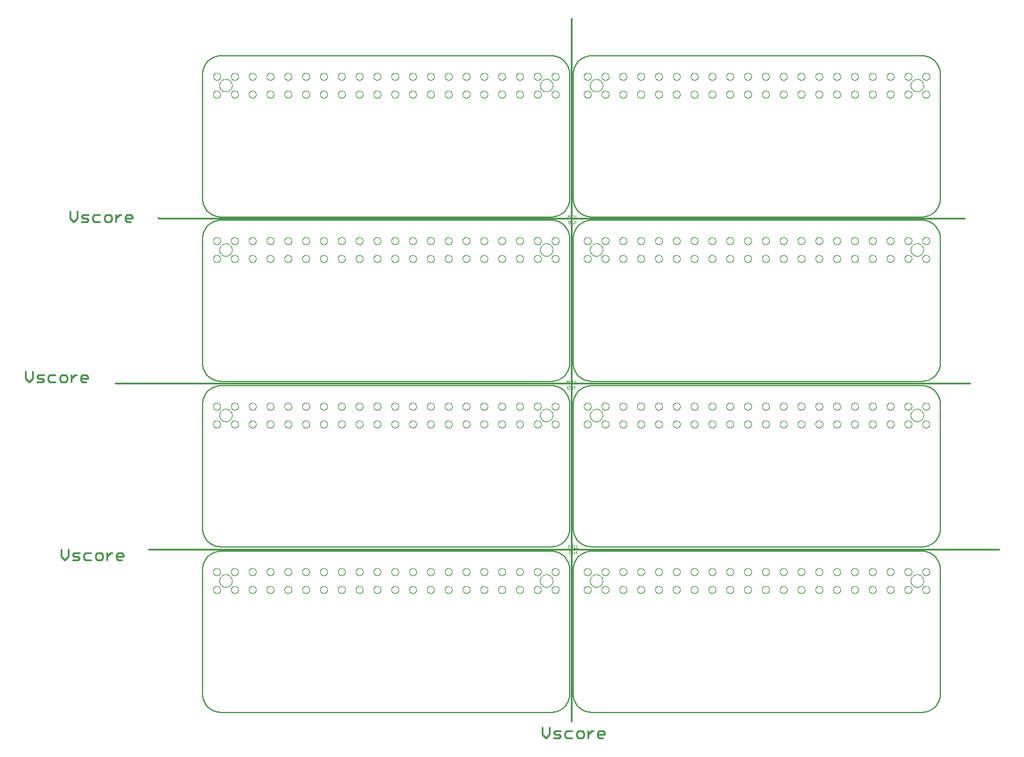
<source format=gko>
G75*
%MOIN*%
%OFA0B0*%
%FSLAX25Y25*%
%IPPOS*%
%LPD*%
%AMOC8*
5,1,8,0,0,1.08239X$1,22.5*
%
%ADD10C,0.01100*%
%ADD11C,0.00800*%
%ADD12C,0.01000*%
%ADD13C,0.00300*%
%ADD14C,0.00000*%
D10*
X0025852Y0103883D02*
X0027820Y0105852D01*
X0027820Y0109788D01*
X0030329Y0106836D02*
X0031313Y0107820D01*
X0034266Y0107820D01*
X0033281Y0105852D02*
X0031313Y0105852D01*
X0030329Y0106836D01*
X0030329Y0103883D02*
X0033281Y0103883D01*
X0034266Y0104867D01*
X0033281Y0105852D01*
X0036774Y0106836D02*
X0036774Y0104867D01*
X0037758Y0103883D01*
X0040711Y0103883D01*
X0043220Y0104867D02*
X0044204Y0103883D01*
X0046172Y0103883D01*
X0047157Y0104867D01*
X0047157Y0106836D01*
X0046172Y0107820D01*
X0044204Y0107820D01*
X0043220Y0106836D01*
X0043220Y0104867D01*
X0040711Y0107820D02*
X0037758Y0107820D01*
X0036774Y0106836D01*
X0025852Y0103883D02*
X0023883Y0105852D01*
X0023883Y0109788D01*
X0049665Y0107820D02*
X0049665Y0103883D01*
X0049665Y0105852D02*
X0051634Y0107820D01*
X0052618Y0107820D01*
X0055037Y0106836D02*
X0056021Y0107820D01*
X0057989Y0107820D01*
X0058973Y0106836D01*
X0058973Y0105852D01*
X0055037Y0105852D01*
X0055037Y0106836D02*
X0055037Y0104867D01*
X0056021Y0103883D01*
X0057989Y0103883D01*
X0037989Y0203883D02*
X0036021Y0203883D01*
X0035037Y0204867D01*
X0035037Y0206836D01*
X0036021Y0207820D01*
X0037989Y0207820D01*
X0038973Y0206836D01*
X0038973Y0205852D01*
X0035037Y0205852D01*
X0032618Y0207820D02*
X0031634Y0207820D01*
X0029665Y0205852D01*
X0029665Y0207820D02*
X0029665Y0203883D01*
X0027157Y0204867D02*
X0027157Y0206836D01*
X0026172Y0207820D01*
X0024204Y0207820D01*
X0023220Y0206836D01*
X0023220Y0204867D01*
X0024204Y0203883D01*
X0026172Y0203883D01*
X0027157Y0204867D01*
X0020711Y0203883D02*
X0017758Y0203883D01*
X0016774Y0204867D01*
X0016774Y0206836D01*
X0017758Y0207820D01*
X0020711Y0207820D01*
X0014266Y0207820D02*
X0011313Y0207820D01*
X0010329Y0206836D01*
X0011313Y0205852D01*
X0013281Y0205852D01*
X0014266Y0204867D01*
X0013281Y0203883D01*
X0010329Y0203883D01*
X0007820Y0205852D02*
X0007820Y0209788D01*
X0007820Y0205852D02*
X0005852Y0203883D01*
X0003883Y0205852D01*
X0003883Y0209788D01*
X0030852Y0293883D02*
X0032820Y0295852D01*
X0032820Y0299788D01*
X0035329Y0296836D02*
X0036313Y0297820D01*
X0039266Y0297820D01*
X0038281Y0295852D02*
X0036313Y0295852D01*
X0035329Y0296836D01*
X0035329Y0293883D02*
X0038281Y0293883D01*
X0039266Y0294867D01*
X0038281Y0295852D01*
X0041774Y0296836D02*
X0041774Y0294867D01*
X0042758Y0293883D01*
X0045711Y0293883D01*
X0048220Y0294867D02*
X0049204Y0293883D01*
X0051172Y0293883D01*
X0052157Y0294867D01*
X0052157Y0296836D01*
X0051172Y0297820D01*
X0049204Y0297820D01*
X0048220Y0296836D01*
X0048220Y0294867D01*
X0045711Y0297820D02*
X0042758Y0297820D01*
X0041774Y0296836D01*
X0030852Y0293883D02*
X0028883Y0295852D01*
X0028883Y0299788D01*
X0054665Y0297820D02*
X0054665Y0293883D01*
X0054665Y0295852D02*
X0056634Y0297820D01*
X0057618Y0297820D01*
X0060037Y0296836D02*
X0061021Y0297820D01*
X0062989Y0297820D01*
X0063973Y0296836D01*
X0063973Y0295852D01*
X0060037Y0295852D01*
X0060037Y0296836D02*
X0060037Y0294867D01*
X0061021Y0293883D01*
X0062989Y0293883D01*
X0293883Y0009788D02*
X0293883Y0005852D01*
X0295852Y0003883D01*
X0297820Y0005852D01*
X0297820Y0009788D01*
X0300329Y0006836D02*
X0301313Y0005852D01*
X0303281Y0005852D01*
X0304266Y0004867D01*
X0303281Y0003883D01*
X0300329Y0003883D01*
X0300329Y0006836D02*
X0301313Y0007820D01*
X0304266Y0007820D01*
X0306774Y0006836D02*
X0306774Y0004867D01*
X0307758Y0003883D01*
X0310711Y0003883D01*
X0313220Y0004867D02*
X0314204Y0003883D01*
X0316172Y0003883D01*
X0317157Y0004867D01*
X0317157Y0006836D01*
X0316172Y0007820D01*
X0314204Y0007820D01*
X0313220Y0006836D01*
X0313220Y0004867D01*
X0310711Y0007820D02*
X0307758Y0007820D01*
X0306774Y0006836D01*
X0319665Y0007820D02*
X0319665Y0003883D01*
X0319665Y0005852D02*
X0321634Y0007820D01*
X0322618Y0007820D01*
X0325037Y0006836D02*
X0325037Y0004867D01*
X0326021Y0003883D01*
X0327989Y0003883D01*
X0328973Y0005852D02*
X0325037Y0005852D01*
X0325037Y0006836D02*
X0326021Y0007820D01*
X0327989Y0007820D01*
X0328973Y0006836D01*
X0328973Y0005852D01*
D11*
X0103333Y0028333D02*
X0103333Y0098833D01*
X0103342Y0099081D01*
X0103357Y0099328D01*
X0103378Y0099575D01*
X0103405Y0099821D01*
X0103438Y0100066D01*
X0103477Y0100311D01*
X0103521Y0100555D01*
X0103572Y0100797D01*
X0103628Y0101038D01*
X0103691Y0101278D01*
X0103759Y0101516D01*
X0103832Y0101753D01*
X0103912Y0101987D01*
X0103997Y0102220D01*
X0104087Y0102450D01*
X0104184Y0102679D01*
X0104285Y0102905D01*
X0104392Y0103128D01*
X0104505Y0103349D01*
X0104623Y0103567D01*
X0104746Y0103782D01*
X0104874Y0103993D01*
X0105007Y0104202D01*
X0105145Y0104408D01*
X0105288Y0104610D01*
X0105436Y0104809D01*
X0105589Y0105004D01*
X0105747Y0105195D01*
X0105909Y0105382D01*
X0106075Y0105566D01*
X0106246Y0105745D01*
X0106421Y0105920D01*
X0106600Y0106091D01*
X0106784Y0106257D01*
X0106971Y0106419D01*
X0107162Y0106577D01*
X0107357Y0106730D01*
X0107556Y0106878D01*
X0107758Y0107021D01*
X0107964Y0107159D01*
X0108173Y0107292D01*
X0108384Y0107420D01*
X0108599Y0107543D01*
X0108817Y0107661D01*
X0109038Y0107774D01*
X0109261Y0107881D01*
X0109487Y0107982D01*
X0109716Y0108079D01*
X0109946Y0108169D01*
X0110179Y0108254D01*
X0110413Y0108334D01*
X0110650Y0108407D01*
X0110888Y0108475D01*
X0111128Y0108538D01*
X0111369Y0108594D01*
X0111611Y0108645D01*
X0111855Y0108689D01*
X0112100Y0108728D01*
X0112345Y0108761D01*
X0112591Y0108788D01*
X0112838Y0108809D01*
X0113085Y0108824D01*
X0113333Y0108833D01*
X0299333Y0108833D01*
X0299333Y0111333D02*
X0113333Y0111333D01*
X0113085Y0111342D01*
X0112838Y0111357D01*
X0112591Y0111378D01*
X0112345Y0111405D01*
X0112100Y0111438D01*
X0111855Y0111477D01*
X0111611Y0111521D01*
X0111369Y0111572D01*
X0111128Y0111628D01*
X0110888Y0111691D01*
X0110650Y0111759D01*
X0110413Y0111832D01*
X0110179Y0111912D01*
X0109946Y0111997D01*
X0109716Y0112087D01*
X0109487Y0112184D01*
X0109261Y0112285D01*
X0109038Y0112392D01*
X0108817Y0112505D01*
X0108599Y0112623D01*
X0108384Y0112746D01*
X0108173Y0112874D01*
X0107964Y0113007D01*
X0107758Y0113145D01*
X0107556Y0113288D01*
X0107357Y0113436D01*
X0107162Y0113589D01*
X0106971Y0113747D01*
X0106784Y0113909D01*
X0106600Y0114075D01*
X0106421Y0114246D01*
X0106246Y0114421D01*
X0106075Y0114600D01*
X0105909Y0114784D01*
X0105747Y0114971D01*
X0105589Y0115162D01*
X0105436Y0115357D01*
X0105288Y0115556D01*
X0105145Y0115758D01*
X0105007Y0115964D01*
X0104874Y0116173D01*
X0104746Y0116384D01*
X0104623Y0116599D01*
X0104505Y0116817D01*
X0104392Y0117038D01*
X0104285Y0117261D01*
X0104184Y0117487D01*
X0104087Y0117716D01*
X0103997Y0117946D01*
X0103912Y0118179D01*
X0103832Y0118413D01*
X0103759Y0118650D01*
X0103691Y0118888D01*
X0103628Y0119128D01*
X0103572Y0119369D01*
X0103521Y0119611D01*
X0103477Y0119855D01*
X0103438Y0120100D01*
X0103405Y0120345D01*
X0103378Y0120591D01*
X0103357Y0120838D01*
X0103342Y0121085D01*
X0103333Y0121333D01*
X0103333Y0191833D01*
X0103342Y0192081D01*
X0103357Y0192328D01*
X0103378Y0192575D01*
X0103405Y0192821D01*
X0103438Y0193066D01*
X0103477Y0193311D01*
X0103521Y0193555D01*
X0103572Y0193797D01*
X0103628Y0194038D01*
X0103691Y0194278D01*
X0103759Y0194516D01*
X0103832Y0194753D01*
X0103912Y0194987D01*
X0103997Y0195220D01*
X0104087Y0195450D01*
X0104184Y0195679D01*
X0104285Y0195905D01*
X0104392Y0196128D01*
X0104505Y0196349D01*
X0104623Y0196567D01*
X0104746Y0196782D01*
X0104874Y0196993D01*
X0105007Y0197202D01*
X0105145Y0197408D01*
X0105288Y0197610D01*
X0105436Y0197809D01*
X0105589Y0198004D01*
X0105747Y0198195D01*
X0105909Y0198382D01*
X0106075Y0198566D01*
X0106246Y0198745D01*
X0106421Y0198920D01*
X0106600Y0199091D01*
X0106784Y0199257D01*
X0106971Y0199419D01*
X0107162Y0199577D01*
X0107357Y0199730D01*
X0107556Y0199878D01*
X0107758Y0200021D01*
X0107964Y0200159D01*
X0108173Y0200292D01*
X0108384Y0200420D01*
X0108599Y0200543D01*
X0108817Y0200661D01*
X0109038Y0200774D01*
X0109261Y0200881D01*
X0109487Y0200982D01*
X0109716Y0201079D01*
X0109946Y0201169D01*
X0110179Y0201254D01*
X0110413Y0201334D01*
X0110650Y0201407D01*
X0110888Y0201475D01*
X0111128Y0201538D01*
X0111369Y0201594D01*
X0111611Y0201645D01*
X0111855Y0201689D01*
X0112100Y0201728D01*
X0112345Y0201761D01*
X0112591Y0201788D01*
X0112838Y0201809D01*
X0113085Y0201824D01*
X0113333Y0201833D01*
X0299333Y0201833D01*
X0299333Y0204333D02*
X0113333Y0204333D01*
X0113085Y0204342D01*
X0112838Y0204357D01*
X0112591Y0204378D01*
X0112345Y0204405D01*
X0112100Y0204438D01*
X0111855Y0204477D01*
X0111611Y0204521D01*
X0111369Y0204572D01*
X0111128Y0204628D01*
X0110888Y0204691D01*
X0110650Y0204759D01*
X0110413Y0204832D01*
X0110179Y0204912D01*
X0109946Y0204997D01*
X0109716Y0205087D01*
X0109487Y0205184D01*
X0109261Y0205285D01*
X0109038Y0205392D01*
X0108817Y0205505D01*
X0108599Y0205623D01*
X0108384Y0205746D01*
X0108173Y0205874D01*
X0107964Y0206007D01*
X0107758Y0206145D01*
X0107556Y0206288D01*
X0107357Y0206436D01*
X0107162Y0206589D01*
X0106971Y0206747D01*
X0106784Y0206909D01*
X0106600Y0207075D01*
X0106421Y0207246D01*
X0106246Y0207421D01*
X0106075Y0207600D01*
X0105909Y0207784D01*
X0105747Y0207971D01*
X0105589Y0208162D01*
X0105436Y0208357D01*
X0105288Y0208556D01*
X0105145Y0208758D01*
X0105007Y0208964D01*
X0104874Y0209173D01*
X0104746Y0209384D01*
X0104623Y0209599D01*
X0104505Y0209817D01*
X0104392Y0210038D01*
X0104285Y0210261D01*
X0104184Y0210487D01*
X0104087Y0210716D01*
X0103997Y0210946D01*
X0103912Y0211179D01*
X0103832Y0211413D01*
X0103759Y0211650D01*
X0103691Y0211888D01*
X0103628Y0212128D01*
X0103572Y0212369D01*
X0103521Y0212611D01*
X0103477Y0212855D01*
X0103438Y0213100D01*
X0103405Y0213345D01*
X0103378Y0213591D01*
X0103357Y0213838D01*
X0103342Y0214085D01*
X0103333Y0214333D01*
X0103333Y0284833D01*
X0103342Y0285081D01*
X0103357Y0285328D01*
X0103378Y0285575D01*
X0103405Y0285821D01*
X0103438Y0286066D01*
X0103477Y0286311D01*
X0103521Y0286555D01*
X0103572Y0286797D01*
X0103628Y0287038D01*
X0103691Y0287278D01*
X0103759Y0287516D01*
X0103832Y0287753D01*
X0103912Y0287987D01*
X0103997Y0288220D01*
X0104087Y0288450D01*
X0104184Y0288679D01*
X0104285Y0288905D01*
X0104392Y0289128D01*
X0104505Y0289349D01*
X0104623Y0289567D01*
X0104746Y0289782D01*
X0104874Y0289993D01*
X0105007Y0290202D01*
X0105145Y0290408D01*
X0105288Y0290610D01*
X0105436Y0290809D01*
X0105589Y0291004D01*
X0105747Y0291195D01*
X0105909Y0291382D01*
X0106075Y0291566D01*
X0106246Y0291745D01*
X0106421Y0291920D01*
X0106600Y0292091D01*
X0106784Y0292257D01*
X0106971Y0292419D01*
X0107162Y0292577D01*
X0107357Y0292730D01*
X0107556Y0292878D01*
X0107758Y0293021D01*
X0107964Y0293159D01*
X0108173Y0293292D01*
X0108384Y0293420D01*
X0108599Y0293543D01*
X0108817Y0293661D01*
X0109038Y0293774D01*
X0109261Y0293881D01*
X0109487Y0293982D01*
X0109716Y0294079D01*
X0109946Y0294169D01*
X0110179Y0294254D01*
X0110413Y0294334D01*
X0110650Y0294407D01*
X0110888Y0294475D01*
X0111128Y0294538D01*
X0111369Y0294594D01*
X0111611Y0294645D01*
X0111855Y0294689D01*
X0112100Y0294728D01*
X0112345Y0294761D01*
X0112591Y0294788D01*
X0112838Y0294809D01*
X0113085Y0294824D01*
X0113333Y0294833D01*
X0299333Y0294833D01*
X0299333Y0296680D02*
X0113333Y0296680D01*
X0113085Y0296689D01*
X0112838Y0296704D01*
X0112591Y0296725D01*
X0112345Y0296752D01*
X0112100Y0296785D01*
X0111855Y0296824D01*
X0111611Y0296868D01*
X0111369Y0296919D01*
X0111128Y0296975D01*
X0110888Y0297038D01*
X0110650Y0297106D01*
X0110413Y0297179D01*
X0110179Y0297259D01*
X0109946Y0297344D01*
X0109716Y0297434D01*
X0109487Y0297531D01*
X0109261Y0297632D01*
X0109038Y0297739D01*
X0108817Y0297852D01*
X0108599Y0297970D01*
X0108384Y0298093D01*
X0108173Y0298221D01*
X0107964Y0298354D01*
X0107758Y0298492D01*
X0107556Y0298635D01*
X0107357Y0298783D01*
X0107162Y0298936D01*
X0106971Y0299094D01*
X0106784Y0299256D01*
X0106600Y0299422D01*
X0106421Y0299593D01*
X0106246Y0299768D01*
X0106075Y0299947D01*
X0105909Y0300131D01*
X0105747Y0300318D01*
X0105589Y0300509D01*
X0105436Y0300704D01*
X0105288Y0300903D01*
X0105145Y0301105D01*
X0105007Y0301311D01*
X0104874Y0301520D01*
X0104746Y0301731D01*
X0104623Y0301946D01*
X0104505Y0302164D01*
X0104392Y0302385D01*
X0104285Y0302608D01*
X0104184Y0302834D01*
X0104087Y0303063D01*
X0103997Y0303293D01*
X0103912Y0303526D01*
X0103832Y0303760D01*
X0103759Y0303997D01*
X0103691Y0304235D01*
X0103628Y0304475D01*
X0103572Y0304716D01*
X0103521Y0304958D01*
X0103477Y0305202D01*
X0103438Y0305447D01*
X0103405Y0305692D01*
X0103378Y0305938D01*
X0103357Y0306185D01*
X0103342Y0306432D01*
X0103333Y0306680D01*
X0103333Y0377180D01*
X0103342Y0377428D01*
X0103357Y0377675D01*
X0103378Y0377922D01*
X0103405Y0378168D01*
X0103438Y0378413D01*
X0103477Y0378658D01*
X0103521Y0378902D01*
X0103572Y0379144D01*
X0103628Y0379385D01*
X0103691Y0379625D01*
X0103759Y0379863D01*
X0103832Y0380100D01*
X0103912Y0380334D01*
X0103997Y0380567D01*
X0104087Y0380797D01*
X0104184Y0381026D01*
X0104285Y0381252D01*
X0104392Y0381475D01*
X0104505Y0381696D01*
X0104623Y0381914D01*
X0104746Y0382129D01*
X0104874Y0382340D01*
X0105007Y0382549D01*
X0105145Y0382755D01*
X0105288Y0382957D01*
X0105436Y0383156D01*
X0105589Y0383351D01*
X0105747Y0383542D01*
X0105909Y0383729D01*
X0106075Y0383913D01*
X0106246Y0384092D01*
X0106421Y0384267D01*
X0106600Y0384438D01*
X0106784Y0384604D01*
X0106971Y0384766D01*
X0107162Y0384924D01*
X0107357Y0385077D01*
X0107556Y0385225D01*
X0107758Y0385368D01*
X0107964Y0385506D01*
X0108173Y0385639D01*
X0108384Y0385767D01*
X0108599Y0385890D01*
X0108817Y0386008D01*
X0109038Y0386121D01*
X0109261Y0386228D01*
X0109487Y0386329D01*
X0109716Y0386426D01*
X0109946Y0386516D01*
X0110179Y0386601D01*
X0110413Y0386681D01*
X0110650Y0386754D01*
X0110888Y0386822D01*
X0111128Y0386885D01*
X0111369Y0386941D01*
X0111611Y0386992D01*
X0111855Y0387036D01*
X0112100Y0387075D01*
X0112345Y0387108D01*
X0112591Y0387135D01*
X0112838Y0387156D01*
X0113085Y0387171D01*
X0113333Y0387180D01*
X0299333Y0387180D01*
X0299581Y0387171D01*
X0299828Y0387156D01*
X0300075Y0387135D01*
X0300321Y0387108D01*
X0300566Y0387075D01*
X0300811Y0387036D01*
X0301055Y0386992D01*
X0301297Y0386941D01*
X0301538Y0386885D01*
X0301778Y0386822D01*
X0302016Y0386754D01*
X0302253Y0386681D01*
X0302487Y0386601D01*
X0302720Y0386516D01*
X0302950Y0386426D01*
X0303179Y0386329D01*
X0303405Y0386228D01*
X0303628Y0386121D01*
X0303849Y0386008D01*
X0304067Y0385890D01*
X0304282Y0385767D01*
X0304493Y0385639D01*
X0304702Y0385506D01*
X0304908Y0385368D01*
X0305110Y0385225D01*
X0305309Y0385077D01*
X0305504Y0384924D01*
X0305695Y0384766D01*
X0305882Y0384604D01*
X0306066Y0384438D01*
X0306245Y0384267D01*
X0306420Y0384092D01*
X0306591Y0383913D01*
X0306757Y0383729D01*
X0306919Y0383542D01*
X0307077Y0383351D01*
X0307230Y0383156D01*
X0307378Y0382957D01*
X0307521Y0382755D01*
X0307659Y0382549D01*
X0307792Y0382340D01*
X0307920Y0382129D01*
X0308043Y0381914D01*
X0308161Y0381696D01*
X0308274Y0381475D01*
X0308381Y0381252D01*
X0308482Y0381026D01*
X0308579Y0380797D01*
X0308669Y0380567D01*
X0308754Y0380334D01*
X0308834Y0380100D01*
X0308907Y0379863D01*
X0308975Y0379625D01*
X0309038Y0379385D01*
X0309094Y0379144D01*
X0309145Y0378902D01*
X0309189Y0378658D01*
X0309228Y0378413D01*
X0309261Y0378168D01*
X0309288Y0377922D01*
X0309309Y0377675D01*
X0309324Y0377428D01*
X0309333Y0377180D01*
X0309333Y0306680D01*
X0311333Y0306680D02*
X0311333Y0377180D01*
X0311342Y0377428D01*
X0311357Y0377675D01*
X0311378Y0377922D01*
X0311405Y0378168D01*
X0311438Y0378413D01*
X0311477Y0378658D01*
X0311521Y0378902D01*
X0311572Y0379144D01*
X0311628Y0379385D01*
X0311691Y0379625D01*
X0311759Y0379863D01*
X0311832Y0380100D01*
X0311912Y0380334D01*
X0311997Y0380567D01*
X0312087Y0380797D01*
X0312184Y0381026D01*
X0312285Y0381252D01*
X0312392Y0381475D01*
X0312505Y0381696D01*
X0312623Y0381914D01*
X0312746Y0382129D01*
X0312874Y0382340D01*
X0313007Y0382549D01*
X0313145Y0382755D01*
X0313288Y0382957D01*
X0313436Y0383156D01*
X0313589Y0383351D01*
X0313747Y0383542D01*
X0313909Y0383729D01*
X0314075Y0383913D01*
X0314246Y0384092D01*
X0314421Y0384267D01*
X0314600Y0384438D01*
X0314784Y0384604D01*
X0314971Y0384766D01*
X0315162Y0384924D01*
X0315357Y0385077D01*
X0315556Y0385225D01*
X0315758Y0385368D01*
X0315964Y0385506D01*
X0316173Y0385639D01*
X0316384Y0385767D01*
X0316599Y0385890D01*
X0316817Y0386008D01*
X0317038Y0386121D01*
X0317261Y0386228D01*
X0317487Y0386329D01*
X0317716Y0386426D01*
X0317946Y0386516D01*
X0318179Y0386601D01*
X0318413Y0386681D01*
X0318650Y0386754D01*
X0318888Y0386822D01*
X0319128Y0386885D01*
X0319369Y0386941D01*
X0319611Y0386992D01*
X0319855Y0387036D01*
X0320100Y0387075D01*
X0320345Y0387108D01*
X0320591Y0387135D01*
X0320838Y0387156D01*
X0321085Y0387171D01*
X0321333Y0387180D01*
X0507333Y0387180D01*
X0507581Y0387171D01*
X0507828Y0387156D01*
X0508075Y0387135D01*
X0508321Y0387108D01*
X0508566Y0387075D01*
X0508811Y0387036D01*
X0509055Y0386992D01*
X0509297Y0386941D01*
X0509538Y0386885D01*
X0509778Y0386822D01*
X0510016Y0386754D01*
X0510253Y0386681D01*
X0510487Y0386601D01*
X0510720Y0386516D01*
X0510950Y0386426D01*
X0511179Y0386329D01*
X0511405Y0386228D01*
X0511628Y0386121D01*
X0511849Y0386008D01*
X0512067Y0385890D01*
X0512282Y0385767D01*
X0512493Y0385639D01*
X0512702Y0385506D01*
X0512908Y0385368D01*
X0513110Y0385225D01*
X0513309Y0385077D01*
X0513504Y0384924D01*
X0513695Y0384766D01*
X0513882Y0384604D01*
X0514066Y0384438D01*
X0514245Y0384267D01*
X0514420Y0384092D01*
X0514591Y0383913D01*
X0514757Y0383729D01*
X0514919Y0383542D01*
X0515077Y0383351D01*
X0515230Y0383156D01*
X0515378Y0382957D01*
X0515521Y0382755D01*
X0515659Y0382549D01*
X0515792Y0382340D01*
X0515920Y0382129D01*
X0516043Y0381914D01*
X0516161Y0381696D01*
X0516274Y0381475D01*
X0516381Y0381252D01*
X0516482Y0381026D01*
X0516579Y0380797D01*
X0516669Y0380567D01*
X0516754Y0380334D01*
X0516834Y0380100D01*
X0516907Y0379863D01*
X0516975Y0379625D01*
X0517038Y0379385D01*
X0517094Y0379144D01*
X0517145Y0378902D01*
X0517189Y0378658D01*
X0517228Y0378413D01*
X0517261Y0378168D01*
X0517288Y0377922D01*
X0517309Y0377675D01*
X0517324Y0377428D01*
X0517333Y0377180D01*
X0517333Y0306680D01*
X0517324Y0306432D01*
X0517309Y0306185D01*
X0517288Y0305938D01*
X0517261Y0305692D01*
X0517228Y0305447D01*
X0517189Y0305202D01*
X0517145Y0304958D01*
X0517094Y0304716D01*
X0517038Y0304475D01*
X0516975Y0304235D01*
X0516907Y0303997D01*
X0516834Y0303760D01*
X0516754Y0303526D01*
X0516669Y0303293D01*
X0516579Y0303063D01*
X0516482Y0302834D01*
X0516381Y0302608D01*
X0516274Y0302385D01*
X0516161Y0302164D01*
X0516043Y0301946D01*
X0515920Y0301731D01*
X0515792Y0301520D01*
X0515659Y0301311D01*
X0515521Y0301105D01*
X0515378Y0300903D01*
X0515230Y0300704D01*
X0515077Y0300509D01*
X0514919Y0300318D01*
X0514757Y0300131D01*
X0514591Y0299947D01*
X0514420Y0299768D01*
X0514245Y0299593D01*
X0514066Y0299422D01*
X0513882Y0299256D01*
X0513695Y0299094D01*
X0513504Y0298936D01*
X0513309Y0298783D01*
X0513110Y0298635D01*
X0512908Y0298492D01*
X0512702Y0298354D01*
X0512493Y0298221D01*
X0512282Y0298093D01*
X0512067Y0297970D01*
X0511849Y0297852D01*
X0511628Y0297739D01*
X0511405Y0297632D01*
X0511179Y0297531D01*
X0510950Y0297434D01*
X0510720Y0297344D01*
X0510487Y0297259D01*
X0510253Y0297179D01*
X0510016Y0297106D01*
X0509778Y0297038D01*
X0509538Y0296975D01*
X0509297Y0296919D01*
X0509055Y0296868D01*
X0508811Y0296824D01*
X0508566Y0296785D01*
X0508321Y0296752D01*
X0508075Y0296725D01*
X0507828Y0296704D01*
X0507581Y0296689D01*
X0507333Y0296680D01*
X0321333Y0296680D01*
X0321333Y0294833D02*
X0507333Y0294833D01*
X0507581Y0294824D01*
X0507828Y0294809D01*
X0508075Y0294788D01*
X0508321Y0294761D01*
X0508566Y0294728D01*
X0508811Y0294689D01*
X0509055Y0294645D01*
X0509297Y0294594D01*
X0509538Y0294538D01*
X0509778Y0294475D01*
X0510016Y0294407D01*
X0510253Y0294334D01*
X0510487Y0294254D01*
X0510720Y0294169D01*
X0510950Y0294079D01*
X0511179Y0293982D01*
X0511405Y0293881D01*
X0511628Y0293774D01*
X0511849Y0293661D01*
X0512067Y0293543D01*
X0512282Y0293420D01*
X0512493Y0293292D01*
X0512702Y0293159D01*
X0512908Y0293021D01*
X0513110Y0292878D01*
X0513309Y0292730D01*
X0513504Y0292577D01*
X0513695Y0292419D01*
X0513882Y0292257D01*
X0514066Y0292091D01*
X0514245Y0291920D01*
X0514420Y0291745D01*
X0514591Y0291566D01*
X0514757Y0291382D01*
X0514919Y0291195D01*
X0515077Y0291004D01*
X0515230Y0290809D01*
X0515378Y0290610D01*
X0515521Y0290408D01*
X0515659Y0290202D01*
X0515792Y0289993D01*
X0515920Y0289782D01*
X0516043Y0289567D01*
X0516161Y0289349D01*
X0516274Y0289128D01*
X0516381Y0288905D01*
X0516482Y0288679D01*
X0516579Y0288450D01*
X0516669Y0288220D01*
X0516754Y0287987D01*
X0516834Y0287753D01*
X0516907Y0287516D01*
X0516975Y0287278D01*
X0517038Y0287038D01*
X0517094Y0286797D01*
X0517145Y0286555D01*
X0517189Y0286311D01*
X0517228Y0286066D01*
X0517261Y0285821D01*
X0517288Y0285575D01*
X0517309Y0285328D01*
X0517324Y0285081D01*
X0517333Y0284833D01*
X0517333Y0214333D01*
X0517324Y0214085D01*
X0517309Y0213838D01*
X0517288Y0213591D01*
X0517261Y0213345D01*
X0517228Y0213100D01*
X0517189Y0212855D01*
X0517145Y0212611D01*
X0517094Y0212369D01*
X0517038Y0212128D01*
X0516975Y0211888D01*
X0516907Y0211650D01*
X0516834Y0211413D01*
X0516754Y0211179D01*
X0516669Y0210946D01*
X0516579Y0210716D01*
X0516482Y0210487D01*
X0516381Y0210261D01*
X0516274Y0210038D01*
X0516161Y0209817D01*
X0516043Y0209599D01*
X0515920Y0209384D01*
X0515792Y0209173D01*
X0515659Y0208964D01*
X0515521Y0208758D01*
X0515378Y0208556D01*
X0515230Y0208357D01*
X0515077Y0208162D01*
X0514919Y0207971D01*
X0514757Y0207784D01*
X0514591Y0207600D01*
X0514420Y0207421D01*
X0514245Y0207246D01*
X0514066Y0207075D01*
X0513882Y0206909D01*
X0513695Y0206747D01*
X0513504Y0206589D01*
X0513309Y0206436D01*
X0513110Y0206288D01*
X0512908Y0206145D01*
X0512702Y0206007D01*
X0512493Y0205874D01*
X0512282Y0205746D01*
X0512067Y0205623D01*
X0511849Y0205505D01*
X0511628Y0205392D01*
X0511405Y0205285D01*
X0511179Y0205184D01*
X0510950Y0205087D01*
X0510720Y0204997D01*
X0510487Y0204912D01*
X0510253Y0204832D01*
X0510016Y0204759D01*
X0509778Y0204691D01*
X0509538Y0204628D01*
X0509297Y0204572D01*
X0509055Y0204521D01*
X0508811Y0204477D01*
X0508566Y0204438D01*
X0508321Y0204405D01*
X0508075Y0204378D01*
X0507828Y0204357D01*
X0507581Y0204342D01*
X0507333Y0204333D01*
X0321333Y0204333D01*
X0321333Y0201833D02*
X0507333Y0201833D01*
X0507581Y0201824D01*
X0507828Y0201809D01*
X0508075Y0201788D01*
X0508321Y0201761D01*
X0508566Y0201728D01*
X0508811Y0201689D01*
X0509055Y0201645D01*
X0509297Y0201594D01*
X0509538Y0201538D01*
X0509778Y0201475D01*
X0510016Y0201407D01*
X0510253Y0201334D01*
X0510487Y0201254D01*
X0510720Y0201169D01*
X0510950Y0201079D01*
X0511179Y0200982D01*
X0511405Y0200881D01*
X0511628Y0200774D01*
X0511849Y0200661D01*
X0512067Y0200543D01*
X0512282Y0200420D01*
X0512493Y0200292D01*
X0512702Y0200159D01*
X0512908Y0200021D01*
X0513110Y0199878D01*
X0513309Y0199730D01*
X0513504Y0199577D01*
X0513695Y0199419D01*
X0513882Y0199257D01*
X0514066Y0199091D01*
X0514245Y0198920D01*
X0514420Y0198745D01*
X0514591Y0198566D01*
X0514757Y0198382D01*
X0514919Y0198195D01*
X0515077Y0198004D01*
X0515230Y0197809D01*
X0515378Y0197610D01*
X0515521Y0197408D01*
X0515659Y0197202D01*
X0515792Y0196993D01*
X0515920Y0196782D01*
X0516043Y0196567D01*
X0516161Y0196349D01*
X0516274Y0196128D01*
X0516381Y0195905D01*
X0516482Y0195679D01*
X0516579Y0195450D01*
X0516669Y0195220D01*
X0516754Y0194987D01*
X0516834Y0194753D01*
X0516907Y0194516D01*
X0516975Y0194278D01*
X0517038Y0194038D01*
X0517094Y0193797D01*
X0517145Y0193555D01*
X0517189Y0193311D01*
X0517228Y0193066D01*
X0517261Y0192821D01*
X0517288Y0192575D01*
X0517309Y0192328D01*
X0517324Y0192081D01*
X0517333Y0191833D01*
X0517333Y0121333D01*
X0517324Y0121085D01*
X0517309Y0120838D01*
X0517288Y0120591D01*
X0517261Y0120345D01*
X0517228Y0120100D01*
X0517189Y0119855D01*
X0517145Y0119611D01*
X0517094Y0119369D01*
X0517038Y0119128D01*
X0516975Y0118888D01*
X0516907Y0118650D01*
X0516834Y0118413D01*
X0516754Y0118179D01*
X0516669Y0117946D01*
X0516579Y0117716D01*
X0516482Y0117487D01*
X0516381Y0117261D01*
X0516274Y0117038D01*
X0516161Y0116817D01*
X0516043Y0116599D01*
X0515920Y0116384D01*
X0515792Y0116173D01*
X0515659Y0115964D01*
X0515521Y0115758D01*
X0515378Y0115556D01*
X0515230Y0115357D01*
X0515077Y0115162D01*
X0514919Y0114971D01*
X0514757Y0114784D01*
X0514591Y0114600D01*
X0514420Y0114421D01*
X0514245Y0114246D01*
X0514066Y0114075D01*
X0513882Y0113909D01*
X0513695Y0113747D01*
X0513504Y0113589D01*
X0513309Y0113436D01*
X0513110Y0113288D01*
X0512908Y0113145D01*
X0512702Y0113007D01*
X0512493Y0112874D01*
X0512282Y0112746D01*
X0512067Y0112623D01*
X0511849Y0112505D01*
X0511628Y0112392D01*
X0511405Y0112285D01*
X0511179Y0112184D01*
X0510950Y0112087D01*
X0510720Y0111997D01*
X0510487Y0111912D01*
X0510253Y0111832D01*
X0510016Y0111759D01*
X0509778Y0111691D01*
X0509538Y0111628D01*
X0509297Y0111572D01*
X0509055Y0111521D01*
X0508811Y0111477D01*
X0508566Y0111438D01*
X0508321Y0111405D01*
X0508075Y0111378D01*
X0507828Y0111357D01*
X0507581Y0111342D01*
X0507333Y0111333D01*
X0321333Y0111333D01*
X0321333Y0108833D02*
X0507333Y0108833D01*
X0507581Y0108824D01*
X0507828Y0108809D01*
X0508075Y0108788D01*
X0508321Y0108761D01*
X0508566Y0108728D01*
X0508811Y0108689D01*
X0509055Y0108645D01*
X0509297Y0108594D01*
X0509538Y0108538D01*
X0509778Y0108475D01*
X0510016Y0108407D01*
X0510253Y0108334D01*
X0510487Y0108254D01*
X0510720Y0108169D01*
X0510950Y0108079D01*
X0511179Y0107982D01*
X0511405Y0107881D01*
X0511628Y0107774D01*
X0511849Y0107661D01*
X0512067Y0107543D01*
X0512282Y0107420D01*
X0512493Y0107292D01*
X0512702Y0107159D01*
X0512908Y0107021D01*
X0513110Y0106878D01*
X0513309Y0106730D01*
X0513504Y0106577D01*
X0513695Y0106419D01*
X0513882Y0106257D01*
X0514066Y0106091D01*
X0514245Y0105920D01*
X0514420Y0105745D01*
X0514591Y0105566D01*
X0514757Y0105382D01*
X0514919Y0105195D01*
X0515077Y0105004D01*
X0515230Y0104809D01*
X0515378Y0104610D01*
X0515521Y0104408D01*
X0515659Y0104202D01*
X0515792Y0103993D01*
X0515920Y0103782D01*
X0516043Y0103567D01*
X0516161Y0103349D01*
X0516274Y0103128D01*
X0516381Y0102905D01*
X0516482Y0102679D01*
X0516579Y0102450D01*
X0516669Y0102220D01*
X0516754Y0101987D01*
X0516834Y0101753D01*
X0516907Y0101516D01*
X0516975Y0101278D01*
X0517038Y0101038D01*
X0517094Y0100797D01*
X0517145Y0100555D01*
X0517189Y0100311D01*
X0517228Y0100066D01*
X0517261Y0099821D01*
X0517288Y0099575D01*
X0517309Y0099328D01*
X0517324Y0099081D01*
X0517333Y0098833D01*
X0517333Y0028333D01*
X0517324Y0028085D01*
X0517309Y0027838D01*
X0517288Y0027591D01*
X0517261Y0027345D01*
X0517228Y0027100D01*
X0517189Y0026855D01*
X0517145Y0026611D01*
X0517094Y0026369D01*
X0517038Y0026128D01*
X0516975Y0025888D01*
X0516907Y0025650D01*
X0516834Y0025413D01*
X0516754Y0025179D01*
X0516669Y0024946D01*
X0516579Y0024716D01*
X0516482Y0024487D01*
X0516381Y0024261D01*
X0516274Y0024038D01*
X0516161Y0023817D01*
X0516043Y0023599D01*
X0515920Y0023384D01*
X0515792Y0023173D01*
X0515659Y0022964D01*
X0515521Y0022758D01*
X0515378Y0022556D01*
X0515230Y0022357D01*
X0515077Y0022162D01*
X0514919Y0021971D01*
X0514757Y0021784D01*
X0514591Y0021600D01*
X0514420Y0021421D01*
X0514245Y0021246D01*
X0514066Y0021075D01*
X0513882Y0020909D01*
X0513695Y0020747D01*
X0513504Y0020589D01*
X0513309Y0020436D01*
X0513110Y0020288D01*
X0512908Y0020145D01*
X0512702Y0020007D01*
X0512493Y0019874D01*
X0512282Y0019746D01*
X0512067Y0019623D01*
X0511849Y0019505D01*
X0511628Y0019392D01*
X0511405Y0019285D01*
X0511179Y0019184D01*
X0510950Y0019087D01*
X0510720Y0018997D01*
X0510487Y0018912D01*
X0510253Y0018832D01*
X0510016Y0018759D01*
X0509778Y0018691D01*
X0509538Y0018628D01*
X0509297Y0018572D01*
X0509055Y0018521D01*
X0508811Y0018477D01*
X0508566Y0018438D01*
X0508321Y0018405D01*
X0508075Y0018378D01*
X0507828Y0018357D01*
X0507581Y0018342D01*
X0507333Y0018333D01*
X0321333Y0018333D01*
X0321085Y0018342D01*
X0320838Y0018357D01*
X0320591Y0018378D01*
X0320345Y0018405D01*
X0320100Y0018438D01*
X0319855Y0018477D01*
X0319611Y0018521D01*
X0319369Y0018572D01*
X0319128Y0018628D01*
X0318888Y0018691D01*
X0318650Y0018759D01*
X0318413Y0018832D01*
X0318179Y0018912D01*
X0317946Y0018997D01*
X0317716Y0019087D01*
X0317487Y0019184D01*
X0317261Y0019285D01*
X0317038Y0019392D01*
X0316817Y0019505D01*
X0316599Y0019623D01*
X0316384Y0019746D01*
X0316173Y0019874D01*
X0315964Y0020007D01*
X0315758Y0020145D01*
X0315556Y0020288D01*
X0315357Y0020436D01*
X0315162Y0020589D01*
X0314971Y0020747D01*
X0314784Y0020909D01*
X0314600Y0021075D01*
X0314421Y0021246D01*
X0314246Y0021421D01*
X0314075Y0021600D01*
X0313909Y0021784D01*
X0313747Y0021971D01*
X0313589Y0022162D01*
X0313436Y0022357D01*
X0313288Y0022556D01*
X0313145Y0022758D01*
X0313007Y0022964D01*
X0312874Y0023173D01*
X0312746Y0023384D01*
X0312623Y0023599D01*
X0312505Y0023817D01*
X0312392Y0024038D01*
X0312285Y0024261D01*
X0312184Y0024487D01*
X0312087Y0024716D01*
X0311997Y0024946D01*
X0311912Y0025179D01*
X0311832Y0025413D01*
X0311759Y0025650D01*
X0311691Y0025888D01*
X0311628Y0026128D01*
X0311572Y0026369D01*
X0311521Y0026611D01*
X0311477Y0026855D01*
X0311438Y0027100D01*
X0311405Y0027345D01*
X0311378Y0027591D01*
X0311357Y0027838D01*
X0311342Y0028085D01*
X0311333Y0028333D01*
X0311333Y0098833D01*
X0309333Y0098833D02*
X0309333Y0028333D01*
X0309324Y0028085D01*
X0309309Y0027838D01*
X0309288Y0027591D01*
X0309261Y0027345D01*
X0309228Y0027100D01*
X0309189Y0026855D01*
X0309145Y0026611D01*
X0309094Y0026369D01*
X0309038Y0026128D01*
X0308975Y0025888D01*
X0308907Y0025650D01*
X0308834Y0025413D01*
X0308754Y0025179D01*
X0308669Y0024946D01*
X0308579Y0024716D01*
X0308482Y0024487D01*
X0308381Y0024261D01*
X0308274Y0024038D01*
X0308161Y0023817D01*
X0308043Y0023599D01*
X0307920Y0023384D01*
X0307792Y0023173D01*
X0307659Y0022964D01*
X0307521Y0022758D01*
X0307378Y0022556D01*
X0307230Y0022357D01*
X0307077Y0022162D01*
X0306919Y0021971D01*
X0306757Y0021784D01*
X0306591Y0021600D01*
X0306420Y0021421D01*
X0306245Y0021246D01*
X0306066Y0021075D01*
X0305882Y0020909D01*
X0305695Y0020747D01*
X0305504Y0020589D01*
X0305309Y0020436D01*
X0305110Y0020288D01*
X0304908Y0020145D01*
X0304702Y0020007D01*
X0304493Y0019874D01*
X0304282Y0019746D01*
X0304067Y0019623D01*
X0303849Y0019505D01*
X0303628Y0019392D01*
X0303405Y0019285D01*
X0303179Y0019184D01*
X0302950Y0019087D01*
X0302720Y0018997D01*
X0302487Y0018912D01*
X0302253Y0018832D01*
X0302016Y0018759D01*
X0301778Y0018691D01*
X0301538Y0018628D01*
X0301297Y0018572D01*
X0301055Y0018521D01*
X0300811Y0018477D01*
X0300566Y0018438D01*
X0300321Y0018405D01*
X0300075Y0018378D01*
X0299828Y0018357D01*
X0299581Y0018342D01*
X0299333Y0018333D01*
X0113333Y0018333D01*
X0113085Y0018342D01*
X0112838Y0018357D01*
X0112591Y0018378D01*
X0112345Y0018405D01*
X0112100Y0018438D01*
X0111855Y0018477D01*
X0111611Y0018521D01*
X0111369Y0018572D01*
X0111128Y0018628D01*
X0110888Y0018691D01*
X0110650Y0018759D01*
X0110413Y0018832D01*
X0110179Y0018912D01*
X0109946Y0018997D01*
X0109716Y0019087D01*
X0109487Y0019184D01*
X0109261Y0019285D01*
X0109038Y0019392D01*
X0108817Y0019505D01*
X0108599Y0019623D01*
X0108384Y0019746D01*
X0108173Y0019874D01*
X0107964Y0020007D01*
X0107758Y0020145D01*
X0107556Y0020288D01*
X0107357Y0020436D01*
X0107162Y0020589D01*
X0106971Y0020747D01*
X0106784Y0020909D01*
X0106600Y0021075D01*
X0106421Y0021246D01*
X0106246Y0021421D01*
X0106075Y0021600D01*
X0105909Y0021784D01*
X0105747Y0021971D01*
X0105589Y0022162D01*
X0105436Y0022357D01*
X0105288Y0022556D01*
X0105145Y0022758D01*
X0105007Y0022964D01*
X0104874Y0023173D01*
X0104746Y0023384D01*
X0104623Y0023599D01*
X0104505Y0023817D01*
X0104392Y0024038D01*
X0104285Y0024261D01*
X0104184Y0024487D01*
X0104087Y0024716D01*
X0103997Y0024946D01*
X0103912Y0025179D01*
X0103832Y0025413D01*
X0103759Y0025650D01*
X0103691Y0025888D01*
X0103628Y0026128D01*
X0103572Y0026369D01*
X0103521Y0026611D01*
X0103477Y0026855D01*
X0103438Y0027100D01*
X0103405Y0027345D01*
X0103378Y0027591D01*
X0103357Y0027838D01*
X0103342Y0028085D01*
X0103333Y0028333D01*
X0299333Y0108833D02*
X0299581Y0108824D01*
X0299828Y0108809D01*
X0300075Y0108788D01*
X0300321Y0108761D01*
X0300566Y0108728D01*
X0300811Y0108689D01*
X0301055Y0108645D01*
X0301297Y0108594D01*
X0301538Y0108538D01*
X0301778Y0108475D01*
X0302016Y0108407D01*
X0302253Y0108334D01*
X0302487Y0108254D01*
X0302720Y0108169D01*
X0302950Y0108079D01*
X0303179Y0107982D01*
X0303405Y0107881D01*
X0303628Y0107774D01*
X0303849Y0107661D01*
X0304067Y0107543D01*
X0304282Y0107420D01*
X0304493Y0107292D01*
X0304702Y0107159D01*
X0304908Y0107021D01*
X0305110Y0106878D01*
X0305309Y0106730D01*
X0305504Y0106577D01*
X0305695Y0106419D01*
X0305882Y0106257D01*
X0306066Y0106091D01*
X0306245Y0105920D01*
X0306420Y0105745D01*
X0306591Y0105566D01*
X0306757Y0105382D01*
X0306919Y0105195D01*
X0307077Y0105004D01*
X0307230Y0104809D01*
X0307378Y0104610D01*
X0307521Y0104408D01*
X0307659Y0104202D01*
X0307792Y0103993D01*
X0307920Y0103782D01*
X0308043Y0103567D01*
X0308161Y0103349D01*
X0308274Y0103128D01*
X0308381Y0102905D01*
X0308482Y0102679D01*
X0308579Y0102450D01*
X0308669Y0102220D01*
X0308754Y0101987D01*
X0308834Y0101753D01*
X0308907Y0101516D01*
X0308975Y0101278D01*
X0309038Y0101038D01*
X0309094Y0100797D01*
X0309145Y0100555D01*
X0309189Y0100311D01*
X0309228Y0100066D01*
X0309261Y0099821D01*
X0309288Y0099575D01*
X0309309Y0099328D01*
X0309324Y0099081D01*
X0309333Y0098833D01*
X0311333Y0098833D02*
X0311342Y0099081D01*
X0311357Y0099328D01*
X0311378Y0099575D01*
X0311405Y0099821D01*
X0311438Y0100066D01*
X0311477Y0100311D01*
X0311521Y0100555D01*
X0311572Y0100797D01*
X0311628Y0101038D01*
X0311691Y0101278D01*
X0311759Y0101516D01*
X0311832Y0101753D01*
X0311912Y0101987D01*
X0311997Y0102220D01*
X0312087Y0102450D01*
X0312184Y0102679D01*
X0312285Y0102905D01*
X0312392Y0103128D01*
X0312505Y0103349D01*
X0312623Y0103567D01*
X0312746Y0103782D01*
X0312874Y0103993D01*
X0313007Y0104202D01*
X0313145Y0104408D01*
X0313288Y0104610D01*
X0313436Y0104809D01*
X0313589Y0105004D01*
X0313747Y0105195D01*
X0313909Y0105382D01*
X0314075Y0105566D01*
X0314246Y0105745D01*
X0314421Y0105920D01*
X0314600Y0106091D01*
X0314784Y0106257D01*
X0314971Y0106419D01*
X0315162Y0106577D01*
X0315357Y0106730D01*
X0315556Y0106878D01*
X0315758Y0107021D01*
X0315964Y0107159D01*
X0316173Y0107292D01*
X0316384Y0107420D01*
X0316599Y0107543D01*
X0316817Y0107661D01*
X0317038Y0107774D01*
X0317261Y0107881D01*
X0317487Y0107982D01*
X0317716Y0108079D01*
X0317946Y0108169D01*
X0318179Y0108254D01*
X0318413Y0108334D01*
X0318650Y0108407D01*
X0318888Y0108475D01*
X0319128Y0108538D01*
X0319369Y0108594D01*
X0319611Y0108645D01*
X0319855Y0108689D01*
X0320100Y0108728D01*
X0320345Y0108761D01*
X0320591Y0108788D01*
X0320838Y0108809D01*
X0321085Y0108824D01*
X0321333Y0108833D01*
X0321333Y0111333D02*
X0321085Y0111342D01*
X0320838Y0111357D01*
X0320591Y0111378D01*
X0320345Y0111405D01*
X0320100Y0111438D01*
X0319855Y0111477D01*
X0319611Y0111521D01*
X0319369Y0111572D01*
X0319128Y0111628D01*
X0318888Y0111691D01*
X0318650Y0111759D01*
X0318413Y0111832D01*
X0318179Y0111912D01*
X0317946Y0111997D01*
X0317716Y0112087D01*
X0317487Y0112184D01*
X0317261Y0112285D01*
X0317038Y0112392D01*
X0316817Y0112505D01*
X0316599Y0112623D01*
X0316384Y0112746D01*
X0316173Y0112874D01*
X0315964Y0113007D01*
X0315758Y0113145D01*
X0315556Y0113288D01*
X0315357Y0113436D01*
X0315162Y0113589D01*
X0314971Y0113747D01*
X0314784Y0113909D01*
X0314600Y0114075D01*
X0314421Y0114246D01*
X0314246Y0114421D01*
X0314075Y0114600D01*
X0313909Y0114784D01*
X0313747Y0114971D01*
X0313589Y0115162D01*
X0313436Y0115357D01*
X0313288Y0115556D01*
X0313145Y0115758D01*
X0313007Y0115964D01*
X0312874Y0116173D01*
X0312746Y0116384D01*
X0312623Y0116599D01*
X0312505Y0116817D01*
X0312392Y0117038D01*
X0312285Y0117261D01*
X0312184Y0117487D01*
X0312087Y0117716D01*
X0311997Y0117946D01*
X0311912Y0118179D01*
X0311832Y0118413D01*
X0311759Y0118650D01*
X0311691Y0118888D01*
X0311628Y0119128D01*
X0311572Y0119369D01*
X0311521Y0119611D01*
X0311477Y0119855D01*
X0311438Y0120100D01*
X0311405Y0120345D01*
X0311378Y0120591D01*
X0311357Y0120838D01*
X0311342Y0121085D01*
X0311333Y0121333D01*
X0311333Y0191833D01*
X0309333Y0191833D02*
X0309333Y0121333D01*
X0309324Y0121085D01*
X0309309Y0120838D01*
X0309288Y0120591D01*
X0309261Y0120345D01*
X0309228Y0120100D01*
X0309189Y0119855D01*
X0309145Y0119611D01*
X0309094Y0119369D01*
X0309038Y0119128D01*
X0308975Y0118888D01*
X0308907Y0118650D01*
X0308834Y0118413D01*
X0308754Y0118179D01*
X0308669Y0117946D01*
X0308579Y0117716D01*
X0308482Y0117487D01*
X0308381Y0117261D01*
X0308274Y0117038D01*
X0308161Y0116817D01*
X0308043Y0116599D01*
X0307920Y0116384D01*
X0307792Y0116173D01*
X0307659Y0115964D01*
X0307521Y0115758D01*
X0307378Y0115556D01*
X0307230Y0115357D01*
X0307077Y0115162D01*
X0306919Y0114971D01*
X0306757Y0114784D01*
X0306591Y0114600D01*
X0306420Y0114421D01*
X0306245Y0114246D01*
X0306066Y0114075D01*
X0305882Y0113909D01*
X0305695Y0113747D01*
X0305504Y0113589D01*
X0305309Y0113436D01*
X0305110Y0113288D01*
X0304908Y0113145D01*
X0304702Y0113007D01*
X0304493Y0112874D01*
X0304282Y0112746D01*
X0304067Y0112623D01*
X0303849Y0112505D01*
X0303628Y0112392D01*
X0303405Y0112285D01*
X0303179Y0112184D01*
X0302950Y0112087D01*
X0302720Y0111997D01*
X0302487Y0111912D01*
X0302253Y0111832D01*
X0302016Y0111759D01*
X0301778Y0111691D01*
X0301538Y0111628D01*
X0301297Y0111572D01*
X0301055Y0111521D01*
X0300811Y0111477D01*
X0300566Y0111438D01*
X0300321Y0111405D01*
X0300075Y0111378D01*
X0299828Y0111357D01*
X0299581Y0111342D01*
X0299333Y0111333D01*
X0309333Y0191833D02*
X0309324Y0192081D01*
X0309309Y0192328D01*
X0309288Y0192575D01*
X0309261Y0192821D01*
X0309228Y0193066D01*
X0309189Y0193311D01*
X0309145Y0193555D01*
X0309094Y0193797D01*
X0309038Y0194038D01*
X0308975Y0194278D01*
X0308907Y0194516D01*
X0308834Y0194753D01*
X0308754Y0194987D01*
X0308669Y0195220D01*
X0308579Y0195450D01*
X0308482Y0195679D01*
X0308381Y0195905D01*
X0308274Y0196128D01*
X0308161Y0196349D01*
X0308043Y0196567D01*
X0307920Y0196782D01*
X0307792Y0196993D01*
X0307659Y0197202D01*
X0307521Y0197408D01*
X0307378Y0197610D01*
X0307230Y0197809D01*
X0307077Y0198004D01*
X0306919Y0198195D01*
X0306757Y0198382D01*
X0306591Y0198566D01*
X0306420Y0198745D01*
X0306245Y0198920D01*
X0306066Y0199091D01*
X0305882Y0199257D01*
X0305695Y0199419D01*
X0305504Y0199577D01*
X0305309Y0199730D01*
X0305110Y0199878D01*
X0304908Y0200021D01*
X0304702Y0200159D01*
X0304493Y0200292D01*
X0304282Y0200420D01*
X0304067Y0200543D01*
X0303849Y0200661D01*
X0303628Y0200774D01*
X0303405Y0200881D01*
X0303179Y0200982D01*
X0302950Y0201079D01*
X0302720Y0201169D01*
X0302487Y0201254D01*
X0302253Y0201334D01*
X0302016Y0201407D01*
X0301778Y0201475D01*
X0301538Y0201538D01*
X0301297Y0201594D01*
X0301055Y0201645D01*
X0300811Y0201689D01*
X0300566Y0201728D01*
X0300321Y0201761D01*
X0300075Y0201788D01*
X0299828Y0201809D01*
X0299581Y0201824D01*
X0299333Y0201833D01*
X0299333Y0204333D02*
X0299581Y0204342D01*
X0299828Y0204357D01*
X0300075Y0204378D01*
X0300321Y0204405D01*
X0300566Y0204438D01*
X0300811Y0204477D01*
X0301055Y0204521D01*
X0301297Y0204572D01*
X0301538Y0204628D01*
X0301778Y0204691D01*
X0302016Y0204759D01*
X0302253Y0204832D01*
X0302487Y0204912D01*
X0302720Y0204997D01*
X0302950Y0205087D01*
X0303179Y0205184D01*
X0303405Y0205285D01*
X0303628Y0205392D01*
X0303849Y0205505D01*
X0304067Y0205623D01*
X0304282Y0205746D01*
X0304493Y0205874D01*
X0304702Y0206007D01*
X0304908Y0206145D01*
X0305110Y0206288D01*
X0305309Y0206436D01*
X0305504Y0206589D01*
X0305695Y0206747D01*
X0305882Y0206909D01*
X0306066Y0207075D01*
X0306245Y0207246D01*
X0306420Y0207421D01*
X0306591Y0207600D01*
X0306757Y0207784D01*
X0306919Y0207971D01*
X0307077Y0208162D01*
X0307230Y0208357D01*
X0307378Y0208556D01*
X0307521Y0208758D01*
X0307659Y0208964D01*
X0307792Y0209173D01*
X0307920Y0209384D01*
X0308043Y0209599D01*
X0308161Y0209817D01*
X0308274Y0210038D01*
X0308381Y0210261D01*
X0308482Y0210487D01*
X0308579Y0210716D01*
X0308669Y0210946D01*
X0308754Y0211179D01*
X0308834Y0211413D01*
X0308907Y0211650D01*
X0308975Y0211888D01*
X0309038Y0212128D01*
X0309094Y0212369D01*
X0309145Y0212611D01*
X0309189Y0212855D01*
X0309228Y0213100D01*
X0309261Y0213345D01*
X0309288Y0213591D01*
X0309309Y0213838D01*
X0309324Y0214085D01*
X0309333Y0214333D01*
X0309333Y0284833D01*
X0311333Y0284833D02*
X0311333Y0214333D01*
X0311342Y0214085D01*
X0311357Y0213838D01*
X0311378Y0213591D01*
X0311405Y0213345D01*
X0311438Y0213100D01*
X0311477Y0212855D01*
X0311521Y0212611D01*
X0311572Y0212369D01*
X0311628Y0212128D01*
X0311691Y0211888D01*
X0311759Y0211650D01*
X0311832Y0211413D01*
X0311912Y0211179D01*
X0311997Y0210946D01*
X0312087Y0210716D01*
X0312184Y0210487D01*
X0312285Y0210261D01*
X0312392Y0210038D01*
X0312505Y0209817D01*
X0312623Y0209599D01*
X0312746Y0209384D01*
X0312874Y0209173D01*
X0313007Y0208964D01*
X0313145Y0208758D01*
X0313288Y0208556D01*
X0313436Y0208357D01*
X0313589Y0208162D01*
X0313747Y0207971D01*
X0313909Y0207784D01*
X0314075Y0207600D01*
X0314246Y0207421D01*
X0314421Y0207246D01*
X0314600Y0207075D01*
X0314784Y0206909D01*
X0314971Y0206747D01*
X0315162Y0206589D01*
X0315357Y0206436D01*
X0315556Y0206288D01*
X0315758Y0206145D01*
X0315964Y0206007D01*
X0316173Y0205874D01*
X0316384Y0205746D01*
X0316599Y0205623D01*
X0316817Y0205505D01*
X0317038Y0205392D01*
X0317261Y0205285D01*
X0317487Y0205184D01*
X0317716Y0205087D01*
X0317946Y0204997D01*
X0318179Y0204912D01*
X0318413Y0204832D01*
X0318650Y0204759D01*
X0318888Y0204691D01*
X0319128Y0204628D01*
X0319369Y0204572D01*
X0319611Y0204521D01*
X0319855Y0204477D01*
X0320100Y0204438D01*
X0320345Y0204405D01*
X0320591Y0204378D01*
X0320838Y0204357D01*
X0321085Y0204342D01*
X0321333Y0204333D01*
X0321333Y0201833D02*
X0321085Y0201824D01*
X0320838Y0201809D01*
X0320591Y0201788D01*
X0320345Y0201761D01*
X0320100Y0201728D01*
X0319855Y0201689D01*
X0319611Y0201645D01*
X0319369Y0201594D01*
X0319128Y0201538D01*
X0318888Y0201475D01*
X0318650Y0201407D01*
X0318413Y0201334D01*
X0318179Y0201254D01*
X0317946Y0201169D01*
X0317716Y0201079D01*
X0317487Y0200982D01*
X0317261Y0200881D01*
X0317038Y0200774D01*
X0316817Y0200661D01*
X0316599Y0200543D01*
X0316384Y0200420D01*
X0316173Y0200292D01*
X0315964Y0200159D01*
X0315758Y0200021D01*
X0315556Y0199878D01*
X0315357Y0199730D01*
X0315162Y0199577D01*
X0314971Y0199419D01*
X0314784Y0199257D01*
X0314600Y0199091D01*
X0314421Y0198920D01*
X0314246Y0198745D01*
X0314075Y0198566D01*
X0313909Y0198382D01*
X0313747Y0198195D01*
X0313589Y0198004D01*
X0313436Y0197809D01*
X0313288Y0197610D01*
X0313145Y0197408D01*
X0313007Y0197202D01*
X0312874Y0196993D01*
X0312746Y0196782D01*
X0312623Y0196567D01*
X0312505Y0196349D01*
X0312392Y0196128D01*
X0312285Y0195905D01*
X0312184Y0195679D01*
X0312087Y0195450D01*
X0311997Y0195220D01*
X0311912Y0194987D01*
X0311832Y0194753D01*
X0311759Y0194516D01*
X0311691Y0194278D01*
X0311628Y0194038D01*
X0311572Y0193797D01*
X0311521Y0193555D01*
X0311477Y0193311D01*
X0311438Y0193066D01*
X0311405Y0192821D01*
X0311378Y0192575D01*
X0311357Y0192328D01*
X0311342Y0192081D01*
X0311333Y0191833D01*
X0311333Y0284833D02*
X0311342Y0285081D01*
X0311357Y0285328D01*
X0311378Y0285575D01*
X0311405Y0285821D01*
X0311438Y0286066D01*
X0311477Y0286311D01*
X0311521Y0286555D01*
X0311572Y0286797D01*
X0311628Y0287038D01*
X0311691Y0287278D01*
X0311759Y0287516D01*
X0311832Y0287753D01*
X0311912Y0287987D01*
X0311997Y0288220D01*
X0312087Y0288450D01*
X0312184Y0288679D01*
X0312285Y0288905D01*
X0312392Y0289128D01*
X0312505Y0289349D01*
X0312623Y0289567D01*
X0312746Y0289782D01*
X0312874Y0289993D01*
X0313007Y0290202D01*
X0313145Y0290408D01*
X0313288Y0290610D01*
X0313436Y0290809D01*
X0313589Y0291004D01*
X0313747Y0291195D01*
X0313909Y0291382D01*
X0314075Y0291566D01*
X0314246Y0291745D01*
X0314421Y0291920D01*
X0314600Y0292091D01*
X0314784Y0292257D01*
X0314971Y0292419D01*
X0315162Y0292577D01*
X0315357Y0292730D01*
X0315556Y0292878D01*
X0315758Y0293021D01*
X0315964Y0293159D01*
X0316173Y0293292D01*
X0316384Y0293420D01*
X0316599Y0293543D01*
X0316817Y0293661D01*
X0317038Y0293774D01*
X0317261Y0293881D01*
X0317487Y0293982D01*
X0317716Y0294079D01*
X0317946Y0294169D01*
X0318179Y0294254D01*
X0318413Y0294334D01*
X0318650Y0294407D01*
X0318888Y0294475D01*
X0319128Y0294538D01*
X0319369Y0294594D01*
X0319611Y0294645D01*
X0319855Y0294689D01*
X0320100Y0294728D01*
X0320345Y0294761D01*
X0320591Y0294788D01*
X0320838Y0294809D01*
X0321085Y0294824D01*
X0321333Y0294833D01*
X0321333Y0296680D02*
X0321085Y0296689D01*
X0320838Y0296704D01*
X0320591Y0296725D01*
X0320345Y0296752D01*
X0320100Y0296785D01*
X0319855Y0296824D01*
X0319611Y0296868D01*
X0319369Y0296919D01*
X0319128Y0296975D01*
X0318888Y0297038D01*
X0318650Y0297106D01*
X0318413Y0297179D01*
X0318179Y0297259D01*
X0317946Y0297344D01*
X0317716Y0297434D01*
X0317487Y0297531D01*
X0317261Y0297632D01*
X0317038Y0297739D01*
X0316817Y0297852D01*
X0316599Y0297970D01*
X0316384Y0298093D01*
X0316173Y0298221D01*
X0315964Y0298354D01*
X0315758Y0298492D01*
X0315556Y0298635D01*
X0315357Y0298783D01*
X0315162Y0298936D01*
X0314971Y0299094D01*
X0314784Y0299256D01*
X0314600Y0299422D01*
X0314421Y0299593D01*
X0314246Y0299768D01*
X0314075Y0299947D01*
X0313909Y0300131D01*
X0313747Y0300318D01*
X0313589Y0300509D01*
X0313436Y0300704D01*
X0313288Y0300903D01*
X0313145Y0301105D01*
X0313007Y0301311D01*
X0312874Y0301520D01*
X0312746Y0301731D01*
X0312623Y0301946D01*
X0312505Y0302164D01*
X0312392Y0302385D01*
X0312285Y0302608D01*
X0312184Y0302834D01*
X0312087Y0303063D01*
X0311997Y0303293D01*
X0311912Y0303526D01*
X0311832Y0303760D01*
X0311759Y0303997D01*
X0311691Y0304235D01*
X0311628Y0304475D01*
X0311572Y0304716D01*
X0311521Y0304958D01*
X0311477Y0305202D01*
X0311438Y0305447D01*
X0311405Y0305692D01*
X0311378Y0305938D01*
X0311357Y0306185D01*
X0311342Y0306432D01*
X0311333Y0306680D01*
X0309333Y0306680D02*
X0309324Y0306432D01*
X0309309Y0306185D01*
X0309288Y0305938D01*
X0309261Y0305692D01*
X0309228Y0305447D01*
X0309189Y0305202D01*
X0309145Y0304958D01*
X0309094Y0304716D01*
X0309038Y0304475D01*
X0308975Y0304235D01*
X0308907Y0303997D01*
X0308834Y0303760D01*
X0308754Y0303526D01*
X0308669Y0303293D01*
X0308579Y0303063D01*
X0308482Y0302834D01*
X0308381Y0302608D01*
X0308274Y0302385D01*
X0308161Y0302164D01*
X0308043Y0301946D01*
X0307920Y0301731D01*
X0307792Y0301520D01*
X0307659Y0301311D01*
X0307521Y0301105D01*
X0307378Y0300903D01*
X0307230Y0300704D01*
X0307077Y0300509D01*
X0306919Y0300318D01*
X0306757Y0300131D01*
X0306591Y0299947D01*
X0306420Y0299768D01*
X0306245Y0299593D01*
X0306066Y0299422D01*
X0305882Y0299256D01*
X0305695Y0299094D01*
X0305504Y0298936D01*
X0305309Y0298783D01*
X0305110Y0298635D01*
X0304908Y0298492D01*
X0304702Y0298354D01*
X0304493Y0298221D01*
X0304282Y0298093D01*
X0304067Y0297970D01*
X0303849Y0297852D01*
X0303628Y0297739D01*
X0303405Y0297632D01*
X0303179Y0297531D01*
X0302950Y0297434D01*
X0302720Y0297344D01*
X0302487Y0297259D01*
X0302253Y0297179D01*
X0302016Y0297106D01*
X0301778Y0297038D01*
X0301538Y0296975D01*
X0301297Y0296919D01*
X0301055Y0296868D01*
X0300811Y0296824D01*
X0300566Y0296785D01*
X0300321Y0296752D01*
X0300075Y0296725D01*
X0299828Y0296704D01*
X0299581Y0296689D01*
X0299333Y0296680D01*
X0299333Y0294833D02*
X0299581Y0294824D01*
X0299828Y0294809D01*
X0300075Y0294788D01*
X0300321Y0294761D01*
X0300566Y0294728D01*
X0300811Y0294689D01*
X0301055Y0294645D01*
X0301297Y0294594D01*
X0301538Y0294538D01*
X0301778Y0294475D01*
X0302016Y0294407D01*
X0302253Y0294334D01*
X0302487Y0294254D01*
X0302720Y0294169D01*
X0302950Y0294079D01*
X0303179Y0293982D01*
X0303405Y0293881D01*
X0303628Y0293774D01*
X0303849Y0293661D01*
X0304067Y0293543D01*
X0304282Y0293420D01*
X0304493Y0293292D01*
X0304702Y0293159D01*
X0304908Y0293021D01*
X0305110Y0292878D01*
X0305309Y0292730D01*
X0305504Y0292577D01*
X0305695Y0292419D01*
X0305882Y0292257D01*
X0306066Y0292091D01*
X0306245Y0291920D01*
X0306420Y0291745D01*
X0306591Y0291566D01*
X0306757Y0291382D01*
X0306919Y0291195D01*
X0307077Y0291004D01*
X0307230Y0290809D01*
X0307378Y0290610D01*
X0307521Y0290408D01*
X0307659Y0290202D01*
X0307792Y0289993D01*
X0307920Y0289782D01*
X0308043Y0289567D01*
X0308161Y0289349D01*
X0308274Y0289128D01*
X0308381Y0288905D01*
X0308482Y0288679D01*
X0308579Y0288450D01*
X0308669Y0288220D01*
X0308754Y0287987D01*
X0308834Y0287753D01*
X0308907Y0287516D01*
X0308975Y0287278D01*
X0309038Y0287038D01*
X0309094Y0286797D01*
X0309145Y0286555D01*
X0309189Y0286311D01*
X0309228Y0286066D01*
X0309261Y0285821D01*
X0309288Y0285575D01*
X0309309Y0285328D01*
X0309324Y0285081D01*
X0309333Y0284833D01*
D12*
X0310420Y0408097D02*
X0310420Y0013215D01*
X0533833Y0203333D02*
X0054333Y0203333D01*
X0072833Y0109833D02*
X0550333Y0109833D01*
X0530833Y0295833D02*
X0078833Y0295833D01*
X0078333Y0296333D01*
D13*
X0308221Y0295983D02*
X0308221Y0297685D01*
X0308788Y0297118D01*
X0309355Y0297685D01*
X0309355Y0295983D01*
X0310063Y0295983D02*
X0310630Y0295983D01*
X0310346Y0295983D02*
X0310346Y0297118D01*
X0310063Y0297118D01*
X0310346Y0297685D02*
X0310346Y0297968D01*
X0311290Y0297685D02*
X0311574Y0297685D01*
X0311574Y0295983D01*
X0311857Y0295983D02*
X0311290Y0295983D01*
X0312518Y0295983D02*
X0313085Y0295983D01*
X0312802Y0295983D02*
X0312802Y0297685D01*
X0312518Y0297685D01*
X0312495Y0294401D02*
X0312495Y0293267D01*
X0312778Y0292983D01*
X0312778Y0294118D02*
X0312211Y0294118D01*
X0311504Y0294118D02*
X0311504Y0292983D01*
X0310653Y0292983D01*
X0310369Y0293267D01*
X0310369Y0294118D01*
X0309662Y0294401D02*
X0309379Y0294685D01*
X0308811Y0294685D01*
X0308528Y0294401D01*
X0308528Y0293267D01*
X0308811Y0292983D01*
X0309379Y0292983D01*
X0309662Y0293267D01*
X0309662Y0294401D01*
X0309846Y0204968D02*
X0309846Y0204685D01*
X0309846Y0204118D02*
X0309846Y0202983D01*
X0309563Y0202983D02*
X0310130Y0202983D01*
X0310790Y0202983D02*
X0311357Y0202983D01*
X0311074Y0202983D02*
X0311074Y0204685D01*
X0310790Y0204685D01*
X0309846Y0204118D02*
X0309563Y0204118D01*
X0308855Y0204685D02*
X0308855Y0202983D01*
X0307721Y0202983D02*
X0307721Y0204685D01*
X0308288Y0204118D01*
X0308855Y0204685D01*
X0308879Y0201685D02*
X0309162Y0201401D01*
X0309162Y0200267D01*
X0308879Y0199983D01*
X0308311Y0199983D01*
X0308028Y0200267D01*
X0308028Y0201401D01*
X0308311Y0201685D01*
X0308879Y0201685D01*
X0309869Y0201118D02*
X0309869Y0200267D01*
X0310153Y0199983D01*
X0311004Y0199983D01*
X0311004Y0201118D01*
X0311711Y0201118D02*
X0312278Y0201118D01*
X0311995Y0201401D02*
X0311995Y0200267D01*
X0312278Y0199983D01*
X0312302Y0202983D02*
X0312302Y0204685D01*
X0312018Y0204685D01*
X0312018Y0202983D02*
X0312585Y0202983D01*
X0310846Y0112468D02*
X0310846Y0112185D01*
X0310846Y0111618D02*
X0310846Y0110483D01*
X0310563Y0110483D02*
X0311130Y0110483D01*
X0311790Y0110483D02*
X0312357Y0110483D01*
X0312074Y0110483D02*
X0312074Y0112185D01*
X0311790Y0112185D01*
X0310846Y0111618D02*
X0310563Y0111618D01*
X0309855Y0112185D02*
X0309855Y0110483D01*
X0308721Y0110483D02*
X0308721Y0112185D01*
X0309288Y0111618D01*
X0309855Y0112185D01*
X0309879Y0109185D02*
X0310162Y0108901D01*
X0310162Y0107767D01*
X0309879Y0107483D01*
X0309311Y0107483D01*
X0309028Y0107767D01*
X0309028Y0108901D01*
X0309311Y0109185D01*
X0309879Y0109185D01*
X0310869Y0108618D02*
X0310869Y0107767D01*
X0311153Y0107483D01*
X0312004Y0107483D01*
X0312004Y0108618D01*
X0312711Y0108618D02*
X0313278Y0108618D01*
X0312995Y0108901D02*
X0312995Y0107767D01*
X0313278Y0107483D01*
X0313302Y0110483D02*
X0313302Y0112185D01*
X0313018Y0112185D01*
X0313018Y0110483D02*
X0313585Y0110483D01*
D14*
X0317278Y0097231D02*
X0317280Y0097320D01*
X0317286Y0097410D01*
X0317296Y0097499D01*
X0317310Y0097587D01*
X0317328Y0097675D01*
X0317349Y0097762D01*
X0317375Y0097847D01*
X0317404Y0097932D01*
X0317437Y0098015D01*
X0317474Y0098096D01*
X0317514Y0098176D01*
X0317558Y0098254D01*
X0317606Y0098330D01*
X0317656Y0098404D01*
X0317710Y0098475D01*
X0317767Y0098544D01*
X0317827Y0098611D01*
X0317890Y0098674D01*
X0317956Y0098735D01*
X0318024Y0098793D01*
X0318095Y0098848D01*
X0318168Y0098899D01*
X0318244Y0098947D01*
X0318321Y0098992D01*
X0318400Y0099033D01*
X0318482Y0099071D01*
X0318564Y0099105D01*
X0318648Y0099135D01*
X0318734Y0099162D01*
X0318821Y0099184D01*
X0318908Y0099203D01*
X0318996Y0099218D01*
X0319085Y0099229D01*
X0319174Y0099236D01*
X0319264Y0099239D01*
X0319353Y0099238D01*
X0319442Y0099233D01*
X0319531Y0099224D01*
X0319620Y0099211D01*
X0319708Y0099194D01*
X0319795Y0099173D01*
X0319881Y0099149D01*
X0319966Y0099120D01*
X0320049Y0099088D01*
X0320131Y0099052D01*
X0320212Y0099013D01*
X0320290Y0098970D01*
X0320366Y0098924D01*
X0320441Y0098874D01*
X0320513Y0098821D01*
X0320582Y0098764D01*
X0320649Y0098705D01*
X0320714Y0098643D01*
X0320775Y0098578D01*
X0320834Y0098510D01*
X0320889Y0098440D01*
X0320941Y0098367D01*
X0320990Y0098293D01*
X0321036Y0098216D01*
X0321078Y0098137D01*
X0321117Y0098056D01*
X0321152Y0097974D01*
X0321183Y0097890D01*
X0321210Y0097805D01*
X0321234Y0097718D01*
X0321254Y0097631D01*
X0321270Y0097543D01*
X0321282Y0097454D01*
X0321290Y0097365D01*
X0321294Y0097276D01*
X0321294Y0097186D01*
X0321290Y0097097D01*
X0321282Y0097008D01*
X0321270Y0096919D01*
X0321254Y0096831D01*
X0321234Y0096744D01*
X0321210Y0096657D01*
X0321183Y0096572D01*
X0321152Y0096488D01*
X0321117Y0096406D01*
X0321078Y0096325D01*
X0321036Y0096246D01*
X0320990Y0096169D01*
X0320941Y0096095D01*
X0320889Y0096022D01*
X0320834Y0095952D01*
X0320775Y0095884D01*
X0320714Y0095819D01*
X0320649Y0095757D01*
X0320582Y0095698D01*
X0320513Y0095641D01*
X0320441Y0095588D01*
X0320366Y0095538D01*
X0320290Y0095492D01*
X0320212Y0095449D01*
X0320131Y0095410D01*
X0320049Y0095374D01*
X0319966Y0095342D01*
X0319881Y0095313D01*
X0319795Y0095289D01*
X0319708Y0095268D01*
X0319620Y0095251D01*
X0319531Y0095238D01*
X0319442Y0095229D01*
X0319353Y0095224D01*
X0319264Y0095223D01*
X0319174Y0095226D01*
X0319085Y0095233D01*
X0318996Y0095244D01*
X0318908Y0095259D01*
X0318821Y0095278D01*
X0318734Y0095300D01*
X0318648Y0095327D01*
X0318564Y0095357D01*
X0318482Y0095391D01*
X0318400Y0095429D01*
X0318321Y0095470D01*
X0318244Y0095515D01*
X0318168Y0095563D01*
X0318095Y0095614D01*
X0318024Y0095669D01*
X0317956Y0095727D01*
X0317890Y0095788D01*
X0317827Y0095851D01*
X0317767Y0095918D01*
X0317710Y0095987D01*
X0317656Y0096058D01*
X0317606Y0096132D01*
X0317558Y0096208D01*
X0317514Y0096286D01*
X0317474Y0096366D01*
X0317437Y0096447D01*
X0317404Y0096530D01*
X0317375Y0096615D01*
X0317349Y0096700D01*
X0317328Y0096787D01*
X0317310Y0096875D01*
X0317296Y0096963D01*
X0317286Y0097052D01*
X0317280Y0097142D01*
X0317278Y0097231D01*
X0320743Y0092231D02*
X0320745Y0092349D01*
X0320751Y0092468D01*
X0320761Y0092586D01*
X0320775Y0092703D01*
X0320792Y0092820D01*
X0320814Y0092937D01*
X0320840Y0093052D01*
X0320869Y0093167D01*
X0320902Y0093281D01*
X0320939Y0093393D01*
X0320980Y0093504D01*
X0321024Y0093614D01*
X0321072Y0093722D01*
X0321124Y0093829D01*
X0321179Y0093934D01*
X0321238Y0094037D01*
X0321300Y0094137D01*
X0321365Y0094236D01*
X0321434Y0094333D01*
X0321505Y0094427D01*
X0321580Y0094518D01*
X0321658Y0094608D01*
X0321739Y0094694D01*
X0321823Y0094778D01*
X0321909Y0094859D01*
X0321999Y0094937D01*
X0322090Y0095012D01*
X0322184Y0095083D01*
X0322281Y0095152D01*
X0322380Y0095217D01*
X0322480Y0095279D01*
X0322583Y0095338D01*
X0322688Y0095393D01*
X0322795Y0095445D01*
X0322903Y0095493D01*
X0323013Y0095537D01*
X0323124Y0095578D01*
X0323236Y0095615D01*
X0323350Y0095648D01*
X0323465Y0095677D01*
X0323580Y0095703D01*
X0323697Y0095725D01*
X0323814Y0095742D01*
X0323931Y0095756D01*
X0324049Y0095766D01*
X0324168Y0095772D01*
X0324286Y0095774D01*
X0324404Y0095772D01*
X0324523Y0095766D01*
X0324641Y0095756D01*
X0324758Y0095742D01*
X0324875Y0095725D01*
X0324992Y0095703D01*
X0325107Y0095677D01*
X0325222Y0095648D01*
X0325336Y0095615D01*
X0325448Y0095578D01*
X0325559Y0095537D01*
X0325669Y0095493D01*
X0325777Y0095445D01*
X0325884Y0095393D01*
X0325989Y0095338D01*
X0326092Y0095279D01*
X0326192Y0095217D01*
X0326291Y0095152D01*
X0326388Y0095083D01*
X0326482Y0095012D01*
X0326573Y0094937D01*
X0326663Y0094859D01*
X0326749Y0094778D01*
X0326833Y0094694D01*
X0326914Y0094608D01*
X0326992Y0094518D01*
X0327067Y0094427D01*
X0327138Y0094333D01*
X0327207Y0094236D01*
X0327272Y0094137D01*
X0327334Y0094037D01*
X0327393Y0093934D01*
X0327448Y0093829D01*
X0327500Y0093722D01*
X0327548Y0093614D01*
X0327592Y0093504D01*
X0327633Y0093393D01*
X0327670Y0093281D01*
X0327703Y0093167D01*
X0327732Y0093052D01*
X0327758Y0092937D01*
X0327780Y0092820D01*
X0327797Y0092703D01*
X0327811Y0092586D01*
X0327821Y0092468D01*
X0327827Y0092349D01*
X0327829Y0092231D01*
X0327827Y0092113D01*
X0327821Y0091994D01*
X0327811Y0091876D01*
X0327797Y0091759D01*
X0327780Y0091642D01*
X0327758Y0091525D01*
X0327732Y0091410D01*
X0327703Y0091295D01*
X0327670Y0091181D01*
X0327633Y0091069D01*
X0327592Y0090958D01*
X0327548Y0090848D01*
X0327500Y0090740D01*
X0327448Y0090633D01*
X0327393Y0090528D01*
X0327334Y0090425D01*
X0327272Y0090325D01*
X0327207Y0090226D01*
X0327138Y0090129D01*
X0327067Y0090035D01*
X0326992Y0089944D01*
X0326914Y0089854D01*
X0326833Y0089768D01*
X0326749Y0089684D01*
X0326663Y0089603D01*
X0326573Y0089525D01*
X0326482Y0089450D01*
X0326388Y0089379D01*
X0326291Y0089310D01*
X0326192Y0089245D01*
X0326092Y0089183D01*
X0325989Y0089124D01*
X0325884Y0089069D01*
X0325777Y0089017D01*
X0325669Y0088969D01*
X0325559Y0088925D01*
X0325448Y0088884D01*
X0325336Y0088847D01*
X0325222Y0088814D01*
X0325107Y0088785D01*
X0324992Y0088759D01*
X0324875Y0088737D01*
X0324758Y0088720D01*
X0324641Y0088706D01*
X0324523Y0088696D01*
X0324404Y0088690D01*
X0324286Y0088688D01*
X0324168Y0088690D01*
X0324049Y0088696D01*
X0323931Y0088706D01*
X0323814Y0088720D01*
X0323697Y0088737D01*
X0323580Y0088759D01*
X0323465Y0088785D01*
X0323350Y0088814D01*
X0323236Y0088847D01*
X0323124Y0088884D01*
X0323013Y0088925D01*
X0322903Y0088969D01*
X0322795Y0089017D01*
X0322688Y0089069D01*
X0322583Y0089124D01*
X0322480Y0089183D01*
X0322380Y0089245D01*
X0322281Y0089310D01*
X0322184Y0089379D01*
X0322090Y0089450D01*
X0321999Y0089525D01*
X0321909Y0089603D01*
X0321823Y0089684D01*
X0321739Y0089768D01*
X0321658Y0089854D01*
X0321580Y0089944D01*
X0321505Y0090035D01*
X0321434Y0090129D01*
X0321365Y0090226D01*
X0321300Y0090325D01*
X0321238Y0090425D01*
X0321179Y0090528D01*
X0321124Y0090633D01*
X0321072Y0090740D01*
X0321024Y0090848D01*
X0320980Y0090958D01*
X0320939Y0091069D01*
X0320902Y0091181D01*
X0320869Y0091295D01*
X0320840Y0091410D01*
X0320814Y0091525D01*
X0320792Y0091642D01*
X0320775Y0091759D01*
X0320761Y0091876D01*
X0320751Y0091994D01*
X0320745Y0092113D01*
X0320743Y0092231D01*
X0317278Y0087231D02*
X0317280Y0087320D01*
X0317286Y0087410D01*
X0317296Y0087499D01*
X0317310Y0087587D01*
X0317328Y0087675D01*
X0317349Y0087762D01*
X0317375Y0087847D01*
X0317404Y0087932D01*
X0317437Y0088015D01*
X0317474Y0088096D01*
X0317514Y0088176D01*
X0317558Y0088254D01*
X0317606Y0088330D01*
X0317656Y0088404D01*
X0317710Y0088475D01*
X0317767Y0088544D01*
X0317827Y0088611D01*
X0317890Y0088674D01*
X0317956Y0088735D01*
X0318024Y0088793D01*
X0318095Y0088848D01*
X0318168Y0088899D01*
X0318244Y0088947D01*
X0318321Y0088992D01*
X0318400Y0089033D01*
X0318482Y0089071D01*
X0318564Y0089105D01*
X0318648Y0089135D01*
X0318734Y0089162D01*
X0318821Y0089184D01*
X0318908Y0089203D01*
X0318996Y0089218D01*
X0319085Y0089229D01*
X0319174Y0089236D01*
X0319264Y0089239D01*
X0319353Y0089238D01*
X0319442Y0089233D01*
X0319531Y0089224D01*
X0319620Y0089211D01*
X0319708Y0089194D01*
X0319795Y0089173D01*
X0319881Y0089149D01*
X0319966Y0089120D01*
X0320049Y0089088D01*
X0320131Y0089052D01*
X0320212Y0089013D01*
X0320290Y0088970D01*
X0320366Y0088924D01*
X0320441Y0088874D01*
X0320513Y0088821D01*
X0320582Y0088764D01*
X0320649Y0088705D01*
X0320714Y0088643D01*
X0320775Y0088578D01*
X0320834Y0088510D01*
X0320889Y0088440D01*
X0320941Y0088367D01*
X0320990Y0088293D01*
X0321036Y0088216D01*
X0321078Y0088137D01*
X0321117Y0088056D01*
X0321152Y0087974D01*
X0321183Y0087890D01*
X0321210Y0087805D01*
X0321234Y0087718D01*
X0321254Y0087631D01*
X0321270Y0087543D01*
X0321282Y0087454D01*
X0321290Y0087365D01*
X0321294Y0087276D01*
X0321294Y0087186D01*
X0321290Y0087097D01*
X0321282Y0087008D01*
X0321270Y0086919D01*
X0321254Y0086831D01*
X0321234Y0086744D01*
X0321210Y0086657D01*
X0321183Y0086572D01*
X0321152Y0086488D01*
X0321117Y0086406D01*
X0321078Y0086325D01*
X0321036Y0086246D01*
X0320990Y0086169D01*
X0320941Y0086095D01*
X0320889Y0086022D01*
X0320834Y0085952D01*
X0320775Y0085884D01*
X0320714Y0085819D01*
X0320649Y0085757D01*
X0320582Y0085698D01*
X0320513Y0085641D01*
X0320441Y0085588D01*
X0320366Y0085538D01*
X0320290Y0085492D01*
X0320212Y0085449D01*
X0320131Y0085410D01*
X0320049Y0085374D01*
X0319966Y0085342D01*
X0319881Y0085313D01*
X0319795Y0085289D01*
X0319708Y0085268D01*
X0319620Y0085251D01*
X0319531Y0085238D01*
X0319442Y0085229D01*
X0319353Y0085224D01*
X0319264Y0085223D01*
X0319174Y0085226D01*
X0319085Y0085233D01*
X0318996Y0085244D01*
X0318908Y0085259D01*
X0318821Y0085278D01*
X0318734Y0085300D01*
X0318648Y0085327D01*
X0318564Y0085357D01*
X0318482Y0085391D01*
X0318400Y0085429D01*
X0318321Y0085470D01*
X0318244Y0085515D01*
X0318168Y0085563D01*
X0318095Y0085614D01*
X0318024Y0085669D01*
X0317956Y0085727D01*
X0317890Y0085788D01*
X0317827Y0085851D01*
X0317767Y0085918D01*
X0317710Y0085987D01*
X0317656Y0086058D01*
X0317606Y0086132D01*
X0317558Y0086208D01*
X0317514Y0086286D01*
X0317474Y0086366D01*
X0317437Y0086447D01*
X0317404Y0086530D01*
X0317375Y0086615D01*
X0317349Y0086700D01*
X0317328Y0086787D01*
X0317310Y0086875D01*
X0317296Y0086963D01*
X0317286Y0087052D01*
X0317280Y0087142D01*
X0317278Y0087231D01*
X0327278Y0087231D02*
X0327280Y0087320D01*
X0327286Y0087410D01*
X0327296Y0087499D01*
X0327310Y0087587D01*
X0327328Y0087675D01*
X0327349Y0087762D01*
X0327375Y0087847D01*
X0327404Y0087932D01*
X0327437Y0088015D01*
X0327474Y0088096D01*
X0327514Y0088176D01*
X0327558Y0088254D01*
X0327606Y0088330D01*
X0327656Y0088404D01*
X0327710Y0088475D01*
X0327767Y0088544D01*
X0327827Y0088611D01*
X0327890Y0088674D01*
X0327956Y0088735D01*
X0328024Y0088793D01*
X0328095Y0088848D01*
X0328168Y0088899D01*
X0328244Y0088947D01*
X0328321Y0088992D01*
X0328400Y0089033D01*
X0328482Y0089071D01*
X0328564Y0089105D01*
X0328648Y0089135D01*
X0328734Y0089162D01*
X0328821Y0089184D01*
X0328908Y0089203D01*
X0328996Y0089218D01*
X0329085Y0089229D01*
X0329174Y0089236D01*
X0329264Y0089239D01*
X0329353Y0089238D01*
X0329442Y0089233D01*
X0329531Y0089224D01*
X0329620Y0089211D01*
X0329708Y0089194D01*
X0329795Y0089173D01*
X0329881Y0089149D01*
X0329966Y0089120D01*
X0330049Y0089088D01*
X0330131Y0089052D01*
X0330212Y0089013D01*
X0330290Y0088970D01*
X0330366Y0088924D01*
X0330441Y0088874D01*
X0330513Y0088821D01*
X0330582Y0088764D01*
X0330649Y0088705D01*
X0330714Y0088643D01*
X0330775Y0088578D01*
X0330834Y0088510D01*
X0330889Y0088440D01*
X0330941Y0088367D01*
X0330990Y0088293D01*
X0331036Y0088216D01*
X0331078Y0088137D01*
X0331117Y0088056D01*
X0331152Y0087974D01*
X0331183Y0087890D01*
X0331210Y0087805D01*
X0331234Y0087718D01*
X0331254Y0087631D01*
X0331270Y0087543D01*
X0331282Y0087454D01*
X0331290Y0087365D01*
X0331294Y0087276D01*
X0331294Y0087186D01*
X0331290Y0087097D01*
X0331282Y0087008D01*
X0331270Y0086919D01*
X0331254Y0086831D01*
X0331234Y0086744D01*
X0331210Y0086657D01*
X0331183Y0086572D01*
X0331152Y0086488D01*
X0331117Y0086406D01*
X0331078Y0086325D01*
X0331036Y0086246D01*
X0330990Y0086169D01*
X0330941Y0086095D01*
X0330889Y0086022D01*
X0330834Y0085952D01*
X0330775Y0085884D01*
X0330714Y0085819D01*
X0330649Y0085757D01*
X0330582Y0085698D01*
X0330513Y0085641D01*
X0330441Y0085588D01*
X0330366Y0085538D01*
X0330290Y0085492D01*
X0330212Y0085449D01*
X0330131Y0085410D01*
X0330049Y0085374D01*
X0329966Y0085342D01*
X0329881Y0085313D01*
X0329795Y0085289D01*
X0329708Y0085268D01*
X0329620Y0085251D01*
X0329531Y0085238D01*
X0329442Y0085229D01*
X0329353Y0085224D01*
X0329264Y0085223D01*
X0329174Y0085226D01*
X0329085Y0085233D01*
X0328996Y0085244D01*
X0328908Y0085259D01*
X0328821Y0085278D01*
X0328734Y0085300D01*
X0328648Y0085327D01*
X0328564Y0085357D01*
X0328482Y0085391D01*
X0328400Y0085429D01*
X0328321Y0085470D01*
X0328244Y0085515D01*
X0328168Y0085563D01*
X0328095Y0085614D01*
X0328024Y0085669D01*
X0327956Y0085727D01*
X0327890Y0085788D01*
X0327827Y0085851D01*
X0327767Y0085918D01*
X0327710Y0085987D01*
X0327656Y0086058D01*
X0327606Y0086132D01*
X0327558Y0086208D01*
X0327514Y0086286D01*
X0327474Y0086366D01*
X0327437Y0086447D01*
X0327404Y0086530D01*
X0327375Y0086615D01*
X0327349Y0086700D01*
X0327328Y0086787D01*
X0327310Y0086875D01*
X0327296Y0086963D01*
X0327286Y0087052D01*
X0327280Y0087142D01*
X0327278Y0087231D01*
X0327278Y0097231D02*
X0327280Y0097320D01*
X0327286Y0097410D01*
X0327296Y0097499D01*
X0327310Y0097587D01*
X0327328Y0097675D01*
X0327349Y0097762D01*
X0327375Y0097847D01*
X0327404Y0097932D01*
X0327437Y0098015D01*
X0327474Y0098096D01*
X0327514Y0098176D01*
X0327558Y0098254D01*
X0327606Y0098330D01*
X0327656Y0098404D01*
X0327710Y0098475D01*
X0327767Y0098544D01*
X0327827Y0098611D01*
X0327890Y0098674D01*
X0327956Y0098735D01*
X0328024Y0098793D01*
X0328095Y0098848D01*
X0328168Y0098899D01*
X0328244Y0098947D01*
X0328321Y0098992D01*
X0328400Y0099033D01*
X0328482Y0099071D01*
X0328564Y0099105D01*
X0328648Y0099135D01*
X0328734Y0099162D01*
X0328821Y0099184D01*
X0328908Y0099203D01*
X0328996Y0099218D01*
X0329085Y0099229D01*
X0329174Y0099236D01*
X0329264Y0099239D01*
X0329353Y0099238D01*
X0329442Y0099233D01*
X0329531Y0099224D01*
X0329620Y0099211D01*
X0329708Y0099194D01*
X0329795Y0099173D01*
X0329881Y0099149D01*
X0329966Y0099120D01*
X0330049Y0099088D01*
X0330131Y0099052D01*
X0330212Y0099013D01*
X0330290Y0098970D01*
X0330366Y0098924D01*
X0330441Y0098874D01*
X0330513Y0098821D01*
X0330582Y0098764D01*
X0330649Y0098705D01*
X0330714Y0098643D01*
X0330775Y0098578D01*
X0330834Y0098510D01*
X0330889Y0098440D01*
X0330941Y0098367D01*
X0330990Y0098293D01*
X0331036Y0098216D01*
X0331078Y0098137D01*
X0331117Y0098056D01*
X0331152Y0097974D01*
X0331183Y0097890D01*
X0331210Y0097805D01*
X0331234Y0097718D01*
X0331254Y0097631D01*
X0331270Y0097543D01*
X0331282Y0097454D01*
X0331290Y0097365D01*
X0331294Y0097276D01*
X0331294Y0097186D01*
X0331290Y0097097D01*
X0331282Y0097008D01*
X0331270Y0096919D01*
X0331254Y0096831D01*
X0331234Y0096744D01*
X0331210Y0096657D01*
X0331183Y0096572D01*
X0331152Y0096488D01*
X0331117Y0096406D01*
X0331078Y0096325D01*
X0331036Y0096246D01*
X0330990Y0096169D01*
X0330941Y0096095D01*
X0330889Y0096022D01*
X0330834Y0095952D01*
X0330775Y0095884D01*
X0330714Y0095819D01*
X0330649Y0095757D01*
X0330582Y0095698D01*
X0330513Y0095641D01*
X0330441Y0095588D01*
X0330366Y0095538D01*
X0330290Y0095492D01*
X0330212Y0095449D01*
X0330131Y0095410D01*
X0330049Y0095374D01*
X0329966Y0095342D01*
X0329881Y0095313D01*
X0329795Y0095289D01*
X0329708Y0095268D01*
X0329620Y0095251D01*
X0329531Y0095238D01*
X0329442Y0095229D01*
X0329353Y0095224D01*
X0329264Y0095223D01*
X0329174Y0095226D01*
X0329085Y0095233D01*
X0328996Y0095244D01*
X0328908Y0095259D01*
X0328821Y0095278D01*
X0328734Y0095300D01*
X0328648Y0095327D01*
X0328564Y0095357D01*
X0328482Y0095391D01*
X0328400Y0095429D01*
X0328321Y0095470D01*
X0328244Y0095515D01*
X0328168Y0095563D01*
X0328095Y0095614D01*
X0328024Y0095669D01*
X0327956Y0095727D01*
X0327890Y0095788D01*
X0327827Y0095851D01*
X0327767Y0095918D01*
X0327710Y0095987D01*
X0327656Y0096058D01*
X0327606Y0096132D01*
X0327558Y0096208D01*
X0327514Y0096286D01*
X0327474Y0096366D01*
X0327437Y0096447D01*
X0327404Y0096530D01*
X0327375Y0096615D01*
X0327349Y0096700D01*
X0327328Y0096787D01*
X0327310Y0096875D01*
X0327296Y0096963D01*
X0327286Y0097052D01*
X0327280Y0097142D01*
X0327278Y0097231D01*
X0337278Y0097231D02*
X0337280Y0097320D01*
X0337286Y0097410D01*
X0337296Y0097499D01*
X0337310Y0097587D01*
X0337328Y0097675D01*
X0337349Y0097762D01*
X0337375Y0097847D01*
X0337404Y0097932D01*
X0337437Y0098015D01*
X0337474Y0098096D01*
X0337514Y0098176D01*
X0337558Y0098254D01*
X0337606Y0098330D01*
X0337656Y0098404D01*
X0337710Y0098475D01*
X0337767Y0098544D01*
X0337827Y0098611D01*
X0337890Y0098674D01*
X0337956Y0098735D01*
X0338024Y0098793D01*
X0338095Y0098848D01*
X0338168Y0098899D01*
X0338244Y0098947D01*
X0338321Y0098992D01*
X0338400Y0099033D01*
X0338482Y0099071D01*
X0338564Y0099105D01*
X0338648Y0099135D01*
X0338734Y0099162D01*
X0338821Y0099184D01*
X0338908Y0099203D01*
X0338996Y0099218D01*
X0339085Y0099229D01*
X0339174Y0099236D01*
X0339264Y0099239D01*
X0339353Y0099238D01*
X0339442Y0099233D01*
X0339531Y0099224D01*
X0339620Y0099211D01*
X0339708Y0099194D01*
X0339795Y0099173D01*
X0339881Y0099149D01*
X0339966Y0099120D01*
X0340049Y0099088D01*
X0340131Y0099052D01*
X0340212Y0099013D01*
X0340290Y0098970D01*
X0340366Y0098924D01*
X0340441Y0098874D01*
X0340513Y0098821D01*
X0340582Y0098764D01*
X0340649Y0098705D01*
X0340714Y0098643D01*
X0340775Y0098578D01*
X0340834Y0098510D01*
X0340889Y0098440D01*
X0340941Y0098367D01*
X0340990Y0098293D01*
X0341036Y0098216D01*
X0341078Y0098137D01*
X0341117Y0098056D01*
X0341152Y0097974D01*
X0341183Y0097890D01*
X0341210Y0097805D01*
X0341234Y0097718D01*
X0341254Y0097631D01*
X0341270Y0097543D01*
X0341282Y0097454D01*
X0341290Y0097365D01*
X0341294Y0097276D01*
X0341294Y0097186D01*
X0341290Y0097097D01*
X0341282Y0097008D01*
X0341270Y0096919D01*
X0341254Y0096831D01*
X0341234Y0096744D01*
X0341210Y0096657D01*
X0341183Y0096572D01*
X0341152Y0096488D01*
X0341117Y0096406D01*
X0341078Y0096325D01*
X0341036Y0096246D01*
X0340990Y0096169D01*
X0340941Y0096095D01*
X0340889Y0096022D01*
X0340834Y0095952D01*
X0340775Y0095884D01*
X0340714Y0095819D01*
X0340649Y0095757D01*
X0340582Y0095698D01*
X0340513Y0095641D01*
X0340441Y0095588D01*
X0340366Y0095538D01*
X0340290Y0095492D01*
X0340212Y0095449D01*
X0340131Y0095410D01*
X0340049Y0095374D01*
X0339966Y0095342D01*
X0339881Y0095313D01*
X0339795Y0095289D01*
X0339708Y0095268D01*
X0339620Y0095251D01*
X0339531Y0095238D01*
X0339442Y0095229D01*
X0339353Y0095224D01*
X0339264Y0095223D01*
X0339174Y0095226D01*
X0339085Y0095233D01*
X0338996Y0095244D01*
X0338908Y0095259D01*
X0338821Y0095278D01*
X0338734Y0095300D01*
X0338648Y0095327D01*
X0338564Y0095357D01*
X0338482Y0095391D01*
X0338400Y0095429D01*
X0338321Y0095470D01*
X0338244Y0095515D01*
X0338168Y0095563D01*
X0338095Y0095614D01*
X0338024Y0095669D01*
X0337956Y0095727D01*
X0337890Y0095788D01*
X0337827Y0095851D01*
X0337767Y0095918D01*
X0337710Y0095987D01*
X0337656Y0096058D01*
X0337606Y0096132D01*
X0337558Y0096208D01*
X0337514Y0096286D01*
X0337474Y0096366D01*
X0337437Y0096447D01*
X0337404Y0096530D01*
X0337375Y0096615D01*
X0337349Y0096700D01*
X0337328Y0096787D01*
X0337310Y0096875D01*
X0337296Y0096963D01*
X0337286Y0097052D01*
X0337280Y0097142D01*
X0337278Y0097231D01*
X0347278Y0097231D02*
X0347280Y0097320D01*
X0347286Y0097410D01*
X0347296Y0097499D01*
X0347310Y0097587D01*
X0347328Y0097675D01*
X0347349Y0097762D01*
X0347375Y0097847D01*
X0347404Y0097932D01*
X0347437Y0098015D01*
X0347474Y0098096D01*
X0347514Y0098176D01*
X0347558Y0098254D01*
X0347606Y0098330D01*
X0347656Y0098404D01*
X0347710Y0098475D01*
X0347767Y0098544D01*
X0347827Y0098611D01*
X0347890Y0098674D01*
X0347956Y0098735D01*
X0348024Y0098793D01*
X0348095Y0098848D01*
X0348168Y0098899D01*
X0348244Y0098947D01*
X0348321Y0098992D01*
X0348400Y0099033D01*
X0348482Y0099071D01*
X0348564Y0099105D01*
X0348648Y0099135D01*
X0348734Y0099162D01*
X0348821Y0099184D01*
X0348908Y0099203D01*
X0348996Y0099218D01*
X0349085Y0099229D01*
X0349174Y0099236D01*
X0349264Y0099239D01*
X0349353Y0099238D01*
X0349442Y0099233D01*
X0349531Y0099224D01*
X0349620Y0099211D01*
X0349708Y0099194D01*
X0349795Y0099173D01*
X0349881Y0099149D01*
X0349966Y0099120D01*
X0350049Y0099088D01*
X0350131Y0099052D01*
X0350212Y0099013D01*
X0350290Y0098970D01*
X0350366Y0098924D01*
X0350441Y0098874D01*
X0350513Y0098821D01*
X0350582Y0098764D01*
X0350649Y0098705D01*
X0350714Y0098643D01*
X0350775Y0098578D01*
X0350834Y0098510D01*
X0350889Y0098440D01*
X0350941Y0098367D01*
X0350990Y0098293D01*
X0351036Y0098216D01*
X0351078Y0098137D01*
X0351117Y0098056D01*
X0351152Y0097974D01*
X0351183Y0097890D01*
X0351210Y0097805D01*
X0351234Y0097718D01*
X0351254Y0097631D01*
X0351270Y0097543D01*
X0351282Y0097454D01*
X0351290Y0097365D01*
X0351294Y0097276D01*
X0351294Y0097186D01*
X0351290Y0097097D01*
X0351282Y0097008D01*
X0351270Y0096919D01*
X0351254Y0096831D01*
X0351234Y0096744D01*
X0351210Y0096657D01*
X0351183Y0096572D01*
X0351152Y0096488D01*
X0351117Y0096406D01*
X0351078Y0096325D01*
X0351036Y0096246D01*
X0350990Y0096169D01*
X0350941Y0096095D01*
X0350889Y0096022D01*
X0350834Y0095952D01*
X0350775Y0095884D01*
X0350714Y0095819D01*
X0350649Y0095757D01*
X0350582Y0095698D01*
X0350513Y0095641D01*
X0350441Y0095588D01*
X0350366Y0095538D01*
X0350290Y0095492D01*
X0350212Y0095449D01*
X0350131Y0095410D01*
X0350049Y0095374D01*
X0349966Y0095342D01*
X0349881Y0095313D01*
X0349795Y0095289D01*
X0349708Y0095268D01*
X0349620Y0095251D01*
X0349531Y0095238D01*
X0349442Y0095229D01*
X0349353Y0095224D01*
X0349264Y0095223D01*
X0349174Y0095226D01*
X0349085Y0095233D01*
X0348996Y0095244D01*
X0348908Y0095259D01*
X0348821Y0095278D01*
X0348734Y0095300D01*
X0348648Y0095327D01*
X0348564Y0095357D01*
X0348482Y0095391D01*
X0348400Y0095429D01*
X0348321Y0095470D01*
X0348244Y0095515D01*
X0348168Y0095563D01*
X0348095Y0095614D01*
X0348024Y0095669D01*
X0347956Y0095727D01*
X0347890Y0095788D01*
X0347827Y0095851D01*
X0347767Y0095918D01*
X0347710Y0095987D01*
X0347656Y0096058D01*
X0347606Y0096132D01*
X0347558Y0096208D01*
X0347514Y0096286D01*
X0347474Y0096366D01*
X0347437Y0096447D01*
X0347404Y0096530D01*
X0347375Y0096615D01*
X0347349Y0096700D01*
X0347328Y0096787D01*
X0347310Y0096875D01*
X0347296Y0096963D01*
X0347286Y0097052D01*
X0347280Y0097142D01*
X0347278Y0097231D01*
X0347278Y0087231D02*
X0347280Y0087320D01*
X0347286Y0087410D01*
X0347296Y0087499D01*
X0347310Y0087587D01*
X0347328Y0087675D01*
X0347349Y0087762D01*
X0347375Y0087847D01*
X0347404Y0087932D01*
X0347437Y0088015D01*
X0347474Y0088096D01*
X0347514Y0088176D01*
X0347558Y0088254D01*
X0347606Y0088330D01*
X0347656Y0088404D01*
X0347710Y0088475D01*
X0347767Y0088544D01*
X0347827Y0088611D01*
X0347890Y0088674D01*
X0347956Y0088735D01*
X0348024Y0088793D01*
X0348095Y0088848D01*
X0348168Y0088899D01*
X0348244Y0088947D01*
X0348321Y0088992D01*
X0348400Y0089033D01*
X0348482Y0089071D01*
X0348564Y0089105D01*
X0348648Y0089135D01*
X0348734Y0089162D01*
X0348821Y0089184D01*
X0348908Y0089203D01*
X0348996Y0089218D01*
X0349085Y0089229D01*
X0349174Y0089236D01*
X0349264Y0089239D01*
X0349353Y0089238D01*
X0349442Y0089233D01*
X0349531Y0089224D01*
X0349620Y0089211D01*
X0349708Y0089194D01*
X0349795Y0089173D01*
X0349881Y0089149D01*
X0349966Y0089120D01*
X0350049Y0089088D01*
X0350131Y0089052D01*
X0350212Y0089013D01*
X0350290Y0088970D01*
X0350366Y0088924D01*
X0350441Y0088874D01*
X0350513Y0088821D01*
X0350582Y0088764D01*
X0350649Y0088705D01*
X0350714Y0088643D01*
X0350775Y0088578D01*
X0350834Y0088510D01*
X0350889Y0088440D01*
X0350941Y0088367D01*
X0350990Y0088293D01*
X0351036Y0088216D01*
X0351078Y0088137D01*
X0351117Y0088056D01*
X0351152Y0087974D01*
X0351183Y0087890D01*
X0351210Y0087805D01*
X0351234Y0087718D01*
X0351254Y0087631D01*
X0351270Y0087543D01*
X0351282Y0087454D01*
X0351290Y0087365D01*
X0351294Y0087276D01*
X0351294Y0087186D01*
X0351290Y0087097D01*
X0351282Y0087008D01*
X0351270Y0086919D01*
X0351254Y0086831D01*
X0351234Y0086744D01*
X0351210Y0086657D01*
X0351183Y0086572D01*
X0351152Y0086488D01*
X0351117Y0086406D01*
X0351078Y0086325D01*
X0351036Y0086246D01*
X0350990Y0086169D01*
X0350941Y0086095D01*
X0350889Y0086022D01*
X0350834Y0085952D01*
X0350775Y0085884D01*
X0350714Y0085819D01*
X0350649Y0085757D01*
X0350582Y0085698D01*
X0350513Y0085641D01*
X0350441Y0085588D01*
X0350366Y0085538D01*
X0350290Y0085492D01*
X0350212Y0085449D01*
X0350131Y0085410D01*
X0350049Y0085374D01*
X0349966Y0085342D01*
X0349881Y0085313D01*
X0349795Y0085289D01*
X0349708Y0085268D01*
X0349620Y0085251D01*
X0349531Y0085238D01*
X0349442Y0085229D01*
X0349353Y0085224D01*
X0349264Y0085223D01*
X0349174Y0085226D01*
X0349085Y0085233D01*
X0348996Y0085244D01*
X0348908Y0085259D01*
X0348821Y0085278D01*
X0348734Y0085300D01*
X0348648Y0085327D01*
X0348564Y0085357D01*
X0348482Y0085391D01*
X0348400Y0085429D01*
X0348321Y0085470D01*
X0348244Y0085515D01*
X0348168Y0085563D01*
X0348095Y0085614D01*
X0348024Y0085669D01*
X0347956Y0085727D01*
X0347890Y0085788D01*
X0347827Y0085851D01*
X0347767Y0085918D01*
X0347710Y0085987D01*
X0347656Y0086058D01*
X0347606Y0086132D01*
X0347558Y0086208D01*
X0347514Y0086286D01*
X0347474Y0086366D01*
X0347437Y0086447D01*
X0347404Y0086530D01*
X0347375Y0086615D01*
X0347349Y0086700D01*
X0347328Y0086787D01*
X0347310Y0086875D01*
X0347296Y0086963D01*
X0347286Y0087052D01*
X0347280Y0087142D01*
X0347278Y0087231D01*
X0337278Y0087231D02*
X0337280Y0087320D01*
X0337286Y0087410D01*
X0337296Y0087499D01*
X0337310Y0087587D01*
X0337328Y0087675D01*
X0337349Y0087762D01*
X0337375Y0087847D01*
X0337404Y0087932D01*
X0337437Y0088015D01*
X0337474Y0088096D01*
X0337514Y0088176D01*
X0337558Y0088254D01*
X0337606Y0088330D01*
X0337656Y0088404D01*
X0337710Y0088475D01*
X0337767Y0088544D01*
X0337827Y0088611D01*
X0337890Y0088674D01*
X0337956Y0088735D01*
X0338024Y0088793D01*
X0338095Y0088848D01*
X0338168Y0088899D01*
X0338244Y0088947D01*
X0338321Y0088992D01*
X0338400Y0089033D01*
X0338482Y0089071D01*
X0338564Y0089105D01*
X0338648Y0089135D01*
X0338734Y0089162D01*
X0338821Y0089184D01*
X0338908Y0089203D01*
X0338996Y0089218D01*
X0339085Y0089229D01*
X0339174Y0089236D01*
X0339264Y0089239D01*
X0339353Y0089238D01*
X0339442Y0089233D01*
X0339531Y0089224D01*
X0339620Y0089211D01*
X0339708Y0089194D01*
X0339795Y0089173D01*
X0339881Y0089149D01*
X0339966Y0089120D01*
X0340049Y0089088D01*
X0340131Y0089052D01*
X0340212Y0089013D01*
X0340290Y0088970D01*
X0340366Y0088924D01*
X0340441Y0088874D01*
X0340513Y0088821D01*
X0340582Y0088764D01*
X0340649Y0088705D01*
X0340714Y0088643D01*
X0340775Y0088578D01*
X0340834Y0088510D01*
X0340889Y0088440D01*
X0340941Y0088367D01*
X0340990Y0088293D01*
X0341036Y0088216D01*
X0341078Y0088137D01*
X0341117Y0088056D01*
X0341152Y0087974D01*
X0341183Y0087890D01*
X0341210Y0087805D01*
X0341234Y0087718D01*
X0341254Y0087631D01*
X0341270Y0087543D01*
X0341282Y0087454D01*
X0341290Y0087365D01*
X0341294Y0087276D01*
X0341294Y0087186D01*
X0341290Y0087097D01*
X0341282Y0087008D01*
X0341270Y0086919D01*
X0341254Y0086831D01*
X0341234Y0086744D01*
X0341210Y0086657D01*
X0341183Y0086572D01*
X0341152Y0086488D01*
X0341117Y0086406D01*
X0341078Y0086325D01*
X0341036Y0086246D01*
X0340990Y0086169D01*
X0340941Y0086095D01*
X0340889Y0086022D01*
X0340834Y0085952D01*
X0340775Y0085884D01*
X0340714Y0085819D01*
X0340649Y0085757D01*
X0340582Y0085698D01*
X0340513Y0085641D01*
X0340441Y0085588D01*
X0340366Y0085538D01*
X0340290Y0085492D01*
X0340212Y0085449D01*
X0340131Y0085410D01*
X0340049Y0085374D01*
X0339966Y0085342D01*
X0339881Y0085313D01*
X0339795Y0085289D01*
X0339708Y0085268D01*
X0339620Y0085251D01*
X0339531Y0085238D01*
X0339442Y0085229D01*
X0339353Y0085224D01*
X0339264Y0085223D01*
X0339174Y0085226D01*
X0339085Y0085233D01*
X0338996Y0085244D01*
X0338908Y0085259D01*
X0338821Y0085278D01*
X0338734Y0085300D01*
X0338648Y0085327D01*
X0338564Y0085357D01*
X0338482Y0085391D01*
X0338400Y0085429D01*
X0338321Y0085470D01*
X0338244Y0085515D01*
X0338168Y0085563D01*
X0338095Y0085614D01*
X0338024Y0085669D01*
X0337956Y0085727D01*
X0337890Y0085788D01*
X0337827Y0085851D01*
X0337767Y0085918D01*
X0337710Y0085987D01*
X0337656Y0086058D01*
X0337606Y0086132D01*
X0337558Y0086208D01*
X0337514Y0086286D01*
X0337474Y0086366D01*
X0337437Y0086447D01*
X0337404Y0086530D01*
X0337375Y0086615D01*
X0337349Y0086700D01*
X0337328Y0086787D01*
X0337310Y0086875D01*
X0337296Y0086963D01*
X0337286Y0087052D01*
X0337280Y0087142D01*
X0337278Y0087231D01*
X0357278Y0087231D02*
X0357280Y0087320D01*
X0357286Y0087410D01*
X0357296Y0087499D01*
X0357310Y0087587D01*
X0357328Y0087675D01*
X0357349Y0087762D01*
X0357375Y0087847D01*
X0357404Y0087932D01*
X0357437Y0088015D01*
X0357474Y0088096D01*
X0357514Y0088176D01*
X0357558Y0088254D01*
X0357606Y0088330D01*
X0357656Y0088404D01*
X0357710Y0088475D01*
X0357767Y0088544D01*
X0357827Y0088611D01*
X0357890Y0088674D01*
X0357956Y0088735D01*
X0358024Y0088793D01*
X0358095Y0088848D01*
X0358168Y0088899D01*
X0358244Y0088947D01*
X0358321Y0088992D01*
X0358400Y0089033D01*
X0358482Y0089071D01*
X0358564Y0089105D01*
X0358648Y0089135D01*
X0358734Y0089162D01*
X0358821Y0089184D01*
X0358908Y0089203D01*
X0358996Y0089218D01*
X0359085Y0089229D01*
X0359174Y0089236D01*
X0359264Y0089239D01*
X0359353Y0089238D01*
X0359442Y0089233D01*
X0359531Y0089224D01*
X0359620Y0089211D01*
X0359708Y0089194D01*
X0359795Y0089173D01*
X0359881Y0089149D01*
X0359966Y0089120D01*
X0360049Y0089088D01*
X0360131Y0089052D01*
X0360212Y0089013D01*
X0360290Y0088970D01*
X0360366Y0088924D01*
X0360441Y0088874D01*
X0360513Y0088821D01*
X0360582Y0088764D01*
X0360649Y0088705D01*
X0360714Y0088643D01*
X0360775Y0088578D01*
X0360834Y0088510D01*
X0360889Y0088440D01*
X0360941Y0088367D01*
X0360990Y0088293D01*
X0361036Y0088216D01*
X0361078Y0088137D01*
X0361117Y0088056D01*
X0361152Y0087974D01*
X0361183Y0087890D01*
X0361210Y0087805D01*
X0361234Y0087718D01*
X0361254Y0087631D01*
X0361270Y0087543D01*
X0361282Y0087454D01*
X0361290Y0087365D01*
X0361294Y0087276D01*
X0361294Y0087186D01*
X0361290Y0087097D01*
X0361282Y0087008D01*
X0361270Y0086919D01*
X0361254Y0086831D01*
X0361234Y0086744D01*
X0361210Y0086657D01*
X0361183Y0086572D01*
X0361152Y0086488D01*
X0361117Y0086406D01*
X0361078Y0086325D01*
X0361036Y0086246D01*
X0360990Y0086169D01*
X0360941Y0086095D01*
X0360889Y0086022D01*
X0360834Y0085952D01*
X0360775Y0085884D01*
X0360714Y0085819D01*
X0360649Y0085757D01*
X0360582Y0085698D01*
X0360513Y0085641D01*
X0360441Y0085588D01*
X0360366Y0085538D01*
X0360290Y0085492D01*
X0360212Y0085449D01*
X0360131Y0085410D01*
X0360049Y0085374D01*
X0359966Y0085342D01*
X0359881Y0085313D01*
X0359795Y0085289D01*
X0359708Y0085268D01*
X0359620Y0085251D01*
X0359531Y0085238D01*
X0359442Y0085229D01*
X0359353Y0085224D01*
X0359264Y0085223D01*
X0359174Y0085226D01*
X0359085Y0085233D01*
X0358996Y0085244D01*
X0358908Y0085259D01*
X0358821Y0085278D01*
X0358734Y0085300D01*
X0358648Y0085327D01*
X0358564Y0085357D01*
X0358482Y0085391D01*
X0358400Y0085429D01*
X0358321Y0085470D01*
X0358244Y0085515D01*
X0358168Y0085563D01*
X0358095Y0085614D01*
X0358024Y0085669D01*
X0357956Y0085727D01*
X0357890Y0085788D01*
X0357827Y0085851D01*
X0357767Y0085918D01*
X0357710Y0085987D01*
X0357656Y0086058D01*
X0357606Y0086132D01*
X0357558Y0086208D01*
X0357514Y0086286D01*
X0357474Y0086366D01*
X0357437Y0086447D01*
X0357404Y0086530D01*
X0357375Y0086615D01*
X0357349Y0086700D01*
X0357328Y0086787D01*
X0357310Y0086875D01*
X0357296Y0086963D01*
X0357286Y0087052D01*
X0357280Y0087142D01*
X0357278Y0087231D01*
X0357278Y0097231D02*
X0357280Y0097320D01*
X0357286Y0097410D01*
X0357296Y0097499D01*
X0357310Y0097587D01*
X0357328Y0097675D01*
X0357349Y0097762D01*
X0357375Y0097847D01*
X0357404Y0097932D01*
X0357437Y0098015D01*
X0357474Y0098096D01*
X0357514Y0098176D01*
X0357558Y0098254D01*
X0357606Y0098330D01*
X0357656Y0098404D01*
X0357710Y0098475D01*
X0357767Y0098544D01*
X0357827Y0098611D01*
X0357890Y0098674D01*
X0357956Y0098735D01*
X0358024Y0098793D01*
X0358095Y0098848D01*
X0358168Y0098899D01*
X0358244Y0098947D01*
X0358321Y0098992D01*
X0358400Y0099033D01*
X0358482Y0099071D01*
X0358564Y0099105D01*
X0358648Y0099135D01*
X0358734Y0099162D01*
X0358821Y0099184D01*
X0358908Y0099203D01*
X0358996Y0099218D01*
X0359085Y0099229D01*
X0359174Y0099236D01*
X0359264Y0099239D01*
X0359353Y0099238D01*
X0359442Y0099233D01*
X0359531Y0099224D01*
X0359620Y0099211D01*
X0359708Y0099194D01*
X0359795Y0099173D01*
X0359881Y0099149D01*
X0359966Y0099120D01*
X0360049Y0099088D01*
X0360131Y0099052D01*
X0360212Y0099013D01*
X0360290Y0098970D01*
X0360366Y0098924D01*
X0360441Y0098874D01*
X0360513Y0098821D01*
X0360582Y0098764D01*
X0360649Y0098705D01*
X0360714Y0098643D01*
X0360775Y0098578D01*
X0360834Y0098510D01*
X0360889Y0098440D01*
X0360941Y0098367D01*
X0360990Y0098293D01*
X0361036Y0098216D01*
X0361078Y0098137D01*
X0361117Y0098056D01*
X0361152Y0097974D01*
X0361183Y0097890D01*
X0361210Y0097805D01*
X0361234Y0097718D01*
X0361254Y0097631D01*
X0361270Y0097543D01*
X0361282Y0097454D01*
X0361290Y0097365D01*
X0361294Y0097276D01*
X0361294Y0097186D01*
X0361290Y0097097D01*
X0361282Y0097008D01*
X0361270Y0096919D01*
X0361254Y0096831D01*
X0361234Y0096744D01*
X0361210Y0096657D01*
X0361183Y0096572D01*
X0361152Y0096488D01*
X0361117Y0096406D01*
X0361078Y0096325D01*
X0361036Y0096246D01*
X0360990Y0096169D01*
X0360941Y0096095D01*
X0360889Y0096022D01*
X0360834Y0095952D01*
X0360775Y0095884D01*
X0360714Y0095819D01*
X0360649Y0095757D01*
X0360582Y0095698D01*
X0360513Y0095641D01*
X0360441Y0095588D01*
X0360366Y0095538D01*
X0360290Y0095492D01*
X0360212Y0095449D01*
X0360131Y0095410D01*
X0360049Y0095374D01*
X0359966Y0095342D01*
X0359881Y0095313D01*
X0359795Y0095289D01*
X0359708Y0095268D01*
X0359620Y0095251D01*
X0359531Y0095238D01*
X0359442Y0095229D01*
X0359353Y0095224D01*
X0359264Y0095223D01*
X0359174Y0095226D01*
X0359085Y0095233D01*
X0358996Y0095244D01*
X0358908Y0095259D01*
X0358821Y0095278D01*
X0358734Y0095300D01*
X0358648Y0095327D01*
X0358564Y0095357D01*
X0358482Y0095391D01*
X0358400Y0095429D01*
X0358321Y0095470D01*
X0358244Y0095515D01*
X0358168Y0095563D01*
X0358095Y0095614D01*
X0358024Y0095669D01*
X0357956Y0095727D01*
X0357890Y0095788D01*
X0357827Y0095851D01*
X0357767Y0095918D01*
X0357710Y0095987D01*
X0357656Y0096058D01*
X0357606Y0096132D01*
X0357558Y0096208D01*
X0357514Y0096286D01*
X0357474Y0096366D01*
X0357437Y0096447D01*
X0357404Y0096530D01*
X0357375Y0096615D01*
X0357349Y0096700D01*
X0357328Y0096787D01*
X0357310Y0096875D01*
X0357296Y0096963D01*
X0357286Y0097052D01*
X0357280Y0097142D01*
X0357278Y0097231D01*
X0367278Y0097231D02*
X0367280Y0097320D01*
X0367286Y0097410D01*
X0367296Y0097499D01*
X0367310Y0097587D01*
X0367328Y0097675D01*
X0367349Y0097762D01*
X0367375Y0097847D01*
X0367404Y0097932D01*
X0367437Y0098015D01*
X0367474Y0098096D01*
X0367514Y0098176D01*
X0367558Y0098254D01*
X0367606Y0098330D01*
X0367656Y0098404D01*
X0367710Y0098475D01*
X0367767Y0098544D01*
X0367827Y0098611D01*
X0367890Y0098674D01*
X0367956Y0098735D01*
X0368024Y0098793D01*
X0368095Y0098848D01*
X0368168Y0098899D01*
X0368244Y0098947D01*
X0368321Y0098992D01*
X0368400Y0099033D01*
X0368482Y0099071D01*
X0368564Y0099105D01*
X0368648Y0099135D01*
X0368734Y0099162D01*
X0368821Y0099184D01*
X0368908Y0099203D01*
X0368996Y0099218D01*
X0369085Y0099229D01*
X0369174Y0099236D01*
X0369264Y0099239D01*
X0369353Y0099238D01*
X0369442Y0099233D01*
X0369531Y0099224D01*
X0369620Y0099211D01*
X0369708Y0099194D01*
X0369795Y0099173D01*
X0369881Y0099149D01*
X0369966Y0099120D01*
X0370049Y0099088D01*
X0370131Y0099052D01*
X0370212Y0099013D01*
X0370290Y0098970D01*
X0370366Y0098924D01*
X0370441Y0098874D01*
X0370513Y0098821D01*
X0370582Y0098764D01*
X0370649Y0098705D01*
X0370714Y0098643D01*
X0370775Y0098578D01*
X0370834Y0098510D01*
X0370889Y0098440D01*
X0370941Y0098367D01*
X0370990Y0098293D01*
X0371036Y0098216D01*
X0371078Y0098137D01*
X0371117Y0098056D01*
X0371152Y0097974D01*
X0371183Y0097890D01*
X0371210Y0097805D01*
X0371234Y0097718D01*
X0371254Y0097631D01*
X0371270Y0097543D01*
X0371282Y0097454D01*
X0371290Y0097365D01*
X0371294Y0097276D01*
X0371294Y0097186D01*
X0371290Y0097097D01*
X0371282Y0097008D01*
X0371270Y0096919D01*
X0371254Y0096831D01*
X0371234Y0096744D01*
X0371210Y0096657D01*
X0371183Y0096572D01*
X0371152Y0096488D01*
X0371117Y0096406D01*
X0371078Y0096325D01*
X0371036Y0096246D01*
X0370990Y0096169D01*
X0370941Y0096095D01*
X0370889Y0096022D01*
X0370834Y0095952D01*
X0370775Y0095884D01*
X0370714Y0095819D01*
X0370649Y0095757D01*
X0370582Y0095698D01*
X0370513Y0095641D01*
X0370441Y0095588D01*
X0370366Y0095538D01*
X0370290Y0095492D01*
X0370212Y0095449D01*
X0370131Y0095410D01*
X0370049Y0095374D01*
X0369966Y0095342D01*
X0369881Y0095313D01*
X0369795Y0095289D01*
X0369708Y0095268D01*
X0369620Y0095251D01*
X0369531Y0095238D01*
X0369442Y0095229D01*
X0369353Y0095224D01*
X0369264Y0095223D01*
X0369174Y0095226D01*
X0369085Y0095233D01*
X0368996Y0095244D01*
X0368908Y0095259D01*
X0368821Y0095278D01*
X0368734Y0095300D01*
X0368648Y0095327D01*
X0368564Y0095357D01*
X0368482Y0095391D01*
X0368400Y0095429D01*
X0368321Y0095470D01*
X0368244Y0095515D01*
X0368168Y0095563D01*
X0368095Y0095614D01*
X0368024Y0095669D01*
X0367956Y0095727D01*
X0367890Y0095788D01*
X0367827Y0095851D01*
X0367767Y0095918D01*
X0367710Y0095987D01*
X0367656Y0096058D01*
X0367606Y0096132D01*
X0367558Y0096208D01*
X0367514Y0096286D01*
X0367474Y0096366D01*
X0367437Y0096447D01*
X0367404Y0096530D01*
X0367375Y0096615D01*
X0367349Y0096700D01*
X0367328Y0096787D01*
X0367310Y0096875D01*
X0367296Y0096963D01*
X0367286Y0097052D01*
X0367280Y0097142D01*
X0367278Y0097231D01*
X0367278Y0087231D02*
X0367280Y0087320D01*
X0367286Y0087410D01*
X0367296Y0087499D01*
X0367310Y0087587D01*
X0367328Y0087675D01*
X0367349Y0087762D01*
X0367375Y0087847D01*
X0367404Y0087932D01*
X0367437Y0088015D01*
X0367474Y0088096D01*
X0367514Y0088176D01*
X0367558Y0088254D01*
X0367606Y0088330D01*
X0367656Y0088404D01*
X0367710Y0088475D01*
X0367767Y0088544D01*
X0367827Y0088611D01*
X0367890Y0088674D01*
X0367956Y0088735D01*
X0368024Y0088793D01*
X0368095Y0088848D01*
X0368168Y0088899D01*
X0368244Y0088947D01*
X0368321Y0088992D01*
X0368400Y0089033D01*
X0368482Y0089071D01*
X0368564Y0089105D01*
X0368648Y0089135D01*
X0368734Y0089162D01*
X0368821Y0089184D01*
X0368908Y0089203D01*
X0368996Y0089218D01*
X0369085Y0089229D01*
X0369174Y0089236D01*
X0369264Y0089239D01*
X0369353Y0089238D01*
X0369442Y0089233D01*
X0369531Y0089224D01*
X0369620Y0089211D01*
X0369708Y0089194D01*
X0369795Y0089173D01*
X0369881Y0089149D01*
X0369966Y0089120D01*
X0370049Y0089088D01*
X0370131Y0089052D01*
X0370212Y0089013D01*
X0370290Y0088970D01*
X0370366Y0088924D01*
X0370441Y0088874D01*
X0370513Y0088821D01*
X0370582Y0088764D01*
X0370649Y0088705D01*
X0370714Y0088643D01*
X0370775Y0088578D01*
X0370834Y0088510D01*
X0370889Y0088440D01*
X0370941Y0088367D01*
X0370990Y0088293D01*
X0371036Y0088216D01*
X0371078Y0088137D01*
X0371117Y0088056D01*
X0371152Y0087974D01*
X0371183Y0087890D01*
X0371210Y0087805D01*
X0371234Y0087718D01*
X0371254Y0087631D01*
X0371270Y0087543D01*
X0371282Y0087454D01*
X0371290Y0087365D01*
X0371294Y0087276D01*
X0371294Y0087186D01*
X0371290Y0087097D01*
X0371282Y0087008D01*
X0371270Y0086919D01*
X0371254Y0086831D01*
X0371234Y0086744D01*
X0371210Y0086657D01*
X0371183Y0086572D01*
X0371152Y0086488D01*
X0371117Y0086406D01*
X0371078Y0086325D01*
X0371036Y0086246D01*
X0370990Y0086169D01*
X0370941Y0086095D01*
X0370889Y0086022D01*
X0370834Y0085952D01*
X0370775Y0085884D01*
X0370714Y0085819D01*
X0370649Y0085757D01*
X0370582Y0085698D01*
X0370513Y0085641D01*
X0370441Y0085588D01*
X0370366Y0085538D01*
X0370290Y0085492D01*
X0370212Y0085449D01*
X0370131Y0085410D01*
X0370049Y0085374D01*
X0369966Y0085342D01*
X0369881Y0085313D01*
X0369795Y0085289D01*
X0369708Y0085268D01*
X0369620Y0085251D01*
X0369531Y0085238D01*
X0369442Y0085229D01*
X0369353Y0085224D01*
X0369264Y0085223D01*
X0369174Y0085226D01*
X0369085Y0085233D01*
X0368996Y0085244D01*
X0368908Y0085259D01*
X0368821Y0085278D01*
X0368734Y0085300D01*
X0368648Y0085327D01*
X0368564Y0085357D01*
X0368482Y0085391D01*
X0368400Y0085429D01*
X0368321Y0085470D01*
X0368244Y0085515D01*
X0368168Y0085563D01*
X0368095Y0085614D01*
X0368024Y0085669D01*
X0367956Y0085727D01*
X0367890Y0085788D01*
X0367827Y0085851D01*
X0367767Y0085918D01*
X0367710Y0085987D01*
X0367656Y0086058D01*
X0367606Y0086132D01*
X0367558Y0086208D01*
X0367514Y0086286D01*
X0367474Y0086366D01*
X0367437Y0086447D01*
X0367404Y0086530D01*
X0367375Y0086615D01*
X0367349Y0086700D01*
X0367328Y0086787D01*
X0367310Y0086875D01*
X0367296Y0086963D01*
X0367286Y0087052D01*
X0367280Y0087142D01*
X0367278Y0087231D01*
X0377278Y0087231D02*
X0377280Y0087320D01*
X0377286Y0087410D01*
X0377296Y0087499D01*
X0377310Y0087587D01*
X0377328Y0087675D01*
X0377349Y0087762D01*
X0377375Y0087847D01*
X0377404Y0087932D01*
X0377437Y0088015D01*
X0377474Y0088096D01*
X0377514Y0088176D01*
X0377558Y0088254D01*
X0377606Y0088330D01*
X0377656Y0088404D01*
X0377710Y0088475D01*
X0377767Y0088544D01*
X0377827Y0088611D01*
X0377890Y0088674D01*
X0377956Y0088735D01*
X0378024Y0088793D01*
X0378095Y0088848D01*
X0378168Y0088899D01*
X0378244Y0088947D01*
X0378321Y0088992D01*
X0378400Y0089033D01*
X0378482Y0089071D01*
X0378564Y0089105D01*
X0378648Y0089135D01*
X0378734Y0089162D01*
X0378821Y0089184D01*
X0378908Y0089203D01*
X0378996Y0089218D01*
X0379085Y0089229D01*
X0379174Y0089236D01*
X0379264Y0089239D01*
X0379353Y0089238D01*
X0379442Y0089233D01*
X0379531Y0089224D01*
X0379620Y0089211D01*
X0379708Y0089194D01*
X0379795Y0089173D01*
X0379881Y0089149D01*
X0379966Y0089120D01*
X0380049Y0089088D01*
X0380131Y0089052D01*
X0380212Y0089013D01*
X0380290Y0088970D01*
X0380366Y0088924D01*
X0380441Y0088874D01*
X0380513Y0088821D01*
X0380582Y0088764D01*
X0380649Y0088705D01*
X0380714Y0088643D01*
X0380775Y0088578D01*
X0380834Y0088510D01*
X0380889Y0088440D01*
X0380941Y0088367D01*
X0380990Y0088293D01*
X0381036Y0088216D01*
X0381078Y0088137D01*
X0381117Y0088056D01*
X0381152Y0087974D01*
X0381183Y0087890D01*
X0381210Y0087805D01*
X0381234Y0087718D01*
X0381254Y0087631D01*
X0381270Y0087543D01*
X0381282Y0087454D01*
X0381290Y0087365D01*
X0381294Y0087276D01*
X0381294Y0087186D01*
X0381290Y0087097D01*
X0381282Y0087008D01*
X0381270Y0086919D01*
X0381254Y0086831D01*
X0381234Y0086744D01*
X0381210Y0086657D01*
X0381183Y0086572D01*
X0381152Y0086488D01*
X0381117Y0086406D01*
X0381078Y0086325D01*
X0381036Y0086246D01*
X0380990Y0086169D01*
X0380941Y0086095D01*
X0380889Y0086022D01*
X0380834Y0085952D01*
X0380775Y0085884D01*
X0380714Y0085819D01*
X0380649Y0085757D01*
X0380582Y0085698D01*
X0380513Y0085641D01*
X0380441Y0085588D01*
X0380366Y0085538D01*
X0380290Y0085492D01*
X0380212Y0085449D01*
X0380131Y0085410D01*
X0380049Y0085374D01*
X0379966Y0085342D01*
X0379881Y0085313D01*
X0379795Y0085289D01*
X0379708Y0085268D01*
X0379620Y0085251D01*
X0379531Y0085238D01*
X0379442Y0085229D01*
X0379353Y0085224D01*
X0379264Y0085223D01*
X0379174Y0085226D01*
X0379085Y0085233D01*
X0378996Y0085244D01*
X0378908Y0085259D01*
X0378821Y0085278D01*
X0378734Y0085300D01*
X0378648Y0085327D01*
X0378564Y0085357D01*
X0378482Y0085391D01*
X0378400Y0085429D01*
X0378321Y0085470D01*
X0378244Y0085515D01*
X0378168Y0085563D01*
X0378095Y0085614D01*
X0378024Y0085669D01*
X0377956Y0085727D01*
X0377890Y0085788D01*
X0377827Y0085851D01*
X0377767Y0085918D01*
X0377710Y0085987D01*
X0377656Y0086058D01*
X0377606Y0086132D01*
X0377558Y0086208D01*
X0377514Y0086286D01*
X0377474Y0086366D01*
X0377437Y0086447D01*
X0377404Y0086530D01*
X0377375Y0086615D01*
X0377349Y0086700D01*
X0377328Y0086787D01*
X0377310Y0086875D01*
X0377296Y0086963D01*
X0377286Y0087052D01*
X0377280Y0087142D01*
X0377278Y0087231D01*
X0377278Y0097231D02*
X0377280Y0097320D01*
X0377286Y0097410D01*
X0377296Y0097499D01*
X0377310Y0097587D01*
X0377328Y0097675D01*
X0377349Y0097762D01*
X0377375Y0097847D01*
X0377404Y0097932D01*
X0377437Y0098015D01*
X0377474Y0098096D01*
X0377514Y0098176D01*
X0377558Y0098254D01*
X0377606Y0098330D01*
X0377656Y0098404D01*
X0377710Y0098475D01*
X0377767Y0098544D01*
X0377827Y0098611D01*
X0377890Y0098674D01*
X0377956Y0098735D01*
X0378024Y0098793D01*
X0378095Y0098848D01*
X0378168Y0098899D01*
X0378244Y0098947D01*
X0378321Y0098992D01*
X0378400Y0099033D01*
X0378482Y0099071D01*
X0378564Y0099105D01*
X0378648Y0099135D01*
X0378734Y0099162D01*
X0378821Y0099184D01*
X0378908Y0099203D01*
X0378996Y0099218D01*
X0379085Y0099229D01*
X0379174Y0099236D01*
X0379264Y0099239D01*
X0379353Y0099238D01*
X0379442Y0099233D01*
X0379531Y0099224D01*
X0379620Y0099211D01*
X0379708Y0099194D01*
X0379795Y0099173D01*
X0379881Y0099149D01*
X0379966Y0099120D01*
X0380049Y0099088D01*
X0380131Y0099052D01*
X0380212Y0099013D01*
X0380290Y0098970D01*
X0380366Y0098924D01*
X0380441Y0098874D01*
X0380513Y0098821D01*
X0380582Y0098764D01*
X0380649Y0098705D01*
X0380714Y0098643D01*
X0380775Y0098578D01*
X0380834Y0098510D01*
X0380889Y0098440D01*
X0380941Y0098367D01*
X0380990Y0098293D01*
X0381036Y0098216D01*
X0381078Y0098137D01*
X0381117Y0098056D01*
X0381152Y0097974D01*
X0381183Y0097890D01*
X0381210Y0097805D01*
X0381234Y0097718D01*
X0381254Y0097631D01*
X0381270Y0097543D01*
X0381282Y0097454D01*
X0381290Y0097365D01*
X0381294Y0097276D01*
X0381294Y0097186D01*
X0381290Y0097097D01*
X0381282Y0097008D01*
X0381270Y0096919D01*
X0381254Y0096831D01*
X0381234Y0096744D01*
X0381210Y0096657D01*
X0381183Y0096572D01*
X0381152Y0096488D01*
X0381117Y0096406D01*
X0381078Y0096325D01*
X0381036Y0096246D01*
X0380990Y0096169D01*
X0380941Y0096095D01*
X0380889Y0096022D01*
X0380834Y0095952D01*
X0380775Y0095884D01*
X0380714Y0095819D01*
X0380649Y0095757D01*
X0380582Y0095698D01*
X0380513Y0095641D01*
X0380441Y0095588D01*
X0380366Y0095538D01*
X0380290Y0095492D01*
X0380212Y0095449D01*
X0380131Y0095410D01*
X0380049Y0095374D01*
X0379966Y0095342D01*
X0379881Y0095313D01*
X0379795Y0095289D01*
X0379708Y0095268D01*
X0379620Y0095251D01*
X0379531Y0095238D01*
X0379442Y0095229D01*
X0379353Y0095224D01*
X0379264Y0095223D01*
X0379174Y0095226D01*
X0379085Y0095233D01*
X0378996Y0095244D01*
X0378908Y0095259D01*
X0378821Y0095278D01*
X0378734Y0095300D01*
X0378648Y0095327D01*
X0378564Y0095357D01*
X0378482Y0095391D01*
X0378400Y0095429D01*
X0378321Y0095470D01*
X0378244Y0095515D01*
X0378168Y0095563D01*
X0378095Y0095614D01*
X0378024Y0095669D01*
X0377956Y0095727D01*
X0377890Y0095788D01*
X0377827Y0095851D01*
X0377767Y0095918D01*
X0377710Y0095987D01*
X0377656Y0096058D01*
X0377606Y0096132D01*
X0377558Y0096208D01*
X0377514Y0096286D01*
X0377474Y0096366D01*
X0377437Y0096447D01*
X0377404Y0096530D01*
X0377375Y0096615D01*
X0377349Y0096700D01*
X0377328Y0096787D01*
X0377310Y0096875D01*
X0377296Y0096963D01*
X0377286Y0097052D01*
X0377280Y0097142D01*
X0377278Y0097231D01*
X0387278Y0097231D02*
X0387280Y0097320D01*
X0387286Y0097410D01*
X0387296Y0097499D01*
X0387310Y0097587D01*
X0387328Y0097675D01*
X0387349Y0097762D01*
X0387375Y0097847D01*
X0387404Y0097932D01*
X0387437Y0098015D01*
X0387474Y0098096D01*
X0387514Y0098176D01*
X0387558Y0098254D01*
X0387606Y0098330D01*
X0387656Y0098404D01*
X0387710Y0098475D01*
X0387767Y0098544D01*
X0387827Y0098611D01*
X0387890Y0098674D01*
X0387956Y0098735D01*
X0388024Y0098793D01*
X0388095Y0098848D01*
X0388168Y0098899D01*
X0388244Y0098947D01*
X0388321Y0098992D01*
X0388400Y0099033D01*
X0388482Y0099071D01*
X0388564Y0099105D01*
X0388648Y0099135D01*
X0388734Y0099162D01*
X0388821Y0099184D01*
X0388908Y0099203D01*
X0388996Y0099218D01*
X0389085Y0099229D01*
X0389174Y0099236D01*
X0389264Y0099239D01*
X0389353Y0099238D01*
X0389442Y0099233D01*
X0389531Y0099224D01*
X0389620Y0099211D01*
X0389708Y0099194D01*
X0389795Y0099173D01*
X0389881Y0099149D01*
X0389966Y0099120D01*
X0390049Y0099088D01*
X0390131Y0099052D01*
X0390212Y0099013D01*
X0390290Y0098970D01*
X0390366Y0098924D01*
X0390441Y0098874D01*
X0390513Y0098821D01*
X0390582Y0098764D01*
X0390649Y0098705D01*
X0390714Y0098643D01*
X0390775Y0098578D01*
X0390834Y0098510D01*
X0390889Y0098440D01*
X0390941Y0098367D01*
X0390990Y0098293D01*
X0391036Y0098216D01*
X0391078Y0098137D01*
X0391117Y0098056D01*
X0391152Y0097974D01*
X0391183Y0097890D01*
X0391210Y0097805D01*
X0391234Y0097718D01*
X0391254Y0097631D01*
X0391270Y0097543D01*
X0391282Y0097454D01*
X0391290Y0097365D01*
X0391294Y0097276D01*
X0391294Y0097186D01*
X0391290Y0097097D01*
X0391282Y0097008D01*
X0391270Y0096919D01*
X0391254Y0096831D01*
X0391234Y0096744D01*
X0391210Y0096657D01*
X0391183Y0096572D01*
X0391152Y0096488D01*
X0391117Y0096406D01*
X0391078Y0096325D01*
X0391036Y0096246D01*
X0390990Y0096169D01*
X0390941Y0096095D01*
X0390889Y0096022D01*
X0390834Y0095952D01*
X0390775Y0095884D01*
X0390714Y0095819D01*
X0390649Y0095757D01*
X0390582Y0095698D01*
X0390513Y0095641D01*
X0390441Y0095588D01*
X0390366Y0095538D01*
X0390290Y0095492D01*
X0390212Y0095449D01*
X0390131Y0095410D01*
X0390049Y0095374D01*
X0389966Y0095342D01*
X0389881Y0095313D01*
X0389795Y0095289D01*
X0389708Y0095268D01*
X0389620Y0095251D01*
X0389531Y0095238D01*
X0389442Y0095229D01*
X0389353Y0095224D01*
X0389264Y0095223D01*
X0389174Y0095226D01*
X0389085Y0095233D01*
X0388996Y0095244D01*
X0388908Y0095259D01*
X0388821Y0095278D01*
X0388734Y0095300D01*
X0388648Y0095327D01*
X0388564Y0095357D01*
X0388482Y0095391D01*
X0388400Y0095429D01*
X0388321Y0095470D01*
X0388244Y0095515D01*
X0388168Y0095563D01*
X0388095Y0095614D01*
X0388024Y0095669D01*
X0387956Y0095727D01*
X0387890Y0095788D01*
X0387827Y0095851D01*
X0387767Y0095918D01*
X0387710Y0095987D01*
X0387656Y0096058D01*
X0387606Y0096132D01*
X0387558Y0096208D01*
X0387514Y0096286D01*
X0387474Y0096366D01*
X0387437Y0096447D01*
X0387404Y0096530D01*
X0387375Y0096615D01*
X0387349Y0096700D01*
X0387328Y0096787D01*
X0387310Y0096875D01*
X0387296Y0096963D01*
X0387286Y0097052D01*
X0387280Y0097142D01*
X0387278Y0097231D01*
X0397278Y0097231D02*
X0397280Y0097320D01*
X0397286Y0097410D01*
X0397296Y0097499D01*
X0397310Y0097587D01*
X0397328Y0097675D01*
X0397349Y0097762D01*
X0397375Y0097847D01*
X0397404Y0097932D01*
X0397437Y0098015D01*
X0397474Y0098096D01*
X0397514Y0098176D01*
X0397558Y0098254D01*
X0397606Y0098330D01*
X0397656Y0098404D01*
X0397710Y0098475D01*
X0397767Y0098544D01*
X0397827Y0098611D01*
X0397890Y0098674D01*
X0397956Y0098735D01*
X0398024Y0098793D01*
X0398095Y0098848D01*
X0398168Y0098899D01*
X0398244Y0098947D01*
X0398321Y0098992D01*
X0398400Y0099033D01*
X0398482Y0099071D01*
X0398564Y0099105D01*
X0398648Y0099135D01*
X0398734Y0099162D01*
X0398821Y0099184D01*
X0398908Y0099203D01*
X0398996Y0099218D01*
X0399085Y0099229D01*
X0399174Y0099236D01*
X0399264Y0099239D01*
X0399353Y0099238D01*
X0399442Y0099233D01*
X0399531Y0099224D01*
X0399620Y0099211D01*
X0399708Y0099194D01*
X0399795Y0099173D01*
X0399881Y0099149D01*
X0399966Y0099120D01*
X0400049Y0099088D01*
X0400131Y0099052D01*
X0400212Y0099013D01*
X0400290Y0098970D01*
X0400366Y0098924D01*
X0400441Y0098874D01*
X0400513Y0098821D01*
X0400582Y0098764D01*
X0400649Y0098705D01*
X0400714Y0098643D01*
X0400775Y0098578D01*
X0400834Y0098510D01*
X0400889Y0098440D01*
X0400941Y0098367D01*
X0400990Y0098293D01*
X0401036Y0098216D01*
X0401078Y0098137D01*
X0401117Y0098056D01*
X0401152Y0097974D01*
X0401183Y0097890D01*
X0401210Y0097805D01*
X0401234Y0097718D01*
X0401254Y0097631D01*
X0401270Y0097543D01*
X0401282Y0097454D01*
X0401290Y0097365D01*
X0401294Y0097276D01*
X0401294Y0097186D01*
X0401290Y0097097D01*
X0401282Y0097008D01*
X0401270Y0096919D01*
X0401254Y0096831D01*
X0401234Y0096744D01*
X0401210Y0096657D01*
X0401183Y0096572D01*
X0401152Y0096488D01*
X0401117Y0096406D01*
X0401078Y0096325D01*
X0401036Y0096246D01*
X0400990Y0096169D01*
X0400941Y0096095D01*
X0400889Y0096022D01*
X0400834Y0095952D01*
X0400775Y0095884D01*
X0400714Y0095819D01*
X0400649Y0095757D01*
X0400582Y0095698D01*
X0400513Y0095641D01*
X0400441Y0095588D01*
X0400366Y0095538D01*
X0400290Y0095492D01*
X0400212Y0095449D01*
X0400131Y0095410D01*
X0400049Y0095374D01*
X0399966Y0095342D01*
X0399881Y0095313D01*
X0399795Y0095289D01*
X0399708Y0095268D01*
X0399620Y0095251D01*
X0399531Y0095238D01*
X0399442Y0095229D01*
X0399353Y0095224D01*
X0399264Y0095223D01*
X0399174Y0095226D01*
X0399085Y0095233D01*
X0398996Y0095244D01*
X0398908Y0095259D01*
X0398821Y0095278D01*
X0398734Y0095300D01*
X0398648Y0095327D01*
X0398564Y0095357D01*
X0398482Y0095391D01*
X0398400Y0095429D01*
X0398321Y0095470D01*
X0398244Y0095515D01*
X0398168Y0095563D01*
X0398095Y0095614D01*
X0398024Y0095669D01*
X0397956Y0095727D01*
X0397890Y0095788D01*
X0397827Y0095851D01*
X0397767Y0095918D01*
X0397710Y0095987D01*
X0397656Y0096058D01*
X0397606Y0096132D01*
X0397558Y0096208D01*
X0397514Y0096286D01*
X0397474Y0096366D01*
X0397437Y0096447D01*
X0397404Y0096530D01*
X0397375Y0096615D01*
X0397349Y0096700D01*
X0397328Y0096787D01*
X0397310Y0096875D01*
X0397296Y0096963D01*
X0397286Y0097052D01*
X0397280Y0097142D01*
X0397278Y0097231D01*
X0397278Y0087231D02*
X0397280Y0087320D01*
X0397286Y0087410D01*
X0397296Y0087499D01*
X0397310Y0087587D01*
X0397328Y0087675D01*
X0397349Y0087762D01*
X0397375Y0087847D01*
X0397404Y0087932D01*
X0397437Y0088015D01*
X0397474Y0088096D01*
X0397514Y0088176D01*
X0397558Y0088254D01*
X0397606Y0088330D01*
X0397656Y0088404D01*
X0397710Y0088475D01*
X0397767Y0088544D01*
X0397827Y0088611D01*
X0397890Y0088674D01*
X0397956Y0088735D01*
X0398024Y0088793D01*
X0398095Y0088848D01*
X0398168Y0088899D01*
X0398244Y0088947D01*
X0398321Y0088992D01*
X0398400Y0089033D01*
X0398482Y0089071D01*
X0398564Y0089105D01*
X0398648Y0089135D01*
X0398734Y0089162D01*
X0398821Y0089184D01*
X0398908Y0089203D01*
X0398996Y0089218D01*
X0399085Y0089229D01*
X0399174Y0089236D01*
X0399264Y0089239D01*
X0399353Y0089238D01*
X0399442Y0089233D01*
X0399531Y0089224D01*
X0399620Y0089211D01*
X0399708Y0089194D01*
X0399795Y0089173D01*
X0399881Y0089149D01*
X0399966Y0089120D01*
X0400049Y0089088D01*
X0400131Y0089052D01*
X0400212Y0089013D01*
X0400290Y0088970D01*
X0400366Y0088924D01*
X0400441Y0088874D01*
X0400513Y0088821D01*
X0400582Y0088764D01*
X0400649Y0088705D01*
X0400714Y0088643D01*
X0400775Y0088578D01*
X0400834Y0088510D01*
X0400889Y0088440D01*
X0400941Y0088367D01*
X0400990Y0088293D01*
X0401036Y0088216D01*
X0401078Y0088137D01*
X0401117Y0088056D01*
X0401152Y0087974D01*
X0401183Y0087890D01*
X0401210Y0087805D01*
X0401234Y0087718D01*
X0401254Y0087631D01*
X0401270Y0087543D01*
X0401282Y0087454D01*
X0401290Y0087365D01*
X0401294Y0087276D01*
X0401294Y0087186D01*
X0401290Y0087097D01*
X0401282Y0087008D01*
X0401270Y0086919D01*
X0401254Y0086831D01*
X0401234Y0086744D01*
X0401210Y0086657D01*
X0401183Y0086572D01*
X0401152Y0086488D01*
X0401117Y0086406D01*
X0401078Y0086325D01*
X0401036Y0086246D01*
X0400990Y0086169D01*
X0400941Y0086095D01*
X0400889Y0086022D01*
X0400834Y0085952D01*
X0400775Y0085884D01*
X0400714Y0085819D01*
X0400649Y0085757D01*
X0400582Y0085698D01*
X0400513Y0085641D01*
X0400441Y0085588D01*
X0400366Y0085538D01*
X0400290Y0085492D01*
X0400212Y0085449D01*
X0400131Y0085410D01*
X0400049Y0085374D01*
X0399966Y0085342D01*
X0399881Y0085313D01*
X0399795Y0085289D01*
X0399708Y0085268D01*
X0399620Y0085251D01*
X0399531Y0085238D01*
X0399442Y0085229D01*
X0399353Y0085224D01*
X0399264Y0085223D01*
X0399174Y0085226D01*
X0399085Y0085233D01*
X0398996Y0085244D01*
X0398908Y0085259D01*
X0398821Y0085278D01*
X0398734Y0085300D01*
X0398648Y0085327D01*
X0398564Y0085357D01*
X0398482Y0085391D01*
X0398400Y0085429D01*
X0398321Y0085470D01*
X0398244Y0085515D01*
X0398168Y0085563D01*
X0398095Y0085614D01*
X0398024Y0085669D01*
X0397956Y0085727D01*
X0397890Y0085788D01*
X0397827Y0085851D01*
X0397767Y0085918D01*
X0397710Y0085987D01*
X0397656Y0086058D01*
X0397606Y0086132D01*
X0397558Y0086208D01*
X0397514Y0086286D01*
X0397474Y0086366D01*
X0397437Y0086447D01*
X0397404Y0086530D01*
X0397375Y0086615D01*
X0397349Y0086700D01*
X0397328Y0086787D01*
X0397310Y0086875D01*
X0397296Y0086963D01*
X0397286Y0087052D01*
X0397280Y0087142D01*
X0397278Y0087231D01*
X0387278Y0087231D02*
X0387280Y0087320D01*
X0387286Y0087410D01*
X0387296Y0087499D01*
X0387310Y0087587D01*
X0387328Y0087675D01*
X0387349Y0087762D01*
X0387375Y0087847D01*
X0387404Y0087932D01*
X0387437Y0088015D01*
X0387474Y0088096D01*
X0387514Y0088176D01*
X0387558Y0088254D01*
X0387606Y0088330D01*
X0387656Y0088404D01*
X0387710Y0088475D01*
X0387767Y0088544D01*
X0387827Y0088611D01*
X0387890Y0088674D01*
X0387956Y0088735D01*
X0388024Y0088793D01*
X0388095Y0088848D01*
X0388168Y0088899D01*
X0388244Y0088947D01*
X0388321Y0088992D01*
X0388400Y0089033D01*
X0388482Y0089071D01*
X0388564Y0089105D01*
X0388648Y0089135D01*
X0388734Y0089162D01*
X0388821Y0089184D01*
X0388908Y0089203D01*
X0388996Y0089218D01*
X0389085Y0089229D01*
X0389174Y0089236D01*
X0389264Y0089239D01*
X0389353Y0089238D01*
X0389442Y0089233D01*
X0389531Y0089224D01*
X0389620Y0089211D01*
X0389708Y0089194D01*
X0389795Y0089173D01*
X0389881Y0089149D01*
X0389966Y0089120D01*
X0390049Y0089088D01*
X0390131Y0089052D01*
X0390212Y0089013D01*
X0390290Y0088970D01*
X0390366Y0088924D01*
X0390441Y0088874D01*
X0390513Y0088821D01*
X0390582Y0088764D01*
X0390649Y0088705D01*
X0390714Y0088643D01*
X0390775Y0088578D01*
X0390834Y0088510D01*
X0390889Y0088440D01*
X0390941Y0088367D01*
X0390990Y0088293D01*
X0391036Y0088216D01*
X0391078Y0088137D01*
X0391117Y0088056D01*
X0391152Y0087974D01*
X0391183Y0087890D01*
X0391210Y0087805D01*
X0391234Y0087718D01*
X0391254Y0087631D01*
X0391270Y0087543D01*
X0391282Y0087454D01*
X0391290Y0087365D01*
X0391294Y0087276D01*
X0391294Y0087186D01*
X0391290Y0087097D01*
X0391282Y0087008D01*
X0391270Y0086919D01*
X0391254Y0086831D01*
X0391234Y0086744D01*
X0391210Y0086657D01*
X0391183Y0086572D01*
X0391152Y0086488D01*
X0391117Y0086406D01*
X0391078Y0086325D01*
X0391036Y0086246D01*
X0390990Y0086169D01*
X0390941Y0086095D01*
X0390889Y0086022D01*
X0390834Y0085952D01*
X0390775Y0085884D01*
X0390714Y0085819D01*
X0390649Y0085757D01*
X0390582Y0085698D01*
X0390513Y0085641D01*
X0390441Y0085588D01*
X0390366Y0085538D01*
X0390290Y0085492D01*
X0390212Y0085449D01*
X0390131Y0085410D01*
X0390049Y0085374D01*
X0389966Y0085342D01*
X0389881Y0085313D01*
X0389795Y0085289D01*
X0389708Y0085268D01*
X0389620Y0085251D01*
X0389531Y0085238D01*
X0389442Y0085229D01*
X0389353Y0085224D01*
X0389264Y0085223D01*
X0389174Y0085226D01*
X0389085Y0085233D01*
X0388996Y0085244D01*
X0388908Y0085259D01*
X0388821Y0085278D01*
X0388734Y0085300D01*
X0388648Y0085327D01*
X0388564Y0085357D01*
X0388482Y0085391D01*
X0388400Y0085429D01*
X0388321Y0085470D01*
X0388244Y0085515D01*
X0388168Y0085563D01*
X0388095Y0085614D01*
X0388024Y0085669D01*
X0387956Y0085727D01*
X0387890Y0085788D01*
X0387827Y0085851D01*
X0387767Y0085918D01*
X0387710Y0085987D01*
X0387656Y0086058D01*
X0387606Y0086132D01*
X0387558Y0086208D01*
X0387514Y0086286D01*
X0387474Y0086366D01*
X0387437Y0086447D01*
X0387404Y0086530D01*
X0387375Y0086615D01*
X0387349Y0086700D01*
X0387328Y0086787D01*
X0387310Y0086875D01*
X0387296Y0086963D01*
X0387286Y0087052D01*
X0387280Y0087142D01*
X0387278Y0087231D01*
X0407278Y0087231D02*
X0407280Y0087320D01*
X0407286Y0087410D01*
X0407296Y0087499D01*
X0407310Y0087587D01*
X0407328Y0087675D01*
X0407349Y0087762D01*
X0407375Y0087847D01*
X0407404Y0087932D01*
X0407437Y0088015D01*
X0407474Y0088096D01*
X0407514Y0088176D01*
X0407558Y0088254D01*
X0407606Y0088330D01*
X0407656Y0088404D01*
X0407710Y0088475D01*
X0407767Y0088544D01*
X0407827Y0088611D01*
X0407890Y0088674D01*
X0407956Y0088735D01*
X0408024Y0088793D01*
X0408095Y0088848D01*
X0408168Y0088899D01*
X0408244Y0088947D01*
X0408321Y0088992D01*
X0408400Y0089033D01*
X0408482Y0089071D01*
X0408564Y0089105D01*
X0408648Y0089135D01*
X0408734Y0089162D01*
X0408821Y0089184D01*
X0408908Y0089203D01*
X0408996Y0089218D01*
X0409085Y0089229D01*
X0409174Y0089236D01*
X0409264Y0089239D01*
X0409353Y0089238D01*
X0409442Y0089233D01*
X0409531Y0089224D01*
X0409620Y0089211D01*
X0409708Y0089194D01*
X0409795Y0089173D01*
X0409881Y0089149D01*
X0409966Y0089120D01*
X0410049Y0089088D01*
X0410131Y0089052D01*
X0410212Y0089013D01*
X0410290Y0088970D01*
X0410366Y0088924D01*
X0410441Y0088874D01*
X0410513Y0088821D01*
X0410582Y0088764D01*
X0410649Y0088705D01*
X0410714Y0088643D01*
X0410775Y0088578D01*
X0410834Y0088510D01*
X0410889Y0088440D01*
X0410941Y0088367D01*
X0410990Y0088293D01*
X0411036Y0088216D01*
X0411078Y0088137D01*
X0411117Y0088056D01*
X0411152Y0087974D01*
X0411183Y0087890D01*
X0411210Y0087805D01*
X0411234Y0087718D01*
X0411254Y0087631D01*
X0411270Y0087543D01*
X0411282Y0087454D01*
X0411290Y0087365D01*
X0411294Y0087276D01*
X0411294Y0087186D01*
X0411290Y0087097D01*
X0411282Y0087008D01*
X0411270Y0086919D01*
X0411254Y0086831D01*
X0411234Y0086744D01*
X0411210Y0086657D01*
X0411183Y0086572D01*
X0411152Y0086488D01*
X0411117Y0086406D01*
X0411078Y0086325D01*
X0411036Y0086246D01*
X0410990Y0086169D01*
X0410941Y0086095D01*
X0410889Y0086022D01*
X0410834Y0085952D01*
X0410775Y0085884D01*
X0410714Y0085819D01*
X0410649Y0085757D01*
X0410582Y0085698D01*
X0410513Y0085641D01*
X0410441Y0085588D01*
X0410366Y0085538D01*
X0410290Y0085492D01*
X0410212Y0085449D01*
X0410131Y0085410D01*
X0410049Y0085374D01*
X0409966Y0085342D01*
X0409881Y0085313D01*
X0409795Y0085289D01*
X0409708Y0085268D01*
X0409620Y0085251D01*
X0409531Y0085238D01*
X0409442Y0085229D01*
X0409353Y0085224D01*
X0409264Y0085223D01*
X0409174Y0085226D01*
X0409085Y0085233D01*
X0408996Y0085244D01*
X0408908Y0085259D01*
X0408821Y0085278D01*
X0408734Y0085300D01*
X0408648Y0085327D01*
X0408564Y0085357D01*
X0408482Y0085391D01*
X0408400Y0085429D01*
X0408321Y0085470D01*
X0408244Y0085515D01*
X0408168Y0085563D01*
X0408095Y0085614D01*
X0408024Y0085669D01*
X0407956Y0085727D01*
X0407890Y0085788D01*
X0407827Y0085851D01*
X0407767Y0085918D01*
X0407710Y0085987D01*
X0407656Y0086058D01*
X0407606Y0086132D01*
X0407558Y0086208D01*
X0407514Y0086286D01*
X0407474Y0086366D01*
X0407437Y0086447D01*
X0407404Y0086530D01*
X0407375Y0086615D01*
X0407349Y0086700D01*
X0407328Y0086787D01*
X0407310Y0086875D01*
X0407296Y0086963D01*
X0407286Y0087052D01*
X0407280Y0087142D01*
X0407278Y0087231D01*
X0407278Y0097231D02*
X0407280Y0097320D01*
X0407286Y0097410D01*
X0407296Y0097499D01*
X0407310Y0097587D01*
X0407328Y0097675D01*
X0407349Y0097762D01*
X0407375Y0097847D01*
X0407404Y0097932D01*
X0407437Y0098015D01*
X0407474Y0098096D01*
X0407514Y0098176D01*
X0407558Y0098254D01*
X0407606Y0098330D01*
X0407656Y0098404D01*
X0407710Y0098475D01*
X0407767Y0098544D01*
X0407827Y0098611D01*
X0407890Y0098674D01*
X0407956Y0098735D01*
X0408024Y0098793D01*
X0408095Y0098848D01*
X0408168Y0098899D01*
X0408244Y0098947D01*
X0408321Y0098992D01*
X0408400Y0099033D01*
X0408482Y0099071D01*
X0408564Y0099105D01*
X0408648Y0099135D01*
X0408734Y0099162D01*
X0408821Y0099184D01*
X0408908Y0099203D01*
X0408996Y0099218D01*
X0409085Y0099229D01*
X0409174Y0099236D01*
X0409264Y0099239D01*
X0409353Y0099238D01*
X0409442Y0099233D01*
X0409531Y0099224D01*
X0409620Y0099211D01*
X0409708Y0099194D01*
X0409795Y0099173D01*
X0409881Y0099149D01*
X0409966Y0099120D01*
X0410049Y0099088D01*
X0410131Y0099052D01*
X0410212Y0099013D01*
X0410290Y0098970D01*
X0410366Y0098924D01*
X0410441Y0098874D01*
X0410513Y0098821D01*
X0410582Y0098764D01*
X0410649Y0098705D01*
X0410714Y0098643D01*
X0410775Y0098578D01*
X0410834Y0098510D01*
X0410889Y0098440D01*
X0410941Y0098367D01*
X0410990Y0098293D01*
X0411036Y0098216D01*
X0411078Y0098137D01*
X0411117Y0098056D01*
X0411152Y0097974D01*
X0411183Y0097890D01*
X0411210Y0097805D01*
X0411234Y0097718D01*
X0411254Y0097631D01*
X0411270Y0097543D01*
X0411282Y0097454D01*
X0411290Y0097365D01*
X0411294Y0097276D01*
X0411294Y0097186D01*
X0411290Y0097097D01*
X0411282Y0097008D01*
X0411270Y0096919D01*
X0411254Y0096831D01*
X0411234Y0096744D01*
X0411210Y0096657D01*
X0411183Y0096572D01*
X0411152Y0096488D01*
X0411117Y0096406D01*
X0411078Y0096325D01*
X0411036Y0096246D01*
X0410990Y0096169D01*
X0410941Y0096095D01*
X0410889Y0096022D01*
X0410834Y0095952D01*
X0410775Y0095884D01*
X0410714Y0095819D01*
X0410649Y0095757D01*
X0410582Y0095698D01*
X0410513Y0095641D01*
X0410441Y0095588D01*
X0410366Y0095538D01*
X0410290Y0095492D01*
X0410212Y0095449D01*
X0410131Y0095410D01*
X0410049Y0095374D01*
X0409966Y0095342D01*
X0409881Y0095313D01*
X0409795Y0095289D01*
X0409708Y0095268D01*
X0409620Y0095251D01*
X0409531Y0095238D01*
X0409442Y0095229D01*
X0409353Y0095224D01*
X0409264Y0095223D01*
X0409174Y0095226D01*
X0409085Y0095233D01*
X0408996Y0095244D01*
X0408908Y0095259D01*
X0408821Y0095278D01*
X0408734Y0095300D01*
X0408648Y0095327D01*
X0408564Y0095357D01*
X0408482Y0095391D01*
X0408400Y0095429D01*
X0408321Y0095470D01*
X0408244Y0095515D01*
X0408168Y0095563D01*
X0408095Y0095614D01*
X0408024Y0095669D01*
X0407956Y0095727D01*
X0407890Y0095788D01*
X0407827Y0095851D01*
X0407767Y0095918D01*
X0407710Y0095987D01*
X0407656Y0096058D01*
X0407606Y0096132D01*
X0407558Y0096208D01*
X0407514Y0096286D01*
X0407474Y0096366D01*
X0407437Y0096447D01*
X0407404Y0096530D01*
X0407375Y0096615D01*
X0407349Y0096700D01*
X0407328Y0096787D01*
X0407310Y0096875D01*
X0407296Y0096963D01*
X0407286Y0097052D01*
X0407280Y0097142D01*
X0407278Y0097231D01*
X0417278Y0097231D02*
X0417280Y0097320D01*
X0417286Y0097410D01*
X0417296Y0097499D01*
X0417310Y0097587D01*
X0417328Y0097675D01*
X0417349Y0097762D01*
X0417375Y0097847D01*
X0417404Y0097932D01*
X0417437Y0098015D01*
X0417474Y0098096D01*
X0417514Y0098176D01*
X0417558Y0098254D01*
X0417606Y0098330D01*
X0417656Y0098404D01*
X0417710Y0098475D01*
X0417767Y0098544D01*
X0417827Y0098611D01*
X0417890Y0098674D01*
X0417956Y0098735D01*
X0418024Y0098793D01*
X0418095Y0098848D01*
X0418168Y0098899D01*
X0418244Y0098947D01*
X0418321Y0098992D01*
X0418400Y0099033D01*
X0418482Y0099071D01*
X0418564Y0099105D01*
X0418648Y0099135D01*
X0418734Y0099162D01*
X0418821Y0099184D01*
X0418908Y0099203D01*
X0418996Y0099218D01*
X0419085Y0099229D01*
X0419174Y0099236D01*
X0419264Y0099239D01*
X0419353Y0099238D01*
X0419442Y0099233D01*
X0419531Y0099224D01*
X0419620Y0099211D01*
X0419708Y0099194D01*
X0419795Y0099173D01*
X0419881Y0099149D01*
X0419966Y0099120D01*
X0420049Y0099088D01*
X0420131Y0099052D01*
X0420212Y0099013D01*
X0420290Y0098970D01*
X0420366Y0098924D01*
X0420441Y0098874D01*
X0420513Y0098821D01*
X0420582Y0098764D01*
X0420649Y0098705D01*
X0420714Y0098643D01*
X0420775Y0098578D01*
X0420834Y0098510D01*
X0420889Y0098440D01*
X0420941Y0098367D01*
X0420990Y0098293D01*
X0421036Y0098216D01*
X0421078Y0098137D01*
X0421117Y0098056D01*
X0421152Y0097974D01*
X0421183Y0097890D01*
X0421210Y0097805D01*
X0421234Y0097718D01*
X0421254Y0097631D01*
X0421270Y0097543D01*
X0421282Y0097454D01*
X0421290Y0097365D01*
X0421294Y0097276D01*
X0421294Y0097186D01*
X0421290Y0097097D01*
X0421282Y0097008D01*
X0421270Y0096919D01*
X0421254Y0096831D01*
X0421234Y0096744D01*
X0421210Y0096657D01*
X0421183Y0096572D01*
X0421152Y0096488D01*
X0421117Y0096406D01*
X0421078Y0096325D01*
X0421036Y0096246D01*
X0420990Y0096169D01*
X0420941Y0096095D01*
X0420889Y0096022D01*
X0420834Y0095952D01*
X0420775Y0095884D01*
X0420714Y0095819D01*
X0420649Y0095757D01*
X0420582Y0095698D01*
X0420513Y0095641D01*
X0420441Y0095588D01*
X0420366Y0095538D01*
X0420290Y0095492D01*
X0420212Y0095449D01*
X0420131Y0095410D01*
X0420049Y0095374D01*
X0419966Y0095342D01*
X0419881Y0095313D01*
X0419795Y0095289D01*
X0419708Y0095268D01*
X0419620Y0095251D01*
X0419531Y0095238D01*
X0419442Y0095229D01*
X0419353Y0095224D01*
X0419264Y0095223D01*
X0419174Y0095226D01*
X0419085Y0095233D01*
X0418996Y0095244D01*
X0418908Y0095259D01*
X0418821Y0095278D01*
X0418734Y0095300D01*
X0418648Y0095327D01*
X0418564Y0095357D01*
X0418482Y0095391D01*
X0418400Y0095429D01*
X0418321Y0095470D01*
X0418244Y0095515D01*
X0418168Y0095563D01*
X0418095Y0095614D01*
X0418024Y0095669D01*
X0417956Y0095727D01*
X0417890Y0095788D01*
X0417827Y0095851D01*
X0417767Y0095918D01*
X0417710Y0095987D01*
X0417656Y0096058D01*
X0417606Y0096132D01*
X0417558Y0096208D01*
X0417514Y0096286D01*
X0417474Y0096366D01*
X0417437Y0096447D01*
X0417404Y0096530D01*
X0417375Y0096615D01*
X0417349Y0096700D01*
X0417328Y0096787D01*
X0417310Y0096875D01*
X0417296Y0096963D01*
X0417286Y0097052D01*
X0417280Y0097142D01*
X0417278Y0097231D01*
X0417278Y0087231D02*
X0417280Y0087320D01*
X0417286Y0087410D01*
X0417296Y0087499D01*
X0417310Y0087587D01*
X0417328Y0087675D01*
X0417349Y0087762D01*
X0417375Y0087847D01*
X0417404Y0087932D01*
X0417437Y0088015D01*
X0417474Y0088096D01*
X0417514Y0088176D01*
X0417558Y0088254D01*
X0417606Y0088330D01*
X0417656Y0088404D01*
X0417710Y0088475D01*
X0417767Y0088544D01*
X0417827Y0088611D01*
X0417890Y0088674D01*
X0417956Y0088735D01*
X0418024Y0088793D01*
X0418095Y0088848D01*
X0418168Y0088899D01*
X0418244Y0088947D01*
X0418321Y0088992D01*
X0418400Y0089033D01*
X0418482Y0089071D01*
X0418564Y0089105D01*
X0418648Y0089135D01*
X0418734Y0089162D01*
X0418821Y0089184D01*
X0418908Y0089203D01*
X0418996Y0089218D01*
X0419085Y0089229D01*
X0419174Y0089236D01*
X0419264Y0089239D01*
X0419353Y0089238D01*
X0419442Y0089233D01*
X0419531Y0089224D01*
X0419620Y0089211D01*
X0419708Y0089194D01*
X0419795Y0089173D01*
X0419881Y0089149D01*
X0419966Y0089120D01*
X0420049Y0089088D01*
X0420131Y0089052D01*
X0420212Y0089013D01*
X0420290Y0088970D01*
X0420366Y0088924D01*
X0420441Y0088874D01*
X0420513Y0088821D01*
X0420582Y0088764D01*
X0420649Y0088705D01*
X0420714Y0088643D01*
X0420775Y0088578D01*
X0420834Y0088510D01*
X0420889Y0088440D01*
X0420941Y0088367D01*
X0420990Y0088293D01*
X0421036Y0088216D01*
X0421078Y0088137D01*
X0421117Y0088056D01*
X0421152Y0087974D01*
X0421183Y0087890D01*
X0421210Y0087805D01*
X0421234Y0087718D01*
X0421254Y0087631D01*
X0421270Y0087543D01*
X0421282Y0087454D01*
X0421290Y0087365D01*
X0421294Y0087276D01*
X0421294Y0087186D01*
X0421290Y0087097D01*
X0421282Y0087008D01*
X0421270Y0086919D01*
X0421254Y0086831D01*
X0421234Y0086744D01*
X0421210Y0086657D01*
X0421183Y0086572D01*
X0421152Y0086488D01*
X0421117Y0086406D01*
X0421078Y0086325D01*
X0421036Y0086246D01*
X0420990Y0086169D01*
X0420941Y0086095D01*
X0420889Y0086022D01*
X0420834Y0085952D01*
X0420775Y0085884D01*
X0420714Y0085819D01*
X0420649Y0085757D01*
X0420582Y0085698D01*
X0420513Y0085641D01*
X0420441Y0085588D01*
X0420366Y0085538D01*
X0420290Y0085492D01*
X0420212Y0085449D01*
X0420131Y0085410D01*
X0420049Y0085374D01*
X0419966Y0085342D01*
X0419881Y0085313D01*
X0419795Y0085289D01*
X0419708Y0085268D01*
X0419620Y0085251D01*
X0419531Y0085238D01*
X0419442Y0085229D01*
X0419353Y0085224D01*
X0419264Y0085223D01*
X0419174Y0085226D01*
X0419085Y0085233D01*
X0418996Y0085244D01*
X0418908Y0085259D01*
X0418821Y0085278D01*
X0418734Y0085300D01*
X0418648Y0085327D01*
X0418564Y0085357D01*
X0418482Y0085391D01*
X0418400Y0085429D01*
X0418321Y0085470D01*
X0418244Y0085515D01*
X0418168Y0085563D01*
X0418095Y0085614D01*
X0418024Y0085669D01*
X0417956Y0085727D01*
X0417890Y0085788D01*
X0417827Y0085851D01*
X0417767Y0085918D01*
X0417710Y0085987D01*
X0417656Y0086058D01*
X0417606Y0086132D01*
X0417558Y0086208D01*
X0417514Y0086286D01*
X0417474Y0086366D01*
X0417437Y0086447D01*
X0417404Y0086530D01*
X0417375Y0086615D01*
X0417349Y0086700D01*
X0417328Y0086787D01*
X0417310Y0086875D01*
X0417296Y0086963D01*
X0417286Y0087052D01*
X0417280Y0087142D01*
X0417278Y0087231D01*
X0427278Y0087231D02*
X0427280Y0087320D01*
X0427286Y0087410D01*
X0427296Y0087499D01*
X0427310Y0087587D01*
X0427328Y0087675D01*
X0427349Y0087762D01*
X0427375Y0087847D01*
X0427404Y0087932D01*
X0427437Y0088015D01*
X0427474Y0088096D01*
X0427514Y0088176D01*
X0427558Y0088254D01*
X0427606Y0088330D01*
X0427656Y0088404D01*
X0427710Y0088475D01*
X0427767Y0088544D01*
X0427827Y0088611D01*
X0427890Y0088674D01*
X0427956Y0088735D01*
X0428024Y0088793D01*
X0428095Y0088848D01*
X0428168Y0088899D01*
X0428244Y0088947D01*
X0428321Y0088992D01*
X0428400Y0089033D01*
X0428482Y0089071D01*
X0428564Y0089105D01*
X0428648Y0089135D01*
X0428734Y0089162D01*
X0428821Y0089184D01*
X0428908Y0089203D01*
X0428996Y0089218D01*
X0429085Y0089229D01*
X0429174Y0089236D01*
X0429264Y0089239D01*
X0429353Y0089238D01*
X0429442Y0089233D01*
X0429531Y0089224D01*
X0429620Y0089211D01*
X0429708Y0089194D01*
X0429795Y0089173D01*
X0429881Y0089149D01*
X0429966Y0089120D01*
X0430049Y0089088D01*
X0430131Y0089052D01*
X0430212Y0089013D01*
X0430290Y0088970D01*
X0430366Y0088924D01*
X0430441Y0088874D01*
X0430513Y0088821D01*
X0430582Y0088764D01*
X0430649Y0088705D01*
X0430714Y0088643D01*
X0430775Y0088578D01*
X0430834Y0088510D01*
X0430889Y0088440D01*
X0430941Y0088367D01*
X0430990Y0088293D01*
X0431036Y0088216D01*
X0431078Y0088137D01*
X0431117Y0088056D01*
X0431152Y0087974D01*
X0431183Y0087890D01*
X0431210Y0087805D01*
X0431234Y0087718D01*
X0431254Y0087631D01*
X0431270Y0087543D01*
X0431282Y0087454D01*
X0431290Y0087365D01*
X0431294Y0087276D01*
X0431294Y0087186D01*
X0431290Y0087097D01*
X0431282Y0087008D01*
X0431270Y0086919D01*
X0431254Y0086831D01*
X0431234Y0086744D01*
X0431210Y0086657D01*
X0431183Y0086572D01*
X0431152Y0086488D01*
X0431117Y0086406D01*
X0431078Y0086325D01*
X0431036Y0086246D01*
X0430990Y0086169D01*
X0430941Y0086095D01*
X0430889Y0086022D01*
X0430834Y0085952D01*
X0430775Y0085884D01*
X0430714Y0085819D01*
X0430649Y0085757D01*
X0430582Y0085698D01*
X0430513Y0085641D01*
X0430441Y0085588D01*
X0430366Y0085538D01*
X0430290Y0085492D01*
X0430212Y0085449D01*
X0430131Y0085410D01*
X0430049Y0085374D01*
X0429966Y0085342D01*
X0429881Y0085313D01*
X0429795Y0085289D01*
X0429708Y0085268D01*
X0429620Y0085251D01*
X0429531Y0085238D01*
X0429442Y0085229D01*
X0429353Y0085224D01*
X0429264Y0085223D01*
X0429174Y0085226D01*
X0429085Y0085233D01*
X0428996Y0085244D01*
X0428908Y0085259D01*
X0428821Y0085278D01*
X0428734Y0085300D01*
X0428648Y0085327D01*
X0428564Y0085357D01*
X0428482Y0085391D01*
X0428400Y0085429D01*
X0428321Y0085470D01*
X0428244Y0085515D01*
X0428168Y0085563D01*
X0428095Y0085614D01*
X0428024Y0085669D01*
X0427956Y0085727D01*
X0427890Y0085788D01*
X0427827Y0085851D01*
X0427767Y0085918D01*
X0427710Y0085987D01*
X0427656Y0086058D01*
X0427606Y0086132D01*
X0427558Y0086208D01*
X0427514Y0086286D01*
X0427474Y0086366D01*
X0427437Y0086447D01*
X0427404Y0086530D01*
X0427375Y0086615D01*
X0427349Y0086700D01*
X0427328Y0086787D01*
X0427310Y0086875D01*
X0427296Y0086963D01*
X0427286Y0087052D01*
X0427280Y0087142D01*
X0427278Y0087231D01*
X0427278Y0097231D02*
X0427280Y0097320D01*
X0427286Y0097410D01*
X0427296Y0097499D01*
X0427310Y0097587D01*
X0427328Y0097675D01*
X0427349Y0097762D01*
X0427375Y0097847D01*
X0427404Y0097932D01*
X0427437Y0098015D01*
X0427474Y0098096D01*
X0427514Y0098176D01*
X0427558Y0098254D01*
X0427606Y0098330D01*
X0427656Y0098404D01*
X0427710Y0098475D01*
X0427767Y0098544D01*
X0427827Y0098611D01*
X0427890Y0098674D01*
X0427956Y0098735D01*
X0428024Y0098793D01*
X0428095Y0098848D01*
X0428168Y0098899D01*
X0428244Y0098947D01*
X0428321Y0098992D01*
X0428400Y0099033D01*
X0428482Y0099071D01*
X0428564Y0099105D01*
X0428648Y0099135D01*
X0428734Y0099162D01*
X0428821Y0099184D01*
X0428908Y0099203D01*
X0428996Y0099218D01*
X0429085Y0099229D01*
X0429174Y0099236D01*
X0429264Y0099239D01*
X0429353Y0099238D01*
X0429442Y0099233D01*
X0429531Y0099224D01*
X0429620Y0099211D01*
X0429708Y0099194D01*
X0429795Y0099173D01*
X0429881Y0099149D01*
X0429966Y0099120D01*
X0430049Y0099088D01*
X0430131Y0099052D01*
X0430212Y0099013D01*
X0430290Y0098970D01*
X0430366Y0098924D01*
X0430441Y0098874D01*
X0430513Y0098821D01*
X0430582Y0098764D01*
X0430649Y0098705D01*
X0430714Y0098643D01*
X0430775Y0098578D01*
X0430834Y0098510D01*
X0430889Y0098440D01*
X0430941Y0098367D01*
X0430990Y0098293D01*
X0431036Y0098216D01*
X0431078Y0098137D01*
X0431117Y0098056D01*
X0431152Y0097974D01*
X0431183Y0097890D01*
X0431210Y0097805D01*
X0431234Y0097718D01*
X0431254Y0097631D01*
X0431270Y0097543D01*
X0431282Y0097454D01*
X0431290Y0097365D01*
X0431294Y0097276D01*
X0431294Y0097186D01*
X0431290Y0097097D01*
X0431282Y0097008D01*
X0431270Y0096919D01*
X0431254Y0096831D01*
X0431234Y0096744D01*
X0431210Y0096657D01*
X0431183Y0096572D01*
X0431152Y0096488D01*
X0431117Y0096406D01*
X0431078Y0096325D01*
X0431036Y0096246D01*
X0430990Y0096169D01*
X0430941Y0096095D01*
X0430889Y0096022D01*
X0430834Y0095952D01*
X0430775Y0095884D01*
X0430714Y0095819D01*
X0430649Y0095757D01*
X0430582Y0095698D01*
X0430513Y0095641D01*
X0430441Y0095588D01*
X0430366Y0095538D01*
X0430290Y0095492D01*
X0430212Y0095449D01*
X0430131Y0095410D01*
X0430049Y0095374D01*
X0429966Y0095342D01*
X0429881Y0095313D01*
X0429795Y0095289D01*
X0429708Y0095268D01*
X0429620Y0095251D01*
X0429531Y0095238D01*
X0429442Y0095229D01*
X0429353Y0095224D01*
X0429264Y0095223D01*
X0429174Y0095226D01*
X0429085Y0095233D01*
X0428996Y0095244D01*
X0428908Y0095259D01*
X0428821Y0095278D01*
X0428734Y0095300D01*
X0428648Y0095327D01*
X0428564Y0095357D01*
X0428482Y0095391D01*
X0428400Y0095429D01*
X0428321Y0095470D01*
X0428244Y0095515D01*
X0428168Y0095563D01*
X0428095Y0095614D01*
X0428024Y0095669D01*
X0427956Y0095727D01*
X0427890Y0095788D01*
X0427827Y0095851D01*
X0427767Y0095918D01*
X0427710Y0095987D01*
X0427656Y0096058D01*
X0427606Y0096132D01*
X0427558Y0096208D01*
X0427514Y0096286D01*
X0427474Y0096366D01*
X0427437Y0096447D01*
X0427404Y0096530D01*
X0427375Y0096615D01*
X0427349Y0096700D01*
X0427328Y0096787D01*
X0427310Y0096875D01*
X0427296Y0096963D01*
X0427286Y0097052D01*
X0427280Y0097142D01*
X0427278Y0097231D01*
X0437278Y0097231D02*
X0437280Y0097320D01*
X0437286Y0097410D01*
X0437296Y0097499D01*
X0437310Y0097587D01*
X0437328Y0097675D01*
X0437349Y0097762D01*
X0437375Y0097847D01*
X0437404Y0097932D01*
X0437437Y0098015D01*
X0437474Y0098096D01*
X0437514Y0098176D01*
X0437558Y0098254D01*
X0437606Y0098330D01*
X0437656Y0098404D01*
X0437710Y0098475D01*
X0437767Y0098544D01*
X0437827Y0098611D01*
X0437890Y0098674D01*
X0437956Y0098735D01*
X0438024Y0098793D01*
X0438095Y0098848D01*
X0438168Y0098899D01*
X0438244Y0098947D01*
X0438321Y0098992D01*
X0438400Y0099033D01*
X0438482Y0099071D01*
X0438564Y0099105D01*
X0438648Y0099135D01*
X0438734Y0099162D01*
X0438821Y0099184D01*
X0438908Y0099203D01*
X0438996Y0099218D01*
X0439085Y0099229D01*
X0439174Y0099236D01*
X0439264Y0099239D01*
X0439353Y0099238D01*
X0439442Y0099233D01*
X0439531Y0099224D01*
X0439620Y0099211D01*
X0439708Y0099194D01*
X0439795Y0099173D01*
X0439881Y0099149D01*
X0439966Y0099120D01*
X0440049Y0099088D01*
X0440131Y0099052D01*
X0440212Y0099013D01*
X0440290Y0098970D01*
X0440366Y0098924D01*
X0440441Y0098874D01*
X0440513Y0098821D01*
X0440582Y0098764D01*
X0440649Y0098705D01*
X0440714Y0098643D01*
X0440775Y0098578D01*
X0440834Y0098510D01*
X0440889Y0098440D01*
X0440941Y0098367D01*
X0440990Y0098293D01*
X0441036Y0098216D01*
X0441078Y0098137D01*
X0441117Y0098056D01*
X0441152Y0097974D01*
X0441183Y0097890D01*
X0441210Y0097805D01*
X0441234Y0097718D01*
X0441254Y0097631D01*
X0441270Y0097543D01*
X0441282Y0097454D01*
X0441290Y0097365D01*
X0441294Y0097276D01*
X0441294Y0097186D01*
X0441290Y0097097D01*
X0441282Y0097008D01*
X0441270Y0096919D01*
X0441254Y0096831D01*
X0441234Y0096744D01*
X0441210Y0096657D01*
X0441183Y0096572D01*
X0441152Y0096488D01*
X0441117Y0096406D01*
X0441078Y0096325D01*
X0441036Y0096246D01*
X0440990Y0096169D01*
X0440941Y0096095D01*
X0440889Y0096022D01*
X0440834Y0095952D01*
X0440775Y0095884D01*
X0440714Y0095819D01*
X0440649Y0095757D01*
X0440582Y0095698D01*
X0440513Y0095641D01*
X0440441Y0095588D01*
X0440366Y0095538D01*
X0440290Y0095492D01*
X0440212Y0095449D01*
X0440131Y0095410D01*
X0440049Y0095374D01*
X0439966Y0095342D01*
X0439881Y0095313D01*
X0439795Y0095289D01*
X0439708Y0095268D01*
X0439620Y0095251D01*
X0439531Y0095238D01*
X0439442Y0095229D01*
X0439353Y0095224D01*
X0439264Y0095223D01*
X0439174Y0095226D01*
X0439085Y0095233D01*
X0438996Y0095244D01*
X0438908Y0095259D01*
X0438821Y0095278D01*
X0438734Y0095300D01*
X0438648Y0095327D01*
X0438564Y0095357D01*
X0438482Y0095391D01*
X0438400Y0095429D01*
X0438321Y0095470D01*
X0438244Y0095515D01*
X0438168Y0095563D01*
X0438095Y0095614D01*
X0438024Y0095669D01*
X0437956Y0095727D01*
X0437890Y0095788D01*
X0437827Y0095851D01*
X0437767Y0095918D01*
X0437710Y0095987D01*
X0437656Y0096058D01*
X0437606Y0096132D01*
X0437558Y0096208D01*
X0437514Y0096286D01*
X0437474Y0096366D01*
X0437437Y0096447D01*
X0437404Y0096530D01*
X0437375Y0096615D01*
X0437349Y0096700D01*
X0437328Y0096787D01*
X0437310Y0096875D01*
X0437296Y0096963D01*
X0437286Y0097052D01*
X0437280Y0097142D01*
X0437278Y0097231D01*
X0437278Y0087231D02*
X0437280Y0087320D01*
X0437286Y0087410D01*
X0437296Y0087499D01*
X0437310Y0087587D01*
X0437328Y0087675D01*
X0437349Y0087762D01*
X0437375Y0087847D01*
X0437404Y0087932D01*
X0437437Y0088015D01*
X0437474Y0088096D01*
X0437514Y0088176D01*
X0437558Y0088254D01*
X0437606Y0088330D01*
X0437656Y0088404D01*
X0437710Y0088475D01*
X0437767Y0088544D01*
X0437827Y0088611D01*
X0437890Y0088674D01*
X0437956Y0088735D01*
X0438024Y0088793D01*
X0438095Y0088848D01*
X0438168Y0088899D01*
X0438244Y0088947D01*
X0438321Y0088992D01*
X0438400Y0089033D01*
X0438482Y0089071D01*
X0438564Y0089105D01*
X0438648Y0089135D01*
X0438734Y0089162D01*
X0438821Y0089184D01*
X0438908Y0089203D01*
X0438996Y0089218D01*
X0439085Y0089229D01*
X0439174Y0089236D01*
X0439264Y0089239D01*
X0439353Y0089238D01*
X0439442Y0089233D01*
X0439531Y0089224D01*
X0439620Y0089211D01*
X0439708Y0089194D01*
X0439795Y0089173D01*
X0439881Y0089149D01*
X0439966Y0089120D01*
X0440049Y0089088D01*
X0440131Y0089052D01*
X0440212Y0089013D01*
X0440290Y0088970D01*
X0440366Y0088924D01*
X0440441Y0088874D01*
X0440513Y0088821D01*
X0440582Y0088764D01*
X0440649Y0088705D01*
X0440714Y0088643D01*
X0440775Y0088578D01*
X0440834Y0088510D01*
X0440889Y0088440D01*
X0440941Y0088367D01*
X0440990Y0088293D01*
X0441036Y0088216D01*
X0441078Y0088137D01*
X0441117Y0088056D01*
X0441152Y0087974D01*
X0441183Y0087890D01*
X0441210Y0087805D01*
X0441234Y0087718D01*
X0441254Y0087631D01*
X0441270Y0087543D01*
X0441282Y0087454D01*
X0441290Y0087365D01*
X0441294Y0087276D01*
X0441294Y0087186D01*
X0441290Y0087097D01*
X0441282Y0087008D01*
X0441270Y0086919D01*
X0441254Y0086831D01*
X0441234Y0086744D01*
X0441210Y0086657D01*
X0441183Y0086572D01*
X0441152Y0086488D01*
X0441117Y0086406D01*
X0441078Y0086325D01*
X0441036Y0086246D01*
X0440990Y0086169D01*
X0440941Y0086095D01*
X0440889Y0086022D01*
X0440834Y0085952D01*
X0440775Y0085884D01*
X0440714Y0085819D01*
X0440649Y0085757D01*
X0440582Y0085698D01*
X0440513Y0085641D01*
X0440441Y0085588D01*
X0440366Y0085538D01*
X0440290Y0085492D01*
X0440212Y0085449D01*
X0440131Y0085410D01*
X0440049Y0085374D01*
X0439966Y0085342D01*
X0439881Y0085313D01*
X0439795Y0085289D01*
X0439708Y0085268D01*
X0439620Y0085251D01*
X0439531Y0085238D01*
X0439442Y0085229D01*
X0439353Y0085224D01*
X0439264Y0085223D01*
X0439174Y0085226D01*
X0439085Y0085233D01*
X0438996Y0085244D01*
X0438908Y0085259D01*
X0438821Y0085278D01*
X0438734Y0085300D01*
X0438648Y0085327D01*
X0438564Y0085357D01*
X0438482Y0085391D01*
X0438400Y0085429D01*
X0438321Y0085470D01*
X0438244Y0085515D01*
X0438168Y0085563D01*
X0438095Y0085614D01*
X0438024Y0085669D01*
X0437956Y0085727D01*
X0437890Y0085788D01*
X0437827Y0085851D01*
X0437767Y0085918D01*
X0437710Y0085987D01*
X0437656Y0086058D01*
X0437606Y0086132D01*
X0437558Y0086208D01*
X0437514Y0086286D01*
X0437474Y0086366D01*
X0437437Y0086447D01*
X0437404Y0086530D01*
X0437375Y0086615D01*
X0437349Y0086700D01*
X0437328Y0086787D01*
X0437310Y0086875D01*
X0437296Y0086963D01*
X0437286Y0087052D01*
X0437280Y0087142D01*
X0437278Y0087231D01*
X0447278Y0087231D02*
X0447280Y0087320D01*
X0447286Y0087410D01*
X0447296Y0087499D01*
X0447310Y0087587D01*
X0447328Y0087675D01*
X0447349Y0087762D01*
X0447375Y0087847D01*
X0447404Y0087932D01*
X0447437Y0088015D01*
X0447474Y0088096D01*
X0447514Y0088176D01*
X0447558Y0088254D01*
X0447606Y0088330D01*
X0447656Y0088404D01*
X0447710Y0088475D01*
X0447767Y0088544D01*
X0447827Y0088611D01*
X0447890Y0088674D01*
X0447956Y0088735D01*
X0448024Y0088793D01*
X0448095Y0088848D01*
X0448168Y0088899D01*
X0448244Y0088947D01*
X0448321Y0088992D01*
X0448400Y0089033D01*
X0448482Y0089071D01*
X0448564Y0089105D01*
X0448648Y0089135D01*
X0448734Y0089162D01*
X0448821Y0089184D01*
X0448908Y0089203D01*
X0448996Y0089218D01*
X0449085Y0089229D01*
X0449174Y0089236D01*
X0449264Y0089239D01*
X0449353Y0089238D01*
X0449442Y0089233D01*
X0449531Y0089224D01*
X0449620Y0089211D01*
X0449708Y0089194D01*
X0449795Y0089173D01*
X0449881Y0089149D01*
X0449966Y0089120D01*
X0450049Y0089088D01*
X0450131Y0089052D01*
X0450212Y0089013D01*
X0450290Y0088970D01*
X0450366Y0088924D01*
X0450441Y0088874D01*
X0450513Y0088821D01*
X0450582Y0088764D01*
X0450649Y0088705D01*
X0450714Y0088643D01*
X0450775Y0088578D01*
X0450834Y0088510D01*
X0450889Y0088440D01*
X0450941Y0088367D01*
X0450990Y0088293D01*
X0451036Y0088216D01*
X0451078Y0088137D01*
X0451117Y0088056D01*
X0451152Y0087974D01*
X0451183Y0087890D01*
X0451210Y0087805D01*
X0451234Y0087718D01*
X0451254Y0087631D01*
X0451270Y0087543D01*
X0451282Y0087454D01*
X0451290Y0087365D01*
X0451294Y0087276D01*
X0451294Y0087186D01*
X0451290Y0087097D01*
X0451282Y0087008D01*
X0451270Y0086919D01*
X0451254Y0086831D01*
X0451234Y0086744D01*
X0451210Y0086657D01*
X0451183Y0086572D01*
X0451152Y0086488D01*
X0451117Y0086406D01*
X0451078Y0086325D01*
X0451036Y0086246D01*
X0450990Y0086169D01*
X0450941Y0086095D01*
X0450889Y0086022D01*
X0450834Y0085952D01*
X0450775Y0085884D01*
X0450714Y0085819D01*
X0450649Y0085757D01*
X0450582Y0085698D01*
X0450513Y0085641D01*
X0450441Y0085588D01*
X0450366Y0085538D01*
X0450290Y0085492D01*
X0450212Y0085449D01*
X0450131Y0085410D01*
X0450049Y0085374D01*
X0449966Y0085342D01*
X0449881Y0085313D01*
X0449795Y0085289D01*
X0449708Y0085268D01*
X0449620Y0085251D01*
X0449531Y0085238D01*
X0449442Y0085229D01*
X0449353Y0085224D01*
X0449264Y0085223D01*
X0449174Y0085226D01*
X0449085Y0085233D01*
X0448996Y0085244D01*
X0448908Y0085259D01*
X0448821Y0085278D01*
X0448734Y0085300D01*
X0448648Y0085327D01*
X0448564Y0085357D01*
X0448482Y0085391D01*
X0448400Y0085429D01*
X0448321Y0085470D01*
X0448244Y0085515D01*
X0448168Y0085563D01*
X0448095Y0085614D01*
X0448024Y0085669D01*
X0447956Y0085727D01*
X0447890Y0085788D01*
X0447827Y0085851D01*
X0447767Y0085918D01*
X0447710Y0085987D01*
X0447656Y0086058D01*
X0447606Y0086132D01*
X0447558Y0086208D01*
X0447514Y0086286D01*
X0447474Y0086366D01*
X0447437Y0086447D01*
X0447404Y0086530D01*
X0447375Y0086615D01*
X0447349Y0086700D01*
X0447328Y0086787D01*
X0447310Y0086875D01*
X0447296Y0086963D01*
X0447286Y0087052D01*
X0447280Y0087142D01*
X0447278Y0087231D01*
X0447278Y0097231D02*
X0447280Y0097320D01*
X0447286Y0097410D01*
X0447296Y0097499D01*
X0447310Y0097587D01*
X0447328Y0097675D01*
X0447349Y0097762D01*
X0447375Y0097847D01*
X0447404Y0097932D01*
X0447437Y0098015D01*
X0447474Y0098096D01*
X0447514Y0098176D01*
X0447558Y0098254D01*
X0447606Y0098330D01*
X0447656Y0098404D01*
X0447710Y0098475D01*
X0447767Y0098544D01*
X0447827Y0098611D01*
X0447890Y0098674D01*
X0447956Y0098735D01*
X0448024Y0098793D01*
X0448095Y0098848D01*
X0448168Y0098899D01*
X0448244Y0098947D01*
X0448321Y0098992D01*
X0448400Y0099033D01*
X0448482Y0099071D01*
X0448564Y0099105D01*
X0448648Y0099135D01*
X0448734Y0099162D01*
X0448821Y0099184D01*
X0448908Y0099203D01*
X0448996Y0099218D01*
X0449085Y0099229D01*
X0449174Y0099236D01*
X0449264Y0099239D01*
X0449353Y0099238D01*
X0449442Y0099233D01*
X0449531Y0099224D01*
X0449620Y0099211D01*
X0449708Y0099194D01*
X0449795Y0099173D01*
X0449881Y0099149D01*
X0449966Y0099120D01*
X0450049Y0099088D01*
X0450131Y0099052D01*
X0450212Y0099013D01*
X0450290Y0098970D01*
X0450366Y0098924D01*
X0450441Y0098874D01*
X0450513Y0098821D01*
X0450582Y0098764D01*
X0450649Y0098705D01*
X0450714Y0098643D01*
X0450775Y0098578D01*
X0450834Y0098510D01*
X0450889Y0098440D01*
X0450941Y0098367D01*
X0450990Y0098293D01*
X0451036Y0098216D01*
X0451078Y0098137D01*
X0451117Y0098056D01*
X0451152Y0097974D01*
X0451183Y0097890D01*
X0451210Y0097805D01*
X0451234Y0097718D01*
X0451254Y0097631D01*
X0451270Y0097543D01*
X0451282Y0097454D01*
X0451290Y0097365D01*
X0451294Y0097276D01*
X0451294Y0097186D01*
X0451290Y0097097D01*
X0451282Y0097008D01*
X0451270Y0096919D01*
X0451254Y0096831D01*
X0451234Y0096744D01*
X0451210Y0096657D01*
X0451183Y0096572D01*
X0451152Y0096488D01*
X0451117Y0096406D01*
X0451078Y0096325D01*
X0451036Y0096246D01*
X0450990Y0096169D01*
X0450941Y0096095D01*
X0450889Y0096022D01*
X0450834Y0095952D01*
X0450775Y0095884D01*
X0450714Y0095819D01*
X0450649Y0095757D01*
X0450582Y0095698D01*
X0450513Y0095641D01*
X0450441Y0095588D01*
X0450366Y0095538D01*
X0450290Y0095492D01*
X0450212Y0095449D01*
X0450131Y0095410D01*
X0450049Y0095374D01*
X0449966Y0095342D01*
X0449881Y0095313D01*
X0449795Y0095289D01*
X0449708Y0095268D01*
X0449620Y0095251D01*
X0449531Y0095238D01*
X0449442Y0095229D01*
X0449353Y0095224D01*
X0449264Y0095223D01*
X0449174Y0095226D01*
X0449085Y0095233D01*
X0448996Y0095244D01*
X0448908Y0095259D01*
X0448821Y0095278D01*
X0448734Y0095300D01*
X0448648Y0095327D01*
X0448564Y0095357D01*
X0448482Y0095391D01*
X0448400Y0095429D01*
X0448321Y0095470D01*
X0448244Y0095515D01*
X0448168Y0095563D01*
X0448095Y0095614D01*
X0448024Y0095669D01*
X0447956Y0095727D01*
X0447890Y0095788D01*
X0447827Y0095851D01*
X0447767Y0095918D01*
X0447710Y0095987D01*
X0447656Y0096058D01*
X0447606Y0096132D01*
X0447558Y0096208D01*
X0447514Y0096286D01*
X0447474Y0096366D01*
X0447437Y0096447D01*
X0447404Y0096530D01*
X0447375Y0096615D01*
X0447349Y0096700D01*
X0447328Y0096787D01*
X0447310Y0096875D01*
X0447296Y0096963D01*
X0447286Y0097052D01*
X0447280Y0097142D01*
X0447278Y0097231D01*
X0457278Y0097231D02*
X0457280Y0097320D01*
X0457286Y0097410D01*
X0457296Y0097499D01*
X0457310Y0097587D01*
X0457328Y0097675D01*
X0457349Y0097762D01*
X0457375Y0097847D01*
X0457404Y0097932D01*
X0457437Y0098015D01*
X0457474Y0098096D01*
X0457514Y0098176D01*
X0457558Y0098254D01*
X0457606Y0098330D01*
X0457656Y0098404D01*
X0457710Y0098475D01*
X0457767Y0098544D01*
X0457827Y0098611D01*
X0457890Y0098674D01*
X0457956Y0098735D01*
X0458024Y0098793D01*
X0458095Y0098848D01*
X0458168Y0098899D01*
X0458244Y0098947D01*
X0458321Y0098992D01*
X0458400Y0099033D01*
X0458482Y0099071D01*
X0458564Y0099105D01*
X0458648Y0099135D01*
X0458734Y0099162D01*
X0458821Y0099184D01*
X0458908Y0099203D01*
X0458996Y0099218D01*
X0459085Y0099229D01*
X0459174Y0099236D01*
X0459264Y0099239D01*
X0459353Y0099238D01*
X0459442Y0099233D01*
X0459531Y0099224D01*
X0459620Y0099211D01*
X0459708Y0099194D01*
X0459795Y0099173D01*
X0459881Y0099149D01*
X0459966Y0099120D01*
X0460049Y0099088D01*
X0460131Y0099052D01*
X0460212Y0099013D01*
X0460290Y0098970D01*
X0460366Y0098924D01*
X0460441Y0098874D01*
X0460513Y0098821D01*
X0460582Y0098764D01*
X0460649Y0098705D01*
X0460714Y0098643D01*
X0460775Y0098578D01*
X0460834Y0098510D01*
X0460889Y0098440D01*
X0460941Y0098367D01*
X0460990Y0098293D01*
X0461036Y0098216D01*
X0461078Y0098137D01*
X0461117Y0098056D01*
X0461152Y0097974D01*
X0461183Y0097890D01*
X0461210Y0097805D01*
X0461234Y0097718D01*
X0461254Y0097631D01*
X0461270Y0097543D01*
X0461282Y0097454D01*
X0461290Y0097365D01*
X0461294Y0097276D01*
X0461294Y0097186D01*
X0461290Y0097097D01*
X0461282Y0097008D01*
X0461270Y0096919D01*
X0461254Y0096831D01*
X0461234Y0096744D01*
X0461210Y0096657D01*
X0461183Y0096572D01*
X0461152Y0096488D01*
X0461117Y0096406D01*
X0461078Y0096325D01*
X0461036Y0096246D01*
X0460990Y0096169D01*
X0460941Y0096095D01*
X0460889Y0096022D01*
X0460834Y0095952D01*
X0460775Y0095884D01*
X0460714Y0095819D01*
X0460649Y0095757D01*
X0460582Y0095698D01*
X0460513Y0095641D01*
X0460441Y0095588D01*
X0460366Y0095538D01*
X0460290Y0095492D01*
X0460212Y0095449D01*
X0460131Y0095410D01*
X0460049Y0095374D01*
X0459966Y0095342D01*
X0459881Y0095313D01*
X0459795Y0095289D01*
X0459708Y0095268D01*
X0459620Y0095251D01*
X0459531Y0095238D01*
X0459442Y0095229D01*
X0459353Y0095224D01*
X0459264Y0095223D01*
X0459174Y0095226D01*
X0459085Y0095233D01*
X0458996Y0095244D01*
X0458908Y0095259D01*
X0458821Y0095278D01*
X0458734Y0095300D01*
X0458648Y0095327D01*
X0458564Y0095357D01*
X0458482Y0095391D01*
X0458400Y0095429D01*
X0458321Y0095470D01*
X0458244Y0095515D01*
X0458168Y0095563D01*
X0458095Y0095614D01*
X0458024Y0095669D01*
X0457956Y0095727D01*
X0457890Y0095788D01*
X0457827Y0095851D01*
X0457767Y0095918D01*
X0457710Y0095987D01*
X0457656Y0096058D01*
X0457606Y0096132D01*
X0457558Y0096208D01*
X0457514Y0096286D01*
X0457474Y0096366D01*
X0457437Y0096447D01*
X0457404Y0096530D01*
X0457375Y0096615D01*
X0457349Y0096700D01*
X0457328Y0096787D01*
X0457310Y0096875D01*
X0457296Y0096963D01*
X0457286Y0097052D01*
X0457280Y0097142D01*
X0457278Y0097231D01*
X0457278Y0087231D02*
X0457280Y0087320D01*
X0457286Y0087410D01*
X0457296Y0087499D01*
X0457310Y0087587D01*
X0457328Y0087675D01*
X0457349Y0087762D01*
X0457375Y0087847D01*
X0457404Y0087932D01*
X0457437Y0088015D01*
X0457474Y0088096D01*
X0457514Y0088176D01*
X0457558Y0088254D01*
X0457606Y0088330D01*
X0457656Y0088404D01*
X0457710Y0088475D01*
X0457767Y0088544D01*
X0457827Y0088611D01*
X0457890Y0088674D01*
X0457956Y0088735D01*
X0458024Y0088793D01*
X0458095Y0088848D01*
X0458168Y0088899D01*
X0458244Y0088947D01*
X0458321Y0088992D01*
X0458400Y0089033D01*
X0458482Y0089071D01*
X0458564Y0089105D01*
X0458648Y0089135D01*
X0458734Y0089162D01*
X0458821Y0089184D01*
X0458908Y0089203D01*
X0458996Y0089218D01*
X0459085Y0089229D01*
X0459174Y0089236D01*
X0459264Y0089239D01*
X0459353Y0089238D01*
X0459442Y0089233D01*
X0459531Y0089224D01*
X0459620Y0089211D01*
X0459708Y0089194D01*
X0459795Y0089173D01*
X0459881Y0089149D01*
X0459966Y0089120D01*
X0460049Y0089088D01*
X0460131Y0089052D01*
X0460212Y0089013D01*
X0460290Y0088970D01*
X0460366Y0088924D01*
X0460441Y0088874D01*
X0460513Y0088821D01*
X0460582Y0088764D01*
X0460649Y0088705D01*
X0460714Y0088643D01*
X0460775Y0088578D01*
X0460834Y0088510D01*
X0460889Y0088440D01*
X0460941Y0088367D01*
X0460990Y0088293D01*
X0461036Y0088216D01*
X0461078Y0088137D01*
X0461117Y0088056D01*
X0461152Y0087974D01*
X0461183Y0087890D01*
X0461210Y0087805D01*
X0461234Y0087718D01*
X0461254Y0087631D01*
X0461270Y0087543D01*
X0461282Y0087454D01*
X0461290Y0087365D01*
X0461294Y0087276D01*
X0461294Y0087186D01*
X0461290Y0087097D01*
X0461282Y0087008D01*
X0461270Y0086919D01*
X0461254Y0086831D01*
X0461234Y0086744D01*
X0461210Y0086657D01*
X0461183Y0086572D01*
X0461152Y0086488D01*
X0461117Y0086406D01*
X0461078Y0086325D01*
X0461036Y0086246D01*
X0460990Y0086169D01*
X0460941Y0086095D01*
X0460889Y0086022D01*
X0460834Y0085952D01*
X0460775Y0085884D01*
X0460714Y0085819D01*
X0460649Y0085757D01*
X0460582Y0085698D01*
X0460513Y0085641D01*
X0460441Y0085588D01*
X0460366Y0085538D01*
X0460290Y0085492D01*
X0460212Y0085449D01*
X0460131Y0085410D01*
X0460049Y0085374D01*
X0459966Y0085342D01*
X0459881Y0085313D01*
X0459795Y0085289D01*
X0459708Y0085268D01*
X0459620Y0085251D01*
X0459531Y0085238D01*
X0459442Y0085229D01*
X0459353Y0085224D01*
X0459264Y0085223D01*
X0459174Y0085226D01*
X0459085Y0085233D01*
X0458996Y0085244D01*
X0458908Y0085259D01*
X0458821Y0085278D01*
X0458734Y0085300D01*
X0458648Y0085327D01*
X0458564Y0085357D01*
X0458482Y0085391D01*
X0458400Y0085429D01*
X0458321Y0085470D01*
X0458244Y0085515D01*
X0458168Y0085563D01*
X0458095Y0085614D01*
X0458024Y0085669D01*
X0457956Y0085727D01*
X0457890Y0085788D01*
X0457827Y0085851D01*
X0457767Y0085918D01*
X0457710Y0085987D01*
X0457656Y0086058D01*
X0457606Y0086132D01*
X0457558Y0086208D01*
X0457514Y0086286D01*
X0457474Y0086366D01*
X0457437Y0086447D01*
X0457404Y0086530D01*
X0457375Y0086615D01*
X0457349Y0086700D01*
X0457328Y0086787D01*
X0457310Y0086875D01*
X0457296Y0086963D01*
X0457286Y0087052D01*
X0457280Y0087142D01*
X0457278Y0087231D01*
X0467278Y0087231D02*
X0467280Y0087320D01*
X0467286Y0087410D01*
X0467296Y0087499D01*
X0467310Y0087587D01*
X0467328Y0087675D01*
X0467349Y0087762D01*
X0467375Y0087847D01*
X0467404Y0087932D01*
X0467437Y0088015D01*
X0467474Y0088096D01*
X0467514Y0088176D01*
X0467558Y0088254D01*
X0467606Y0088330D01*
X0467656Y0088404D01*
X0467710Y0088475D01*
X0467767Y0088544D01*
X0467827Y0088611D01*
X0467890Y0088674D01*
X0467956Y0088735D01*
X0468024Y0088793D01*
X0468095Y0088848D01*
X0468168Y0088899D01*
X0468244Y0088947D01*
X0468321Y0088992D01*
X0468400Y0089033D01*
X0468482Y0089071D01*
X0468564Y0089105D01*
X0468648Y0089135D01*
X0468734Y0089162D01*
X0468821Y0089184D01*
X0468908Y0089203D01*
X0468996Y0089218D01*
X0469085Y0089229D01*
X0469174Y0089236D01*
X0469264Y0089239D01*
X0469353Y0089238D01*
X0469442Y0089233D01*
X0469531Y0089224D01*
X0469620Y0089211D01*
X0469708Y0089194D01*
X0469795Y0089173D01*
X0469881Y0089149D01*
X0469966Y0089120D01*
X0470049Y0089088D01*
X0470131Y0089052D01*
X0470212Y0089013D01*
X0470290Y0088970D01*
X0470366Y0088924D01*
X0470441Y0088874D01*
X0470513Y0088821D01*
X0470582Y0088764D01*
X0470649Y0088705D01*
X0470714Y0088643D01*
X0470775Y0088578D01*
X0470834Y0088510D01*
X0470889Y0088440D01*
X0470941Y0088367D01*
X0470990Y0088293D01*
X0471036Y0088216D01*
X0471078Y0088137D01*
X0471117Y0088056D01*
X0471152Y0087974D01*
X0471183Y0087890D01*
X0471210Y0087805D01*
X0471234Y0087718D01*
X0471254Y0087631D01*
X0471270Y0087543D01*
X0471282Y0087454D01*
X0471290Y0087365D01*
X0471294Y0087276D01*
X0471294Y0087186D01*
X0471290Y0087097D01*
X0471282Y0087008D01*
X0471270Y0086919D01*
X0471254Y0086831D01*
X0471234Y0086744D01*
X0471210Y0086657D01*
X0471183Y0086572D01*
X0471152Y0086488D01*
X0471117Y0086406D01*
X0471078Y0086325D01*
X0471036Y0086246D01*
X0470990Y0086169D01*
X0470941Y0086095D01*
X0470889Y0086022D01*
X0470834Y0085952D01*
X0470775Y0085884D01*
X0470714Y0085819D01*
X0470649Y0085757D01*
X0470582Y0085698D01*
X0470513Y0085641D01*
X0470441Y0085588D01*
X0470366Y0085538D01*
X0470290Y0085492D01*
X0470212Y0085449D01*
X0470131Y0085410D01*
X0470049Y0085374D01*
X0469966Y0085342D01*
X0469881Y0085313D01*
X0469795Y0085289D01*
X0469708Y0085268D01*
X0469620Y0085251D01*
X0469531Y0085238D01*
X0469442Y0085229D01*
X0469353Y0085224D01*
X0469264Y0085223D01*
X0469174Y0085226D01*
X0469085Y0085233D01*
X0468996Y0085244D01*
X0468908Y0085259D01*
X0468821Y0085278D01*
X0468734Y0085300D01*
X0468648Y0085327D01*
X0468564Y0085357D01*
X0468482Y0085391D01*
X0468400Y0085429D01*
X0468321Y0085470D01*
X0468244Y0085515D01*
X0468168Y0085563D01*
X0468095Y0085614D01*
X0468024Y0085669D01*
X0467956Y0085727D01*
X0467890Y0085788D01*
X0467827Y0085851D01*
X0467767Y0085918D01*
X0467710Y0085987D01*
X0467656Y0086058D01*
X0467606Y0086132D01*
X0467558Y0086208D01*
X0467514Y0086286D01*
X0467474Y0086366D01*
X0467437Y0086447D01*
X0467404Y0086530D01*
X0467375Y0086615D01*
X0467349Y0086700D01*
X0467328Y0086787D01*
X0467310Y0086875D01*
X0467296Y0086963D01*
X0467286Y0087052D01*
X0467280Y0087142D01*
X0467278Y0087231D01*
X0467278Y0097231D02*
X0467280Y0097320D01*
X0467286Y0097410D01*
X0467296Y0097499D01*
X0467310Y0097587D01*
X0467328Y0097675D01*
X0467349Y0097762D01*
X0467375Y0097847D01*
X0467404Y0097932D01*
X0467437Y0098015D01*
X0467474Y0098096D01*
X0467514Y0098176D01*
X0467558Y0098254D01*
X0467606Y0098330D01*
X0467656Y0098404D01*
X0467710Y0098475D01*
X0467767Y0098544D01*
X0467827Y0098611D01*
X0467890Y0098674D01*
X0467956Y0098735D01*
X0468024Y0098793D01*
X0468095Y0098848D01*
X0468168Y0098899D01*
X0468244Y0098947D01*
X0468321Y0098992D01*
X0468400Y0099033D01*
X0468482Y0099071D01*
X0468564Y0099105D01*
X0468648Y0099135D01*
X0468734Y0099162D01*
X0468821Y0099184D01*
X0468908Y0099203D01*
X0468996Y0099218D01*
X0469085Y0099229D01*
X0469174Y0099236D01*
X0469264Y0099239D01*
X0469353Y0099238D01*
X0469442Y0099233D01*
X0469531Y0099224D01*
X0469620Y0099211D01*
X0469708Y0099194D01*
X0469795Y0099173D01*
X0469881Y0099149D01*
X0469966Y0099120D01*
X0470049Y0099088D01*
X0470131Y0099052D01*
X0470212Y0099013D01*
X0470290Y0098970D01*
X0470366Y0098924D01*
X0470441Y0098874D01*
X0470513Y0098821D01*
X0470582Y0098764D01*
X0470649Y0098705D01*
X0470714Y0098643D01*
X0470775Y0098578D01*
X0470834Y0098510D01*
X0470889Y0098440D01*
X0470941Y0098367D01*
X0470990Y0098293D01*
X0471036Y0098216D01*
X0471078Y0098137D01*
X0471117Y0098056D01*
X0471152Y0097974D01*
X0471183Y0097890D01*
X0471210Y0097805D01*
X0471234Y0097718D01*
X0471254Y0097631D01*
X0471270Y0097543D01*
X0471282Y0097454D01*
X0471290Y0097365D01*
X0471294Y0097276D01*
X0471294Y0097186D01*
X0471290Y0097097D01*
X0471282Y0097008D01*
X0471270Y0096919D01*
X0471254Y0096831D01*
X0471234Y0096744D01*
X0471210Y0096657D01*
X0471183Y0096572D01*
X0471152Y0096488D01*
X0471117Y0096406D01*
X0471078Y0096325D01*
X0471036Y0096246D01*
X0470990Y0096169D01*
X0470941Y0096095D01*
X0470889Y0096022D01*
X0470834Y0095952D01*
X0470775Y0095884D01*
X0470714Y0095819D01*
X0470649Y0095757D01*
X0470582Y0095698D01*
X0470513Y0095641D01*
X0470441Y0095588D01*
X0470366Y0095538D01*
X0470290Y0095492D01*
X0470212Y0095449D01*
X0470131Y0095410D01*
X0470049Y0095374D01*
X0469966Y0095342D01*
X0469881Y0095313D01*
X0469795Y0095289D01*
X0469708Y0095268D01*
X0469620Y0095251D01*
X0469531Y0095238D01*
X0469442Y0095229D01*
X0469353Y0095224D01*
X0469264Y0095223D01*
X0469174Y0095226D01*
X0469085Y0095233D01*
X0468996Y0095244D01*
X0468908Y0095259D01*
X0468821Y0095278D01*
X0468734Y0095300D01*
X0468648Y0095327D01*
X0468564Y0095357D01*
X0468482Y0095391D01*
X0468400Y0095429D01*
X0468321Y0095470D01*
X0468244Y0095515D01*
X0468168Y0095563D01*
X0468095Y0095614D01*
X0468024Y0095669D01*
X0467956Y0095727D01*
X0467890Y0095788D01*
X0467827Y0095851D01*
X0467767Y0095918D01*
X0467710Y0095987D01*
X0467656Y0096058D01*
X0467606Y0096132D01*
X0467558Y0096208D01*
X0467514Y0096286D01*
X0467474Y0096366D01*
X0467437Y0096447D01*
X0467404Y0096530D01*
X0467375Y0096615D01*
X0467349Y0096700D01*
X0467328Y0096787D01*
X0467310Y0096875D01*
X0467296Y0096963D01*
X0467286Y0097052D01*
X0467280Y0097142D01*
X0467278Y0097231D01*
X0477278Y0097231D02*
X0477280Y0097320D01*
X0477286Y0097410D01*
X0477296Y0097499D01*
X0477310Y0097587D01*
X0477328Y0097675D01*
X0477349Y0097762D01*
X0477375Y0097847D01*
X0477404Y0097932D01*
X0477437Y0098015D01*
X0477474Y0098096D01*
X0477514Y0098176D01*
X0477558Y0098254D01*
X0477606Y0098330D01*
X0477656Y0098404D01*
X0477710Y0098475D01*
X0477767Y0098544D01*
X0477827Y0098611D01*
X0477890Y0098674D01*
X0477956Y0098735D01*
X0478024Y0098793D01*
X0478095Y0098848D01*
X0478168Y0098899D01*
X0478244Y0098947D01*
X0478321Y0098992D01*
X0478400Y0099033D01*
X0478482Y0099071D01*
X0478564Y0099105D01*
X0478648Y0099135D01*
X0478734Y0099162D01*
X0478821Y0099184D01*
X0478908Y0099203D01*
X0478996Y0099218D01*
X0479085Y0099229D01*
X0479174Y0099236D01*
X0479264Y0099239D01*
X0479353Y0099238D01*
X0479442Y0099233D01*
X0479531Y0099224D01*
X0479620Y0099211D01*
X0479708Y0099194D01*
X0479795Y0099173D01*
X0479881Y0099149D01*
X0479966Y0099120D01*
X0480049Y0099088D01*
X0480131Y0099052D01*
X0480212Y0099013D01*
X0480290Y0098970D01*
X0480366Y0098924D01*
X0480441Y0098874D01*
X0480513Y0098821D01*
X0480582Y0098764D01*
X0480649Y0098705D01*
X0480714Y0098643D01*
X0480775Y0098578D01*
X0480834Y0098510D01*
X0480889Y0098440D01*
X0480941Y0098367D01*
X0480990Y0098293D01*
X0481036Y0098216D01*
X0481078Y0098137D01*
X0481117Y0098056D01*
X0481152Y0097974D01*
X0481183Y0097890D01*
X0481210Y0097805D01*
X0481234Y0097718D01*
X0481254Y0097631D01*
X0481270Y0097543D01*
X0481282Y0097454D01*
X0481290Y0097365D01*
X0481294Y0097276D01*
X0481294Y0097186D01*
X0481290Y0097097D01*
X0481282Y0097008D01*
X0481270Y0096919D01*
X0481254Y0096831D01*
X0481234Y0096744D01*
X0481210Y0096657D01*
X0481183Y0096572D01*
X0481152Y0096488D01*
X0481117Y0096406D01*
X0481078Y0096325D01*
X0481036Y0096246D01*
X0480990Y0096169D01*
X0480941Y0096095D01*
X0480889Y0096022D01*
X0480834Y0095952D01*
X0480775Y0095884D01*
X0480714Y0095819D01*
X0480649Y0095757D01*
X0480582Y0095698D01*
X0480513Y0095641D01*
X0480441Y0095588D01*
X0480366Y0095538D01*
X0480290Y0095492D01*
X0480212Y0095449D01*
X0480131Y0095410D01*
X0480049Y0095374D01*
X0479966Y0095342D01*
X0479881Y0095313D01*
X0479795Y0095289D01*
X0479708Y0095268D01*
X0479620Y0095251D01*
X0479531Y0095238D01*
X0479442Y0095229D01*
X0479353Y0095224D01*
X0479264Y0095223D01*
X0479174Y0095226D01*
X0479085Y0095233D01*
X0478996Y0095244D01*
X0478908Y0095259D01*
X0478821Y0095278D01*
X0478734Y0095300D01*
X0478648Y0095327D01*
X0478564Y0095357D01*
X0478482Y0095391D01*
X0478400Y0095429D01*
X0478321Y0095470D01*
X0478244Y0095515D01*
X0478168Y0095563D01*
X0478095Y0095614D01*
X0478024Y0095669D01*
X0477956Y0095727D01*
X0477890Y0095788D01*
X0477827Y0095851D01*
X0477767Y0095918D01*
X0477710Y0095987D01*
X0477656Y0096058D01*
X0477606Y0096132D01*
X0477558Y0096208D01*
X0477514Y0096286D01*
X0477474Y0096366D01*
X0477437Y0096447D01*
X0477404Y0096530D01*
X0477375Y0096615D01*
X0477349Y0096700D01*
X0477328Y0096787D01*
X0477310Y0096875D01*
X0477296Y0096963D01*
X0477286Y0097052D01*
X0477280Y0097142D01*
X0477278Y0097231D01*
X0477278Y0087231D02*
X0477280Y0087320D01*
X0477286Y0087410D01*
X0477296Y0087499D01*
X0477310Y0087587D01*
X0477328Y0087675D01*
X0477349Y0087762D01*
X0477375Y0087847D01*
X0477404Y0087932D01*
X0477437Y0088015D01*
X0477474Y0088096D01*
X0477514Y0088176D01*
X0477558Y0088254D01*
X0477606Y0088330D01*
X0477656Y0088404D01*
X0477710Y0088475D01*
X0477767Y0088544D01*
X0477827Y0088611D01*
X0477890Y0088674D01*
X0477956Y0088735D01*
X0478024Y0088793D01*
X0478095Y0088848D01*
X0478168Y0088899D01*
X0478244Y0088947D01*
X0478321Y0088992D01*
X0478400Y0089033D01*
X0478482Y0089071D01*
X0478564Y0089105D01*
X0478648Y0089135D01*
X0478734Y0089162D01*
X0478821Y0089184D01*
X0478908Y0089203D01*
X0478996Y0089218D01*
X0479085Y0089229D01*
X0479174Y0089236D01*
X0479264Y0089239D01*
X0479353Y0089238D01*
X0479442Y0089233D01*
X0479531Y0089224D01*
X0479620Y0089211D01*
X0479708Y0089194D01*
X0479795Y0089173D01*
X0479881Y0089149D01*
X0479966Y0089120D01*
X0480049Y0089088D01*
X0480131Y0089052D01*
X0480212Y0089013D01*
X0480290Y0088970D01*
X0480366Y0088924D01*
X0480441Y0088874D01*
X0480513Y0088821D01*
X0480582Y0088764D01*
X0480649Y0088705D01*
X0480714Y0088643D01*
X0480775Y0088578D01*
X0480834Y0088510D01*
X0480889Y0088440D01*
X0480941Y0088367D01*
X0480990Y0088293D01*
X0481036Y0088216D01*
X0481078Y0088137D01*
X0481117Y0088056D01*
X0481152Y0087974D01*
X0481183Y0087890D01*
X0481210Y0087805D01*
X0481234Y0087718D01*
X0481254Y0087631D01*
X0481270Y0087543D01*
X0481282Y0087454D01*
X0481290Y0087365D01*
X0481294Y0087276D01*
X0481294Y0087186D01*
X0481290Y0087097D01*
X0481282Y0087008D01*
X0481270Y0086919D01*
X0481254Y0086831D01*
X0481234Y0086744D01*
X0481210Y0086657D01*
X0481183Y0086572D01*
X0481152Y0086488D01*
X0481117Y0086406D01*
X0481078Y0086325D01*
X0481036Y0086246D01*
X0480990Y0086169D01*
X0480941Y0086095D01*
X0480889Y0086022D01*
X0480834Y0085952D01*
X0480775Y0085884D01*
X0480714Y0085819D01*
X0480649Y0085757D01*
X0480582Y0085698D01*
X0480513Y0085641D01*
X0480441Y0085588D01*
X0480366Y0085538D01*
X0480290Y0085492D01*
X0480212Y0085449D01*
X0480131Y0085410D01*
X0480049Y0085374D01*
X0479966Y0085342D01*
X0479881Y0085313D01*
X0479795Y0085289D01*
X0479708Y0085268D01*
X0479620Y0085251D01*
X0479531Y0085238D01*
X0479442Y0085229D01*
X0479353Y0085224D01*
X0479264Y0085223D01*
X0479174Y0085226D01*
X0479085Y0085233D01*
X0478996Y0085244D01*
X0478908Y0085259D01*
X0478821Y0085278D01*
X0478734Y0085300D01*
X0478648Y0085327D01*
X0478564Y0085357D01*
X0478482Y0085391D01*
X0478400Y0085429D01*
X0478321Y0085470D01*
X0478244Y0085515D01*
X0478168Y0085563D01*
X0478095Y0085614D01*
X0478024Y0085669D01*
X0477956Y0085727D01*
X0477890Y0085788D01*
X0477827Y0085851D01*
X0477767Y0085918D01*
X0477710Y0085987D01*
X0477656Y0086058D01*
X0477606Y0086132D01*
X0477558Y0086208D01*
X0477514Y0086286D01*
X0477474Y0086366D01*
X0477437Y0086447D01*
X0477404Y0086530D01*
X0477375Y0086615D01*
X0477349Y0086700D01*
X0477328Y0086787D01*
X0477310Y0086875D01*
X0477296Y0086963D01*
X0477286Y0087052D01*
X0477280Y0087142D01*
X0477278Y0087231D01*
X0487278Y0087231D02*
X0487280Y0087320D01*
X0487286Y0087410D01*
X0487296Y0087499D01*
X0487310Y0087587D01*
X0487328Y0087675D01*
X0487349Y0087762D01*
X0487375Y0087847D01*
X0487404Y0087932D01*
X0487437Y0088015D01*
X0487474Y0088096D01*
X0487514Y0088176D01*
X0487558Y0088254D01*
X0487606Y0088330D01*
X0487656Y0088404D01*
X0487710Y0088475D01*
X0487767Y0088544D01*
X0487827Y0088611D01*
X0487890Y0088674D01*
X0487956Y0088735D01*
X0488024Y0088793D01*
X0488095Y0088848D01*
X0488168Y0088899D01*
X0488244Y0088947D01*
X0488321Y0088992D01*
X0488400Y0089033D01*
X0488482Y0089071D01*
X0488564Y0089105D01*
X0488648Y0089135D01*
X0488734Y0089162D01*
X0488821Y0089184D01*
X0488908Y0089203D01*
X0488996Y0089218D01*
X0489085Y0089229D01*
X0489174Y0089236D01*
X0489264Y0089239D01*
X0489353Y0089238D01*
X0489442Y0089233D01*
X0489531Y0089224D01*
X0489620Y0089211D01*
X0489708Y0089194D01*
X0489795Y0089173D01*
X0489881Y0089149D01*
X0489966Y0089120D01*
X0490049Y0089088D01*
X0490131Y0089052D01*
X0490212Y0089013D01*
X0490290Y0088970D01*
X0490366Y0088924D01*
X0490441Y0088874D01*
X0490513Y0088821D01*
X0490582Y0088764D01*
X0490649Y0088705D01*
X0490714Y0088643D01*
X0490775Y0088578D01*
X0490834Y0088510D01*
X0490889Y0088440D01*
X0490941Y0088367D01*
X0490990Y0088293D01*
X0491036Y0088216D01*
X0491078Y0088137D01*
X0491117Y0088056D01*
X0491152Y0087974D01*
X0491183Y0087890D01*
X0491210Y0087805D01*
X0491234Y0087718D01*
X0491254Y0087631D01*
X0491270Y0087543D01*
X0491282Y0087454D01*
X0491290Y0087365D01*
X0491294Y0087276D01*
X0491294Y0087186D01*
X0491290Y0087097D01*
X0491282Y0087008D01*
X0491270Y0086919D01*
X0491254Y0086831D01*
X0491234Y0086744D01*
X0491210Y0086657D01*
X0491183Y0086572D01*
X0491152Y0086488D01*
X0491117Y0086406D01*
X0491078Y0086325D01*
X0491036Y0086246D01*
X0490990Y0086169D01*
X0490941Y0086095D01*
X0490889Y0086022D01*
X0490834Y0085952D01*
X0490775Y0085884D01*
X0490714Y0085819D01*
X0490649Y0085757D01*
X0490582Y0085698D01*
X0490513Y0085641D01*
X0490441Y0085588D01*
X0490366Y0085538D01*
X0490290Y0085492D01*
X0490212Y0085449D01*
X0490131Y0085410D01*
X0490049Y0085374D01*
X0489966Y0085342D01*
X0489881Y0085313D01*
X0489795Y0085289D01*
X0489708Y0085268D01*
X0489620Y0085251D01*
X0489531Y0085238D01*
X0489442Y0085229D01*
X0489353Y0085224D01*
X0489264Y0085223D01*
X0489174Y0085226D01*
X0489085Y0085233D01*
X0488996Y0085244D01*
X0488908Y0085259D01*
X0488821Y0085278D01*
X0488734Y0085300D01*
X0488648Y0085327D01*
X0488564Y0085357D01*
X0488482Y0085391D01*
X0488400Y0085429D01*
X0488321Y0085470D01*
X0488244Y0085515D01*
X0488168Y0085563D01*
X0488095Y0085614D01*
X0488024Y0085669D01*
X0487956Y0085727D01*
X0487890Y0085788D01*
X0487827Y0085851D01*
X0487767Y0085918D01*
X0487710Y0085987D01*
X0487656Y0086058D01*
X0487606Y0086132D01*
X0487558Y0086208D01*
X0487514Y0086286D01*
X0487474Y0086366D01*
X0487437Y0086447D01*
X0487404Y0086530D01*
X0487375Y0086615D01*
X0487349Y0086700D01*
X0487328Y0086787D01*
X0487310Y0086875D01*
X0487296Y0086963D01*
X0487286Y0087052D01*
X0487280Y0087142D01*
X0487278Y0087231D01*
X0487278Y0097231D02*
X0487280Y0097320D01*
X0487286Y0097410D01*
X0487296Y0097499D01*
X0487310Y0097587D01*
X0487328Y0097675D01*
X0487349Y0097762D01*
X0487375Y0097847D01*
X0487404Y0097932D01*
X0487437Y0098015D01*
X0487474Y0098096D01*
X0487514Y0098176D01*
X0487558Y0098254D01*
X0487606Y0098330D01*
X0487656Y0098404D01*
X0487710Y0098475D01*
X0487767Y0098544D01*
X0487827Y0098611D01*
X0487890Y0098674D01*
X0487956Y0098735D01*
X0488024Y0098793D01*
X0488095Y0098848D01*
X0488168Y0098899D01*
X0488244Y0098947D01*
X0488321Y0098992D01*
X0488400Y0099033D01*
X0488482Y0099071D01*
X0488564Y0099105D01*
X0488648Y0099135D01*
X0488734Y0099162D01*
X0488821Y0099184D01*
X0488908Y0099203D01*
X0488996Y0099218D01*
X0489085Y0099229D01*
X0489174Y0099236D01*
X0489264Y0099239D01*
X0489353Y0099238D01*
X0489442Y0099233D01*
X0489531Y0099224D01*
X0489620Y0099211D01*
X0489708Y0099194D01*
X0489795Y0099173D01*
X0489881Y0099149D01*
X0489966Y0099120D01*
X0490049Y0099088D01*
X0490131Y0099052D01*
X0490212Y0099013D01*
X0490290Y0098970D01*
X0490366Y0098924D01*
X0490441Y0098874D01*
X0490513Y0098821D01*
X0490582Y0098764D01*
X0490649Y0098705D01*
X0490714Y0098643D01*
X0490775Y0098578D01*
X0490834Y0098510D01*
X0490889Y0098440D01*
X0490941Y0098367D01*
X0490990Y0098293D01*
X0491036Y0098216D01*
X0491078Y0098137D01*
X0491117Y0098056D01*
X0491152Y0097974D01*
X0491183Y0097890D01*
X0491210Y0097805D01*
X0491234Y0097718D01*
X0491254Y0097631D01*
X0491270Y0097543D01*
X0491282Y0097454D01*
X0491290Y0097365D01*
X0491294Y0097276D01*
X0491294Y0097186D01*
X0491290Y0097097D01*
X0491282Y0097008D01*
X0491270Y0096919D01*
X0491254Y0096831D01*
X0491234Y0096744D01*
X0491210Y0096657D01*
X0491183Y0096572D01*
X0491152Y0096488D01*
X0491117Y0096406D01*
X0491078Y0096325D01*
X0491036Y0096246D01*
X0490990Y0096169D01*
X0490941Y0096095D01*
X0490889Y0096022D01*
X0490834Y0095952D01*
X0490775Y0095884D01*
X0490714Y0095819D01*
X0490649Y0095757D01*
X0490582Y0095698D01*
X0490513Y0095641D01*
X0490441Y0095588D01*
X0490366Y0095538D01*
X0490290Y0095492D01*
X0490212Y0095449D01*
X0490131Y0095410D01*
X0490049Y0095374D01*
X0489966Y0095342D01*
X0489881Y0095313D01*
X0489795Y0095289D01*
X0489708Y0095268D01*
X0489620Y0095251D01*
X0489531Y0095238D01*
X0489442Y0095229D01*
X0489353Y0095224D01*
X0489264Y0095223D01*
X0489174Y0095226D01*
X0489085Y0095233D01*
X0488996Y0095244D01*
X0488908Y0095259D01*
X0488821Y0095278D01*
X0488734Y0095300D01*
X0488648Y0095327D01*
X0488564Y0095357D01*
X0488482Y0095391D01*
X0488400Y0095429D01*
X0488321Y0095470D01*
X0488244Y0095515D01*
X0488168Y0095563D01*
X0488095Y0095614D01*
X0488024Y0095669D01*
X0487956Y0095727D01*
X0487890Y0095788D01*
X0487827Y0095851D01*
X0487767Y0095918D01*
X0487710Y0095987D01*
X0487656Y0096058D01*
X0487606Y0096132D01*
X0487558Y0096208D01*
X0487514Y0096286D01*
X0487474Y0096366D01*
X0487437Y0096447D01*
X0487404Y0096530D01*
X0487375Y0096615D01*
X0487349Y0096700D01*
X0487328Y0096787D01*
X0487310Y0096875D01*
X0487296Y0096963D01*
X0487286Y0097052D01*
X0487280Y0097142D01*
X0487278Y0097231D01*
X0497278Y0097231D02*
X0497280Y0097320D01*
X0497286Y0097410D01*
X0497296Y0097499D01*
X0497310Y0097587D01*
X0497328Y0097675D01*
X0497349Y0097762D01*
X0497375Y0097847D01*
X0497404Y0097932D01*
X0497437Y0098015D01*
X0497474Y0098096D01*
X0497514Y0098176D01*
X0497558Y0098254D01*
X0497606Y0098330D01*
X0497656Y0098404D01*
X0497710Y0098475D01*
X0497767Y0098544D01*
X0497827Y0098611D01*
X0497890Y0098674D01*
X0497956Y0098735D01*
X0498024Y0098793D01*
X0498095Y0098848D01*
X0498168Y0098899D01*
X0498244Y0098947D01*
X0498321Y0098992D01*
X0498400Y0099033D01*
X0498482Y0099071D01*
X0498564Y0099105D01*
X0498648Y0099135D01*
X0498734Y0099162D01*
X0498821Y0099184D01*
X0498908Y0099203D01*
X0498996Y0099218D01*
X0499085Y0099229D01*
X0499174Y0099236D01*
X0499264Y0099239D01*
X0499353Y0099238D01*
X0499442Y0099233D01*
X0499531Y0099224D01*
X0499620Y0099211D01*
X0499708Y0099194D01*
X0499795Y0099173D01*
X0499881Y0099149D01*
X0499966Y0099120D01*
X0500049Y0099088D01*
X0500131Y0099052D01*
X0500212Y0099013D01*
X0500290Y0098970D01*
X0500366Y0098924D01*
X0500441Y0098874D01*
X0500513Y0098821D01*
X0500582Y0098764D01*
X0500649Y0098705D01*
X0500714Y0098643D01*
X0500775Y0098578D01*
X0500834Y0098510D01*
X0500889Y0098440D01*
X0500941Y0098367D01*
X0500990Y0098293D01*
X0501036Y0098216D01*
X0501078Y0098137D01*
X0501117Y0098056D01*
X0501152Y0097974D01*
X0501183Y0097890D01*
X0501210Y0097805D01*
X0501234Y0097718D01*
X0501254Y0097631D01*
X0501270Y0097543D01*
X0501282Y0097454D01*
X0501290Y0097365D01*
X0501294Y0097276D01*
X0501294Y0097186D01*
X0501290Y0097097D01*
X0501282Y0097008D01*
X0501270Y0096919D01*
X0501254Y0096831D01*
X0501234Y0096744D01*
X0501210Y0096657D01*
X0501183Y0096572D01*
X0501152Y0096488D01*
X0501117Y0096406D01*
X0501078Y0096325D01*
X0501036Y0096246D01*
X0500990Y0096169D01*
X0500941Y0096095D01*
X0500889Y0096022D01*
X0500834Y0095952D01*
X0500775Y0095884D01*
X0500714Y0095819D01*
X0500649Y0095757D01*
X0500582Y0095698D01*
X0500513Y0095641D01*
X0500441Y0095588D01*
X0500366Y0095538D01*
X0500290Y0095492D01*
X0500212Y0095449D01*
X0500131Y0095410D01*
X0500049Y0095374D01*
X0499966Y0095342D01*
X0499881Y0095313D01*
X0499795Y0095289D01*
X0499708Y0095268D01*
X0499620Y0095251D01*
X0499531Y0095238D01*
X0499442Y0095229D01*
X0499353Y0095224D01*
X0499264Y0095223D01*
X0499174Y0095226D01*
X0499085Y0095233D01*
X0498996Y0095244D01*
X0498908Y0095259D01*
X0498821Y0095278D01*
X0498734Y0095300D01*
X0498648Y0095327D01*
X0498564Y0095357D01*
X0498482Y0095391D01*
X0498400Y0095429D01*
X0498321Y0095470D01*
X0498244Y0095515D01*
X0498168Y0095563D01*
X0498095Y0095614D01*
X0498024Y0095669D01*
X0497956Y0095727D01*
X0497890Y0095788D01*
X0497827Y0095851D01*
X0497767Y0095918D01*
X0497710Y0095987D01*
X0497656Y0096058D01*
X0497606Y0096132D01*
X0497558Y0096208D01*
X0497514Y0096286D01*
X0497474Y0096366D01*
X0497437Y0096447D01*
X0497404Y0096530D01*
X0497375Y0096615D01*
X0497349Y0096700D01*
X0497328Y0096787D01*
X0497310Y0096875D01*
X0497296Y0096963D01*
X0497286Y0097052D01*
X0497280Y0097142D01*
X0497278Y0097231D01*
X0500743Y0092231D02*
X0500745Y0092349D01*
X0500751Y0092468D01*
X0500761Y0092586D01*
X0500775Y0092703D01*
X0500792Y0092820D01*
X0500814Y0092937D01*
X0500840Y0093052D01*
X0500869Y0093167D01*
X0500902Y0093281D01*
X0500939Y0093393D01*
X0500980Y0093504D01*
X0501024Y0093614D01*
X0501072Y0093722D01*
X0501124Y0093829D01*
X0501179Y0093934D01*
X0501238Y0094037D01*
X0501300Y0094137D01*
X0501365Y0094236D01*
X0501434Y0094333D01*
X0501505Y0094427D01*
X0501580Y0094518D01*
X0501658Y0094608D01*
X0501739Y0094694D01*
X0501823Y0094778D01*
X0501909Y0094859D01*
X0501999Y0094937D01*
X0502090Y0095012D01*
X0502184Y0095083D01*
X0502281Y0095152D01*
X0502380Y0095217D01*
X0502480Y0095279D01*
X0502583Y0095338D01*
X0502688Y0095393D01*
X0502795Y0095445D01*
X0502903Y0095493D01*
X0503013Y0095537D01*
X0503124Y0095578D01*
X0503236Y0095615D01*
X0503350Y0095648D01*
X0503465Y0095677D01*
X0503580Y0095703D01*
X0503697Y0095725D01*
X0503814Y0095742D01*
X0503931Y0095756D01*
X0504049Y0095766D01*
X0504168Y0095772D01*
X0504286Y0095774D01*
X0504404Y0095772D01*
X0504523Y0095766D01*
X0504641Y0095756D01*
X0504758Y0095742D01*
X0504875Y0095725D01*
X0504992Y0095703D01*
X0505107Y0095677D01*
X0505222Y0095648D01*
X0505336Y0095615D01*
X0505448Y0095578D01*
X0505559Y0095537D01*
X0505669Y0095493D01*
X0505777Y0095445D01*
X0505884Y0095393D01*
X0505989Y0095338D01*
X0506092Y0095279D01*
X0506192Y0095217D01*
X0506291Y0095152D01*
X0506388Y0095083D01*
X0506482Y0095012D01*
X0506573Y0094937D01*
X0506663Y0094859D01*
X0506749Y0094778D01*
X0506833Y0094694D01*
X0506914Y0094608D01*
X0506992Y0094518D01*
X0507067Y0094427D01*
X0507138Y0094333D01*
X0507207Y0094236D01*
X0507272Y0094137D01*
X0507334Y0094037D01*
X0507393Y0093934D01*
X0507448Y0093829D01*
X0507500Y0093722D01*
X0507548Y0093614D01*
X0507592Y0093504D01*
X0507633Y0093393D01*
X0507670Y0093281D01*
X0507703Y0093167D01*
X0507732Y0093052D01*
X0507758Y0092937D01*
X0507780Y0092820D01*
X0507797Y0092703D01*
X0507811Y0092586D01*
X0507821Y0092468D01*
X0507827Y0092349D01*
X0507829Y0092231D01*
X0507827Y0092113D01*
X0507821Y0091994D01*
X0507811Y0091876D01*
X0507797Y0091759D01*
X0507780Y0091642D01*
X0507758Y0091525D01*
X0507732Y0091410D01*
X0507703Y0091295D01*
X0507670Y0091181D01*
X0507633Y0091069D01*
X0507592Y0090958D01*
X0507548Y0090848D01*
X0507500Y0090740D01*
X0507448Y0090633D01*
X0507393Y0090528D01*
X0507334Y0090425D01*
X0507272Y0090325D01*
X0507207Y0090226D01*
X0507138Y0090129D01*
X0507067Y0090035D01*
X0506992Y0089944D01*
X0506914Y0089854D01*
X0506833Y0089768D01*
X0506749Y0089684D01*
X0506663Y0089603D01*
X0506573Y0089525D01*
X0506482Y0089450D01*
X0506388Y0089379D01*
X0506291Y0089310D01*
X0506192Y0089245D01*
X0506092Y0089183D01*
X0505989Y0089124D01*
X0505884Y0089069D01*
X0505777Y0089017D01*
X0505669Y0088969D01*
X0505559Y0088925D01*
X0505448Y0088884D01*
X0505336Y0088847D01*
X0505222Y0088814D01*
X0505107Y0088785D01*
X0504992Y0088759D01*
X0504875Y0088737D01*
X0504758Y0088720D01*
X0504641Y0088706D01*
X0504523Y0088696D01*
X0504404Y0088690D01*
X0504286Y0088688D01*
X0504168Y0088690D01*
X0504049Y0088696D01*
X0503931Y0088706D01*
X0503814Y0088720D01*
X0503697Y0088737D01*
X0503580Y0088759D01*
X0503465Y0088785D01*
X0503350Y0088814D01*
X0503236Y0088847D01*
X0503124Y0088884D01*
X0503013Y0088925D01*
X0502903Y0088969D01*
X0502795Y0089017D01*
X0502688Y0089069D01*
X0502583Y0089124D01*
X0502480Y0089183D01*
X0502380Y0089245D01*
X0502281Y0089310D01*
X0502184Y0089379D01*
X0502090Y0089450D01*
X0501999Y0089525D01*
X0501909Y0089603D01*
X0501823Y0089684D01*
X0501739Y0089768D01*
X0501658Y0089854D01*
X0501580Y0089944D01*
X0501505Y0090035D01*
X0501434Y0090129D01*
X0501365Y0090226D01*
X0501300Y0090325D01*
X0501238Y0090425D01*
X0501179Y0090528D01*
X0501124Y0090633D01*
X0501072Y0090740D01*
X0501024Y0090848D01*
X0500980Y0090958D01*
X0500939Y0091069D01*
X0500902Y0091181D01*
X0500869Y0091295D01*
X0500840Y0091410D01*
X0500814Y0091525D01*
X0500792Y0091642D01*
X0500775Y0091759D01*
X0500761Y0091876D01*
X0500751Y0091994D01*
X0500745Y0092113D01*
X0500743Y0092231D01*
X0497278Y0087231D02*
X0497280Y0087320D01*
X0497286Y0087410D01*
X0497296Y0087499D01*
X0497310Y0087587D01*
X0497328Y0087675D01*
X0497349Y0087762D01*
X0497375Y0087847D01*
X0497404Y0087932D01*
X0497437Y0088015D01*
X0497474Y0088096D01*
X0497514Y0088176D01*
X0497558Y0088254D01*
X0497606Y0088330D01*
X0497656Y0088404D01*
X0497710Y0088475D01*
X0497767Y0088544D01*
X0497827Y0088611D01*
X0497890Y0088674D01*
X0497956Y0088735D01*
X0498024Y0088793D01*
X0498095Y0088848D01*
X0498168Y0088899D01*
X0498244Y0088947D01*
X0498321Y0088992D01*
X0498400Y0089033D01*
X0498482Y0089071D01*
X0498564Y0089105D01*
X0498648Y0089135D01*
X0498734Y0089162D01*
X0498821Y0089184D01*
X0498908Y0089203D01*
X0498996Y0089218D01*
X0499085Y0089229D01*
X0499174Y0089236D01*
X0499264Y0089239D01*
X0499353Y0089238D01*
X0499442Y0089233D01*
X0499531Y0089224D01*
X0499620Y0089211D01*
X0499708Y0089194D01*
X0499795Y0089173D01*
X0499881Y0089149D01*
X0499966Y0089120D01*
X0500049Y0089088D01*
X0500131Y0089052D01*
X0500212Y0089013D01*
X0500290Y0088970D01*
X0500366Y0088924D01*
X0500441Y0088874D01*
X0500513Y0088821D01*
X0500582Y0088764D01*
X0500649Y0088705D01*
X0500714Y0088643D01*
X0500775Y0088578D01*
X0500834Y0088510D01*
X0500889Y0088440D01*
X0500941Y0088367D01*
X0500990Y0088293D01*
X0501036Y0088216D01*
X0501078Y0088137D01*
X0501117Y0088056D01*
X0501152Y0087974D01*
X0501183Y0087890D01*
X0501210Y0087805D01*
X0501234Y0087718D01*
X0501254Y0087631D01*
X0501270Y0087543D01*
X0501282Y0087454D01*
X0501290Y0087365D01*
X0501294Y0087276D01*
X0501294Y0087186D01*
X0501290Y0087097D01*
X0501282Y0087008D01*
X0501270Y0086919D01*
X0501254Y0086831D01*
X0501234Y0086744D01*
X0501210Y0086657D01*
X0501183Y0086572D01*
X0501152Y0086488D01*
X0501117Y0086406D01*
X0501078Y0086325D01*
X0501036Y0086246D01*
X0500990Y0086169D01*
X0500941Y0086095D01*
X0500889Y0086022D01*
X0500834Y0085952D01*
X0500775Y0085884D01*
X0500714Y0085819D01*
X0500649Y0085757D01*
X0500582Y0085698D01*
X0500513Y0085641D01*
X0500441Y0085588D01*
X0500366Y0085538D01*
X0500290Y0085492D01*
X0500212Y0085449D01*
X0500131Y0085410D01*
X0500049Y0085374D01*
X0499966Y0085342D01*
X0499881Y0085313D01*
X0499795Y0085289D01*
X0499708Y0085268D01*
X0499620Y0085251D01*
X0499531Y0085238D01*
X0499442Y0085229D01*
X0499353Y0085224D01*
X0499264Y0085223D01*
X0499174Y0085226D01*
X0499085Y0085233D01*
X0498996Y0085244D01*
X0498908Y0085259D01*
X0498821Y0085278D01*
X0498734Y0085300D01*
X0498648Y0085327D01*
X0498564Y0085357D01*
X0498482Y0085391D01*
X0498400Y0085429D01*
X0498321Y0085470D01*
X0498244Y0085515D01*
X0498168Y0085563D01*
X0498095Y0085614D01*
X0498024Y0085669D01*
X0497956Y0085727D01*
X0497890Y0085788D01*
X0497827Y0085851D01*
X0497767Y0085918D01*
X0497710Y0085987D01*
X0497656Y0086058D01*
X0497606Y0086132D01*
X0497558Y0086208D01*
X0497514Y0086286D01*
X0497474Y0086366D01*
X0497437Y0086447D01*
X0497404Y0086530D01*
X0497375Y0086615D01*
X0497349Y0086700D01*
X0497328Y0086787D01*
X0497310Y0086875D01*
X0497296Y0086963D01*
X0497286Y0087052D01*
X0497280Y0087142D01*
X0497278Y0087231D01*
X0507278Y0087231D02*
X0507280Y0087320D01*
X0507286Y0087410D01*
X0507296Y0087499D01*
X0507310Y0087587D01*
X0507328Y0087675D01*
X0507349Y0087762D01*
X0507375Y0087847D01*
X0507404Y0087932D01*
X0507437Y0088015D01*
X0507474Y0088096D01*
X0507514Y0088176D01*
X0507558Y0088254D01*
X0507606Y0088330D01*
X0507656Y0088404D01*
X0507710Y0088475D01*
X0507767Y0088544D01*
X0507827Y0088611D01*
X0507890Y0088674D01*
X0507956Y0088735D01*
X0508024Y0088793D01*
X0508095Y0088848D01*
X0508168Y0088899D01*
X0508244Y0088947D01*
X0508321Y0088992D01*
X0508400Y0089033D01*
X0508482Y0089071D01*
X0508564Y0089105D01*
X0508648Y0089135D01*
X0508734Y0089162D01*
X0508821Y0089184D01*
X0508908Y0089203D01*
X0508996Y0089218D01*
X0509085Y0089229D01*
X0509174Y0089236D01*
X0509264Y0089239D01*
X0509353Y0089238D01*
X0509442Y0089233D01*
X0509531Y0089224D01*
X0509620Y0089211D01*
X0509708Y0089194D01*
X0509795Y0089173D01*
X0509881Y0089149D01*
X0509966Y0089120D01*
X0510049Y0089088D01*
X0510131Y0089052D01*
X0510212Y0089013D01*
X0510290Y0088970D01*
X0510366Y0088924D01*
X0510441Y0088874D01*
X0510513Y0088821D01*
X0510582Y0088764D01*
X0510649Y0088705D01*
X0510714Y0088643D01*
X0510775Y0088578D01*
X0510834Y0088510D01*
X0510889Y0088440D01*
X0510941Y0088367D01*
X0510990Y0088293D01*
X0511036Y0088216D01*
X0511078Y0088137D01*
X0511117Y0088056D01*
X0511152Y0087974D01*
X0511183Y0087890D01*
X0511210Y0087805D01*
X0511234Y0087718D01*
X0511254Y0087631D01*
X0511270Y0087543D01*
X0511282Y0087454D01*
X0511290Y0087365D01*
X0511294Y0087276D01*
X0511294Y0087186D01*
X0511290Y0087097D01*
X0511282Y0087008D01*
X0511270Y0086919D01*
X0511254Y0086831D01*
X0511234Y0086744D01*
X0511210Y0086657D01*
X0511183Y0086572D01*
X0511152Y0086488D01*
X0511117Y0086406D01*
X0511078Y0086325D01*
X0511036Y0086246D01*
X0510990Y0086169D01*
X0510941Y0086095D01*
X0510889Y0086022D01*
X0510834Y0085952D01*
X0510775Y0085884D01*
X0510714Y0085819D01*
X0510649Y0085757D01*
X0510582Y0085698D01*
X0510513Y0085641D01*
X0510441Y0085588D01*
X0510366Y0085538D01*
X0510290Y0085492D01*
X0510212Y0085449D01*
X0510131Y0085410D01*
X0510049Y0085374D01*
X0509966Y0085342D01*
X0509881Y0085313D01*
X0509795Y0085289D01*
X0509708Y0085268D01*
X0509620Y0085251D01*
X0509531Y0085238D01*
X0509442Y0085229D01*
X0509353Y0085224D01*
X0509264Y0085223D01*
X0509174Y0085226D01*
X0509085Y0085233D01*
X0508996Y0085244D01*
X0508908Y0085259D01*
X0508821Y0085278D01*
X0508734Y0085300D01*
X0508648Y0085327D01*
X0508564Y0085357D01*
X0508482Y0085391D01*
X0508400Y0085429D01*
X0508321Y0085470D01*
X0508244Y0085515D01*
X0508168Y0085563D01*
X0508095Y0085614D01*
X0508024Y0085669D01*
X0507956Y0085727D01*
X0507890Y0085788D01*
X0507827Y0085851D01*
X0507767Y0085918D01*
X0507710Y0085987D01*
X0507656Y0086058D01*
X0507606Y0086132D01*
X0507558Y0086208D01*
X0507514Y0086286D01*
X0507474Y0086366D01*
X0507437Y0086447D01*
X0507404Y0086530D01*
X0507375Y0086615D01*
X0507349Y0086700D01*
X0507328Y0086787D01*
X0507310Y0086875D01*
X0507296Y0086963D01*
X0507286Y0087052D01*
X0507280Y0087142D01*
X0507278Y0087231D01*
X0507278Y0097231D02*
X0507280Y0097320D01*
X0507286Y0097410D01*
X0507296Y0097499D01*
X0507310Y0097587D01*
X0507328Y0097675D01*
X0507349Y0097762D01*
X0507375Y0097847D01*
X0507404Y0097932D01*
X0507437Y0098015D01*
X0507474Y0098096D01*
X0507514Y0098176D01*
X0507558Y0098254D01*
X0507606Y0098330D01*
X0507656Y0098404D01*
X0507710Y0098475D01*
X0507767Y0098544D01*
X0507827Y0098611D01*
X0507890Y0098674D01*
X0507956Y0098735D01*
X0508024Y0098793D01*
X0508095Y0098848D01*
X0508168Y0098899D01*
X0508244Y0098947D01*
X0508321Y0098992D01*
X0508400Y0099033D01*
X0508482Y0099071D01*
X0508564Y0099105D01*
X0508648Y0099135D01*
X0508734Y0099162D01*
X0508821Y0099184D01*
X0508908Y0099203D01*
X0508996Y0099218D01*
X0509085Y0099229D01*
X0509174Y0099236D01*
X0509264Y0099239D01*
X0509353Y0099238D01*
X0509442Y0099233D01*
X0509531Y0099224D01*
X0509620Y0099211D01*
X0509708Y0099194D01*
X0509795Y0099173D01*
X0509881Y0099149D01*
X0509966Y0099120D01*
X0510049Y0099088D01*
X0510131Y0099052D01*
X0510212Y0099013D01*
X0510290Y0098970D01*
X0510366Y0098924D01*
X0510441Y0098874D01*
X0510513Y0098821D01*
X0510582Y0098764D01*
X0510649Y0098705D01*
X0510714Y0098643D01*
X0510775Y0098578D01*
X0510834Y0098510D01*
X0510889Y0098440D01*
X0510941Y0098367D01*
X0510990Y0098293D01*
X0511036Y0098216D01*
X0511078Y0098137D01*
X0511117Y0098056D01*
X0511152Y0097974D01*
X0511183Y0097890D01*
X0511210Y0097805D01*
X0511234Y0097718D01*
X0511254Y0097631D01*
X0511270Y0097543D01*
X0511282Y0097454D01*
X0511290Y0097365D01*
X0511294Y0097276D01*
X0511294Y0097186D01*
X0511290Y0097097D01*
X0511282Y0097008D01*
X0511270Y0096919D01*
X0511254Y0096831D01*
X0511234Y0096744D01*
X0511210Y0096657D01*
X0511183Y0096572D01*
X0511152Y0096488D01*
X0511117Y0096406D01*
X0511078Y0096325D01*
X0511036Y0096246D01*
X0510990Y0096169D01*
X0510941Y0096095D01*
X0510889Y0096022D01*
X0510834Y0095952D01*
X0510775Y0095884D01*
X0510714Y0095819D01*
X0510649Y0095757D01*
X0510582Y0095698D01*
X0510513Y0095641D01*
X0510441Y0095588D01*
X0510366Y0095538D01*
X0510290Y0095492D01*
X0510212Y0095449D01*
X0510131Y0095410D01*
X0510049Y0095374D01*
X0509966Y0095342D01*
X0509881Y0095313D01*
X0509795Y0095289D01*
X0509708Y0095268D01*
X0509620Y0095251D01*
X0509531Y0095238D01*
X0509442Y0095229D01*
X0509353Y0095224D01*
X0509264Y0095223D01*
X0509174Y0095226D01*
X0509085Y0095233D01*
X0508996Y0095244D01*
X0508908Y0095259D01*
X0508821Y0095278D01*
X0508734Y0095300D01*
X0508648Y0095327D01*
X0508564Y0095357D01*
X0508482Y0095391D01*
X0508400Y0095429D01*
X0508321Y0095470D01*
X0508244Y0095515D01*
X0508168Y0095563D01*
X0508095Y0095614D01*
X0508024Y0095669D01*
X0507956Y0095727D01*
X0507890Y0095788D01*
X0507827Y0095851D01*
X0507767Y0095918D01*
X0507710Y0095987D01*
X0507656Y0096058D01*
X0507606Y0096132D01*
X0507558Y0096208D01*
X0507514Y0096286D01*
X0507474Y0096366D01*
X0507437Y0096447D01*
X0507404Y0096530D01*
X0507375Y0096615D01*
X0507349Y0096700D01*
X0507328Y0096787D01*
X0507310Y0096875D01*
X0507296Y0096963D01*
X0507286Y0097052D01*
X0507280Y0097142D01*
X0507278Y0097231D01*
X0507278Y0180231D02*
X0507280Y0180320D01*
X0507286Y0180410D01*
X0507296Y0180499D01*
X0507310Y0180587D01*
X0507328Y0180675D01*
X0507349Y0180762D01*
X0507375Y0180847D01*
X0507404Y0180932D01*
X0507437Y0181015D01*
X0507474Y0181096D01*
X0507514Y0181176D01*
X0507558Y0181254D01*
X0507606Y0181330D01*
X0507656Y0181404D01*
X0507710Y0181475D01*
X0507767Y0181544D01*
X0507827Y0181611D01*
X0507890Y0181674D01*
X0507956Y0181735D01*
X0508024Y0181793D01*
X0508095Y0181848D01*
X0508168Y0181899D01*
X0508244Y0181947D01*
X0508321Y0181992D01*
X0508400Y0182033D01*
X0508482Y0182071D01*
X0508564Y0182105D01*
X0508648Y0182135D01*
X0508734Y0182162D01*
X0508821Y0182184D01*
X0508908Y0182203D01*
X0508996Y0182218D01*
X0509085Y0182229D01*
X0509174Y0182236D01*
X0509264Y0182239D01*
X0509353Y0182238D01*
X0509442Y0182233D01*
X0509531Y0182224D01*
X0509620Y0182211D01*
X0509708Y0182194D01*
X0509795Y0182173D01*
X0509881Y0182149D01*
X0509966Y0182120D01*
X0510049Y0182088D01*
X0510131Y0182052D01*
X0510212Y0182013D01*
X0510290Y0181970D01*
X0510366Y0181924D01*
X0510441Y0181874D01*
X0510513Y0181821D01*
X0510582Y0181764D01*
X0510649Y0181705D01*
X0510714Y0181643D01*
X0510775Y0181578D01*
X0510834Y0181510D01*
X0510889Y0181440D01*
X0510941Y0181367D01*
X0510990Y0181293D01*
X0511036Y0181216D01*
X0511078Y0181137D01*
X0511117Y0181056D01*
X0511152Y0180974D01*
X0511183Y0180890D01*
X0511210Y0180805D01*
X0511234Y0180718D01*
X0511254Y0180631D01*
X0511270Y0180543D01*
X0511282Y0180454D01*
X0511290Y0180365D01*
X0511294Y0180276D01*
X0511294Y0180186D01*
X0511290Y0180097D01*
X0511282Y0180008D01*
X0511270Y0179919D01*
X0511254Y0179831D01*
X0511234Y0179744D01*
X0511210Y0179657D01*
X0511183Y0179572D01*
X0511152Y0179488D01*
X0511117Y0179406D01*
X0511078Y0179325D01*
X0511036Y0179246D01*
X0510990Y0179169D01*
X0510941Y0179095D01*
X0510889Y0179022D01*
X0510834Y0178952D01*
X0510775Y0178884D01*
X0510714Y0178819D01*
X0510649Y0178757D01*
X0510582Y0178698D01*
X0510513Y0178641D01*
X0510441Y0178588D01*
X0510366Y0178538D01*
X0510290Y0178492D01*
X0510212Y0178449D01*
X0510131Y0178410D01*
X0510049Y0178374D01*
X0509966Y0178342D01*
X0509881Y0178313D01*
X0509795Y0178289D01*
X0509708Y0178268D01*
X0509620Y0178251D01*
X0509531Y0178238D01*
X0509442Y0178229D01*
X0509353Y0178224D01*
X0509264Y0178223D01*
X0509174Y0178226D01*
X0509085Y0178233D01*
X0508996Y0178244D01*
X0508908Y0178259D01*
X0508821Y0178278D01*
X0508734Y0178300D01*
X0508648Y0178327D01*
X0508564Y0178357D01*
X0508482Y0178391D01*
X0508400Y0178429D01*
X0508321Y0178470D01*
X0508244Y0178515D01*
X0508168Y0178563D01*
X0508095Y0178614D01*
X0508024Y0178669D01*
X0507956Y0178727D01*
X0507890Y0178788D01*
X0507827Y0178851D01*
X0507767Y0178918D01*
X0507710Y0178987D01*
X0507656Y0179058D01*
X0507606Y0179132D01*
X0507558Y0179208D01*
X0507514Y0179286D01*
X0507474Y0179366D01*
X0507437Y0179447D01*
X0507404Y0179530D01*
X0507375Y0179615D01*
X0507349Y0179700D01*
X0507328Y0179787D01*
X0507310Y0179875D01*
X0507296Y0179963D01*
X0507286Y0180052D01*
X0507280Y0180142D01*
X0507278Y0180231D01*
X0500743Y0185231D02*
X0500745Y0185349D01*
X0500751Y0185468D01*
X0500761Y0185586D01*
X0500775Y0185703D01*
X0500792Y0185820D01*
X0500814Y0185937D01*
X0500840Y0186052D01*
X0500869Y0186167D01*
X0500902Y0186281D01*
X0500939Y0186393D01*
X0500980Y0186504D01*
X0501024Y0186614D01*
X0501072Y0186722D01*
X0501124Y0186829D01*
X0501179Y0186934D01*
X0501238Y0187037D01*
X0501300Y0187137D01*
X0501365Y0187236D01*
X0501434Y0187333D01*
X0501505Y0187427D01*
X0501580Y0187518D01*
X0501658Y0187608D01*
X0501739Y0187694D01*
X0501823Y0187778D01*
X0501909Y0187859D01*
X0501999Y0187937D01*
X0502090Y0188012D01*
X0502184Y0188083D01*
X0502281Y0188152D01*
X0502380Y0188217D01*
X0502480Y0188279D01*
X0502583Y0188338D01*
X0502688Y0188393D01*
X0502795Y0188445D01*
X0502903Y0188493D01*
X0503013Y0188537D01*
X0503124Y0188578D01*
X0503236Y0188615D01*
X0503350Y0188648D01*
X0503465Y0188677D01*
X0503580Y0188703D01*
X0503697Y0188725D01*
X0503814Y0188742D01*
X0503931Y0188756D01*
X0504049Y0188766D01*
X0504168Y0188772D01*
X0504286Y0188774D01*
X0504404Y0188772D01*
X0504523Y0188766D01*
X0504641Y0188756D01*
X0504758Y0188742D01*
X0504875Y0188725D01*
X0504992Y0188703D01*
X0505107Y0188677D01*
X0505222Y0188648D01*
X0505336Y0188615D01*
X0505448Y0188578D01*
X0505559Y0188537D01*
X0505669Y0188493D01*
X0505777Y0188445D01*
X0505884Y0188393D01*
X0505989Y0188338D01*
X0506092Y0188279D01*
X0506192Y0188217D01*
X0506291Y0188152D01*
X0506388Y0188083D01*
X0506482Y0188012D01*
X0506573Y0187937D01*
X0506663Y0187859D01*
X0506749Y0187778D01*
X0506833Y0187694D01*
X0506914Y0187608D01*
X0506992Y0187518D01*
X0507067Y0187427D01*
X0507138Y0187333D01*
X0507207Y0187236D01*
X0507272Y0187137D01*
X0507334Y0187037D01*
X0507393Y0186934D01*
X0507448Y0186829D01*
X0507500Y0186722D01*
X0507548Y0186614D01*
X0507592Y0186504D01*
X0507633Y0186393D01*
X0507670Y0186281D01*
X0507703Y0186167D01*
X0507732Y0186052D01*
X0507758Y0185937D01*
X0507780Y0185820D01*
X0507797Y0185703D01*
X0507811Y0185586D01*
X0507821Y0185468D01*
X0507827Y0185349D01*
X0507829Y0185231D01*
X0507827Y0185113D01*
X0507821Y0184994D01*
X0507811Y0184876D01*
X0507797Y0184759D01*
X0507780Y0184642D01*
X0507758Y0184525D01*
X0507732Y0184410D01*
X0507703Y0184295D01*
X0507670Y0184181D01*
X0507633Y0184069D01*
X0507592Y0183958D01*
X0507548Y0183848D01*
X0507500Y0183740D01*
X0507448Y0183633D01*
X0507393Y0183528D01*
X0507334Y0183425D01*
X0507272Y0183325D01*
X0507207Y0183226D01*
X0507138Y0183129D01*
X0507067Y0183035D01*
X0506992Y0182944D01*
X0506914Y0182854D01*
X0506833Y0182768D01*
X0506749Y0182684D01*
X0506663Y0182603D01*
X0506573Y0182525D01*
X0506482Y0182450D01*
X0506388Y0182379D01*
X0506291Y0182310D01*
X0506192Y0182245D01*
X0506092Y0182183D01*
X0505989Y0182124D01*
X0505884Y0182069D01*
X0505777Y0182017D01*
X0505669Y0181969D01*
X0505559Y0181925D01*
X0505448Y0181884D01*
X0505336Y0181847D01*
X0505222Y0181814D01*
X0505107Y0181785D01*
X0504992Y0181759D01*
X0504875Y0181737D01*
X0504758Y0181720D01*
X0504641Y0181706D01*
X0504523Y0181696D01*
X0504404Y0181690D01*
X0504286Y0181688D01*
X0504168Y0181690D01*
X0504049Y0181696D01*
X0503931Y0181706D01*
X0503814Y0181720D01*
X0503697Y0181737D01*
X0503580Y0181759D01*
X0503465Y0181785D01*
X0503350Y0181814D01*
X0503236Y0181847D01*
X0503124Y0181884D01*
X0503013Y0181925D01*
X0502903Y0181969D01*
X0502795Y0182017D01*
X0502688Y0182069D01*
X0502583Y0182124D01*
X0502480Y0182183D01*
X0502380Y0182245D01*
X0502281Y0182310D01*
X0502184Y0182379D01*
X0502090Y0182450D01*
X0501999Y0182525D01*
X0501909Y0182603D01*
X0501823Y0182684D01*
X0501739Y0182768D01*
X0501658Y0182854D01*
X0501580Y0182944D01*
X0501505Y0183035D01*
X0501434Y0183129D01*
X0501365Y0183226D01*
X0501300Y0183325D01*
X0501238Y0183425D01*
X0501179Y0183528D01*
X0501124Y0183633D01*
X0501072Y0183740D01*
X0501024Y0183848D01*
X0500980Y0183958D01*
X0500939Y0184069D01*
X0500902Y0184181D01*
X0500869Y0184295D01*
X0500840Y0184410D01*
X0500814Y0184525D01*
X0500792Y0184642D01*
X0500775Y0184759D01*
X0500761Y0184876D01*
X0500751Y0184994D01*
X0500745Y0185113D01*
X0500743Y0185231D01*
X0497278Y0190231D02*
X0497280Y0190320D01*
X0497286Y0190410D01*
X0497296Y0190499D01*
X0497310Y0190587D01*
X0497328Y0190675D01*
X0497349Y0190762D01*
X0497375Y0190847D01*
X0497404Y0190932D01*
X0497437Y0191015D01*
X0497474Y0191096D01*
X0497514Y0191176D01*
X0497558Y0191254D01*
X0497606Y0191330D01*
X0497656Y0191404D01*
X0497710Y0191475D01*
X0497767Y0191544D01*
X0497827Y0191611D01*
X0497890Y0191674D01*
X0497956Y0191735D01*
X0498024Y0191793D01*
X0498095Y0191848D01*
X0498168Y0191899D01*
X0498244Y0191947D01*
X0498321Y0191992D01*
X0498400Y0192033D01*
X0498482Y0192071D01*
X0498564Y0192105D01*
X0498648Y0192135D01*
X0498734Y0192162D01*
X0498821Y0192184D01*
X0498908Y0192203D01*
X0498996Y0192218D01*
X0499085Y0192229D01*
X0499174Y0192236D01*
X0499264Y0192239D01*
X0499353Y0192238D01*
X0499442Y0192233D01*
X0499531Y0192224D01*
X0499620Y0192211D01*
X0499708Y0192194D01*
X0499795Y0192173D01*
X0499881Y0192149D01*
X0499966Y0192120D01*
X0500049Y0192088D01*
X0500131Y0192052D01*
X0500212Y0192013D01*
X0500290Y0191970D01*
X0500366Y0191924D01*
X0500441Y0191874D01*
X0500513Y0191821D01*
X0500582Y0191764D01*
X0500649Y0191705D01*
X0500714Y0191643D01*
X0500775Y0191578D01*
X0500834Y0191510D01*
X0500889Y0191440D01*
X0500941Y0191367D01*
X0500990Y0191293D01*
X0501036Y0191216D01*
X0501078Y0191137D01*
X0501117Y0191056D01*
X0501152Y0190974D01*
X0501183Y0190890D01*
X0501210Y0190805D01*
X0501234Y0190718D01*
X0501254Y0190631D01*
X0501270Y0190543D01*
X0501282Y0190454D01*
X0501290Y0190365D01*
X0501294Y0190276D01*
X0501294Y0190186D01*
X0501290Y0190097D01*
X0501282Y0190008D01*
X0501270Y0189919D01*
X0501254Y0189831D01*
X0501234Y0189744D01*
X0501210Y0189657D01*
X0501183Y0189572D01*
X0501152Y0189488D01*
X0501117Y0189406D01*
X0501078Y0189325D01*
X0501036Y0189246D01*
X0500990Y0189169D01*
X0500941Y0189095D01*
X0500889Y0189022D01*
X0500834Y0188952D01*
X0500775Y0188884D01*
X0500714Y0188819D01*
X0500649Y0188757D01*
X0500582Y0188698D01*
X0500513Y0188641D01*
X0500441Y0188588D01*
X0500366Y0188538D01*
X0500290Y0188492D01*
X0500212Y0188449D01*
X0500131Y0188410D01*
X0500049Y0188374D01*
X0499966Y0188342D01*
X0499881Y0188313D01*
X0499795Y0188289D01*
X0499708Y0188268D01*
X0499620Y0188251D01*
X0499531Y0188238D01*
X0499442Y0188229D01*
X0499353Y0188224D01*
X0499264Y0188223D01*
X0499174Y0188226D01*
X0499085Y0188233D01*
X0498996Y0188244D01*
X0498908Y0188259D01*
X0498821Y0188278D01*
X0498734Y0188300D01*
X0498648Y0188327D01*
X0498564Y0188357D01*
X0498482Y0188391D01*
X0498400Y0188429D01*
X0498321Y0188470D01*
X0498244Y0188515D01*
X0498168Y0188563D01*
X0498095Y0188614D01*
X0498024Y0188669D01*
X0497956Y0188727D01*
X0497890Y0188788D01*
X0497827Y0188851D01*
X0497767Y0188918D01*
X0497710Y0188987D01*
X0497656Y0189058D01*
X0497606Y0189132D01*
X0497558Y0189208D01*
X0497514Y0189286D01*
X0497474Y0189366D01*
X0497437Y0189447D01*
X0497404Y0189530D01*
X0497375Y0189615D01*
X0497349Y0189700D01*
X0497328Y0189787D01*
X0497310Y0189875D01*
X0497296Y0189963D01*
X0497286Y0190052D01*
X0497280Y0190142D01*
X0497278Y0190231D01*
X0487278Y0190231D02*
X0487280Y0190320D01*
X0487286Y0190410D01*
X0487296Y0190499D01*
X0487310Y0190587D01*
X0487328Y0190675D01*
X0487349Y0190762D01*
X0487375Y0190847D01*
X0487404Y0190932D01*
X0487437Y0191015D01*
X0487474Y0191096D01*
X0487514Y0191176D01*
X0487558Y0191254D01*
X0487606Y0191330D01*
X0487656Y0191404D01*
X0487710Y0191475D01*
X0487767Y0191544D01*
X0487827Y0191611D01*
X0487890Y0191674D01*
X0487956Y0191735D01*
X0488024Y0191793D01*
X0488095Y0191848D01*
X0488168Y0191899D01*
X0488244Y0191947D01*
X0488321Y0191992D01*
X0488400Y0192033D01*
X0488482Y0192071D01*
X0488564Y0192105D01*
X0488648Y0192135D01*
X0488734Y0192162D01*
X0488821Y0192184D01*
X0488908Y0192203D01*
X0488996Y0192218D01*
X0489085Y0192229D01*
X0489174Y0192236D01*
X0489264Y0192239D01*
X0489353Y0192238D01*
X0489442Y0192233D01*
X0489531Y0192224D01*
X0489620Y0192211D01*
X0489708Y0192194D01*
X0489795Y0192173D01*
X0489881Y0192149D01*
X0489966Y0192120D01*
X0490049Y0192088D01*
X0490131Y0192052D01*
X0490212Y0192013D01*
X0490290Y0191970D01*
X0490366Y0191924D01*
X0490441Y0191874D01*
X0490513Y0191821D01*
X0490582Y0191764D01*
X0490649Y0191705D01*
X0490714Y0191643D01*
X0490775Y0191578D01*
X0490834Y0191510D01*
X0490889Y0191440D01*
X0490941Y0191367D01*
X0490990Y0191293D01*
X0491036Y0191216D01*
X0491078Y0191137D01*
X0491117Y0191056D01*
X0491152Y0190974D01*
X0491183Y0190890D01*
X0491210Y0190805D01*
X0491234Y0190718D01*
X0491254Y0190631D01*
X0491270Y0190543D01*
X0491282Y0190454D01*
X0491290Y0190365D01*
X0491294Y0190276D01*
X0491294Y0190186D01*
X0491290Y0190097D01*
X0491282Y0190008D01*
X0491270Y0189919D01*
X0491254Y0189831D01*
X0491234Y0189744D01*
X0491210Y0189657D01*
X0491183Y0189572D01*
X0491152Y0189488D01*
X0491117Y0189406D01*
X0491078Y0189325D01*
X0491036Y0189246D01*
X0490990Y0189169D01*
X0490941Y0189095D01*
X0490889Y0189022D01*
X0490834Y0188952D01*
X0490775Y0188884D01*
X0490714Y0188819D01*
X0490649Y0188757D01*
X0490582Y0188698D01*
X0490513Y0188641D01*
X0490441Y0188588D01*
X0490366Y0188538D01*
X0490290Y0188492D01*
X0490212Y0188449D01*
X0490131Y0188410D01*
X0490049Y0188374D01*
X0489966Y0188342D01*
X0489881Y0188313D01*
X0489795Y0188289D01*
X0489708Y0188268D01*
X0489620Y0188251D01*
X0489531Y0188238D01*
X0489442Y0188229D01*
X0489353Y0188224D01*
X0489264Y0188223D01*
X0489174Y0188226D01*
X0489085Y0188233D01*
X0488996Y0188244D01*
X0488908Y0188259D01*
X0488821Y0188278D01*
X0488734Y0188300D01*
X0488648Y0188327D01*
X0488564Y0188357D01*
X0488482Y0188391D01*
X0488400Y0188429D01*
X0488321Y0188470D01*
X0488244Y0188515D01*
X0488168Y0188563D01*
X0488095Y0188614D01*
X0488024Y0188669D01*
X0487956Y0188727D01*
X0487890Y0188788D01*
X0487827Y0188851D01*
X0487767Y0188918D01*
X0487710Y0188987D01*
X0487656Y0189058D01*
X0487606Y0189132D01*
X0487558Y0189208D01*
X0487514Y0189286D01*
X0487474Y0189366D01*
X0487437Y0189447D01*
X0487404Y0189530D01*
X0487375Y0189615D01*
X0487349Y0189700D01*
X0487328Y0189787D01*
X0487310Y0189875D01*
X0487296Y0189963D01*
X0487286Y0190052D01*
X0487280Y0190142D01*
X0487278Y0190231D01*
X0477278Y0190231D02*
X0477280Y0190320D01*
X0477286Y0190410D01*
X0477296Y0190499D01*
X0477310Y0190587D01*
X0477328Y0190675D01*
X0477349Y0190762D01*
X0477375Y0190847D01*
X0477404Y0190932D01*
X0477437Y0191015D01*
X0477474Y0191096D01*
X0477514Y0191176D01*
X0477558Y0191254D01*
X0477606Y0191330D01*
X0477656Y0191404D01*
X0477710Y0191475D01*
X0477767Y0191544D01*
X0477827Y0191611D01*
X0477890Y0191674D01*
X0477956Y0191735D01*
X0478024Y0191793D01*
X0478095Y0191848D01*
X0478168Y0191899D01*
X0478244Y0191947D01*
X0478321Y0191992D01*
X0478400Y0192033D01*
X0478482Y0192071D01*
X0478564Y0192105D01*
X0478648Y0192135D01*
X0478734Y0192162D01*
X0478821Y0192184D01*
X0478908Y0192203D01*
X0478996Y0192218D01*
X0479085Y0192229D01*
X0479174Y0192236D01*
X0479264Y0192239D01*
X0479353Y0192238D01*
X0479442Y0192233D01*
X0479531Y0192224D01*
X0479620Y0192211D01*
X0479708Y0192194D01*
X0479795Y0192173D01*
X0479881Y0192149D01*
X0479966Y0192120D01*
X0480049Y0192088D01*
X0480131Y0192052D01*
X0480212Y0192013D01*
X0480290Y0191970D01*
X0480366Y0191924D01*
X0480441Y0191874D01*
X0480513Y0191821D01*
X0480582Y0191764D01*
X0480649Y0191705D01*
X0480714Y0191643D01*
X0480775Y0191578D01*
X0480834Y0191510D01*
X0480889Y0191440D01*
X0480941Y0191367D01*
X0480990Y0191293D01*
X0481036Y0191216D01*
X0481078Y0191137D01*
X0481117Y0191056D01*
X0481152Y0190974D01*
X0481183Y0190890D01*
X0481210Y0190805D01*
X0481234Y0190718D01*
X0481254Y0190631D01*
X0481270Y0190543D01*
X0481282Y0190454D01*
X0481290Y0190365D01*
X0481294Y0190276D01*
X0481294Y0190186D01*
X0481290Y0190097D01*
X0481282Y0190008D01*
X0481270Y0189919D01*
X0481254Y0189831D01*
X0481234Y0189744D01*
X0481210Y0189657D01*
X0481183Y0189572D01*
X0481152Y0189488D01*
X0481117Y0189406D01*
X0481078Y0189325D01*
X0481036Y0189246D01*
X0480990Y0189169D01*
X0480941Y0189095D01*
X0480889Y0189022D01*
X0480834Y0188952D01*
X0480775Y0188884D01*
X0480714Y0188819D01*
X0480649Y0188757D01*
X0480582Y0188698D01*
X0480513Y0188641D01*
X0480441Y0188588D01*
X0480366Y0188538D01*
X0480290Y0188492D01*
X0480212Y0188449D01*
X0480131Y0188410D01*
X0480049Y0188374D01*
X0479966Y0188342D01*
X0479881Y0188313D01*
X0479795Y0188289D01*
X0479708Y0188268D01*
X0479620Y0188251D01*
X0479531Y0188238D01*
X0479442Y0188229D01*
X0479353Y0188224D01*
X0479264Y0188223D01*
X0479174Y0188226D01*
X0479085Y0188233D01*
X0478996Y0188244D01*
X0478908Y0188259D01*
X0478821Y0188278D01*
X0478734Y0188300D01*
X0478648Y0188327D01*
X0478564Y0188357D01*
X0478482Y0188391D01*
X0478400Y0188429D01*
X0478321Y0188470D01*
X0478244Y0188515D01*
X0478168Y0188563D01*
X0478095Y0188614D01*
X0478024Y0188669D01*
X0477956Y0188727D01*
X0477890Y0188788D01*
X0477827Y0188851D01*
X0477767Y0188918D01*
X0477710Y0188987D01*
X0477656Y0189058D01*
X0477606Y0189132D01*
X0477558Y0189208D01*
X0477514Y0189286D01*
X0477474Y0189366D01*
X0477437Y0189447D01*
X0477404Y0189530D01*
X0477375Y0189615D01*
X0477349Y0189700D01*
X0477328Y0189787D01*
X0477310Y0189875D01*
X0477296Y0189963D01*
X0477286Y0190052D01*
X0477280Y0190142D01*
X0477278Y0190231D01*
X0467278Y0190231D02*
X0467280Y0190320D01*
X0467286Y0190410D01*
X0467296Y0190499D01*
X0467310Y0190587D01*
X0467328Y0190675D01*
X0467349Y0190762D01*
X0467375Y0190847D01*
X0467404Y0190932D01*
X0467437Y0191015D01*
X0467474Y0191096D01*
X0467514Y0191176D01*
X0467558Y0191254D01*
X0467606Y0191330D01*
X0467656Y0191404D01*
X0467710Y0191475D01*
X0467767Y0191544D01*
X0467827Y0191611D01*
X0467890Y0191674D01*
X0467956Y0191735D01*
X0468024Y0191793D01*
X0468095Y0191848D01*
X0468168Y0191899D01*
X0468244Y0191947D01*
X0468321Y0191992D01*
X0468400Y0192033D01*
X0468482Y0192071D01*
X0468564Y0192105D01*
X0468648Y0192135D01*
X0468734Y0192162D01*
X0468821Y0192184D01*
X0468908Y0192203D01*
X0468996Y0192218D01*
X0469085Y0192229D01*
X0469174Y0192236D01*
X0469264Y0192239D01*
X0469353Y0192238D01*
X0469442Y0192233D01*
X0469531Y0192224D01*
X0469620Y0192211D01*
X0469708Y0192194D01*
X0469795Y0192173D01*
X0469881Y0192149D01*
X0469966Y0192120D01*
X0470049Y0192088D01*
X0470131Y0192052D01*
X0470212Y0192013D01*
X0470290Y0191970D01*
X0470366Y0191924D01*
X0470441Y0191874D01*
X0470513Y0191821D01*
X0470582Y0191764D01*
X0470649Y0191705D01*
X0470714Y0191643D01*
X0470775Y0191578D01*
X0470834Y0191510D01*
X0470889Y0191440D01*
X0470941Y0191367D01*
X0470990Y0191293D01*
X0471036Y0191216D01*
X0471078Y0191137D01*
X0471117Y0191056D01*
X0471152Y0190974D01*
X0471183Y0190890D01*
X0471210Y0190805D01*
X0471234Y0190718D01*
X0471254Y0190631D01*
X0471270Y0190543D01*
X0471282Y0190454D01*
X0471290Y0190365D01*
X0471294Y0190276D01*
X0471294Y0190186D01*
X0471290Y0190097D01*
X0471282Y0190008D01*
X0471270Y0189919D01*
X0471254Y0189831D01*
X0471234Y0189744D01*
X0471210Y0189657D01*
X0471183Y0189572D01*
X0471152Y0189488D01*
X0471117Y0189406D01*
X0471078Y0189325D01*
X0471036Y0189246D01*
X0470990Y0189169D01*
X0470941Y0189095D01*
X0470889Y0189022D01*
X0470834Y0188952D01*
X0470775Y0188884D01*
X0470714Y0188819D01*
X0470649Y0188757D01*
X0470582Y0188698D01*
X0470513Y0188641D01*
X0470441Y0188588D01*
X0470366Y0188538D01*
X0470290Y0188492D01*
X0470212Y0188449D01*
X0470131Y0188410D01*
X0470049Y0188374D01*
X0469966Y0188342D01*
X0469881Y0188313D01*
X0469795Y0188289D01*
X0469708Y0188268D01*
X0469620Y0188251D01*
X0469531Y0188238D01*
X0469442Y0188229D01*
X0469353Y0188224D01*
X0469264Y0188223D01*
X0469174Y0188226D01*
X0469085Y0188233D01*
X0468996Y0188244D01*
X0468908Y0188259D01*
X0468821Y0188278D01*
X0468734Y0188300D01*
X0468648Y0188327D01*
X0468564Y0188357D01*
X0468482Y0188391D01*
X0468400Y0188429D01*
X0468321Y0188470D01*
X0468244Y0188515D01*
X0468168Y0188563D01*
X0468095Y0188614D01*
X0468024Y0188669D01*
X0467956Y0188727D01*
X0467890Y0188788D01*
X0467827Y0188851D01*
X0467767Y0188918D01*
X0467710Y0188987D01*
X0467656Y0189058D01*
X0467606Y0189132D01*
X0467558Y0189208D01*
X0467514Y0189286D01*
X0467474Y0189366D01*
X0467437Y0189447D01*
X0467404Y0189530D01*
X0467375Y0189615D01*
X0467349Y0189700D01*
X0467328Y0189787D01*
X0467310Y0189875D01*
X0467296Y0189963D01*
X0467286Y0190052D01*
X0467280Y0190142D01*
X0467278Y0190231D01*
X0457278Y0190231D02*
X0457280Y0190320D01*
X0457286Y0190410D01*
X0457296Y0190499D01*
X0457310Y0190587D01*
X0457328Y0190675D01*
X0457349Y0190762D01*
X0457375Y0190847D01*
X0457404Y0190932D01*
X0457437Y0191015D01*
X0457474Y0191096D01*
X0457514Y0191176D01*
X0457558Y0191254D01*
X0457606Y0191330D01*
X0457656Y0191404D01*
X0457710Y0191475D01*
X0457767Y0191544D01*
X0457827Y0191611D01*
X0457890Y0191674D01*
X0457956Y0191735D01*
X0458024Y0191793D01*
X0458095Y0191848D01*
X0458168Y0191899D01*
X0458244Y0191947D01*
X0458321Y0191992D01*
X0458400Y0192033D01*
X0458482Y0192071D01*
X0458564Y0192105D01*
X0458648Y0192135D01*
X0458734Y0192162D01*
X0458821Y0192184D01*
X0458908Y0192203D01*
X0458996Y0192218D01*
X0459085Y0192229D01*
X0459174Y0192236D01*
X0459264Y0192239D01*
X0459353Y0192238D01*
X0459442Y0192233D01*
X0459531Y0192224D01*
X0459620Y0192211D01*
X0459708Y0192194D01*
X0459795Y0192173D01*
X0459881Y0192149D01*
X0459966Y0192120D01*
X0460049Y0192088D01*
X0460131Y0192052D01*
X0460212Y0192013D01*
X0460290Y0191970D01*
X0460366Y0191924D01*
X0460441Y0191874D01*
X0460513Y0191821D01*
X0460582Y0191764D01*
X0460649Y0191705D01*
X0460714Y0191643D01*
X0460775Y0191578D01*
X0460834Y0191510D01*
X0460889Y0191440D01*
X0460941Y0191367D01*
X0460990Y0191293D01*
X0461036Y0191216D01*
X0461078Y0191137D01*
X0461117Y0191056D01*
X0461152Y0190974D01*
X0461183Y0190890D01*
X0461210Y0190805D01*
X0461234Y0190718D01*
X0461254Y0190631D01*
X0461270Y0190543D01*
X0461282Y0190454D01*
X0461290Y0190365D01*
X0461294Y0190276D01*
X0461294Y0190186D01*
X0461290Y0190097D01*
X0461282Y0190008D01*
X0461270Y0189919D01*
X0461254Y0189831D01*
X0461234Y0189744D01*
X0461210Y0189657D01*
X0461183Y0189572D01*
X0461152Y0189488D01*
X0461117Y0189406D01*
X0461078Y0189325D01*
X0461036Y0189246D01*
X0460990Y0189169D01*
X0460941Y0189095D01*
X0460889Y0189022D01*
X0460834Y0188952D01*
X0460775Y0188884D01*
X0460714Y0188819D01*
X0460649Y0188757D01*
X0460582Y0188698D01*
X0460513Y0188641D01*
X0460441Y0188588D01*
X0460366Y0188538D01*
X0460290Y0188492D01*
X0460212Y0188449D01*
X0460131Y0188410D01*
X0460049Y0188374D01*
X0459966Y0188342D01*
X0459881Y0188313D01*
X0459795Y0188289D01*
X0459708Y0188268D01*
X0459620Y0188251D01*
X0459531Y0188238D01*
X0459442Y0188229D01*
X0459353Y0188224D01*
X0459264Y0188223D01*
X0459174Y0188226D01*
X0459085Y0188233D01*
X0458996Y0188244D01*
X0458908Y0188259D01*
X0458821Y0188278D01*
X0458734Y0188300D01*
X0458648Y0188327D01*
X0458564Y0188357D01*
X0458482Y0188391D01*
X0458400Y0188429D01*
X0458321Y0188470D01*
X0458244Y0188515D01*
X0458168Y0188563D01*
X0458095Y0188614D01*
X0458024Y0188669D01*
X0457956Y0188727D01*
X0457890Y0188788D01*
X0457827Y0188851D01*
X0457767Y0188918D01*
X0457710Y0188987D01*
X0457656Y0189058D01*
X0457606Y0189132D01*
X0457558Y0189208D01*
X0457514Y0189286D01*
X0457474Y0189366D01*
X0457437Y0189447D01*
X0457404Y0189530D01*
X0457375Y0189615D01*
X0457349Y0189700D01*
X0457328Y0189787D01*
X0457310Y0189875D01*
X0457296Y0189963D01*
X0457286Y0190052D01*
X0457280Y0190142D01*
X0457278Y0190231D01*
X0447278Y0190231D02*
X0447280Y0190320D01*
X0447286Y0190410D01*
X0447296Y0190499D01*
X0447310Y0190587D01*
X0447328Y0190675D01*
X0447349Y0190762D01*
X0447375Y0190847D01*
X0447404Y0190932D01*
X0447437Y0191015D01*
X0447474Y0191096D01*
X0447514Y0191176D01*
X0447558Y0191254D01*
X0447606Y0191330D01*
X0447656Y0191404D01*
X0447710Y0191475D01*
X0447767Y0191544D01*
X0447827Y0191611D01*
X0447890Y0191674D01*
X0447956Y0191735D01*
X0448024Y0191793D01*
X0448095Y0191848D01*
X0448168Y0191899D01*
X0448244Y0191947D01*
X0448321Y0191992D01*
X0448400Y0192033D01*
X0448482Y0192071D01*
X
... [868102 chars truncated]
</source>
